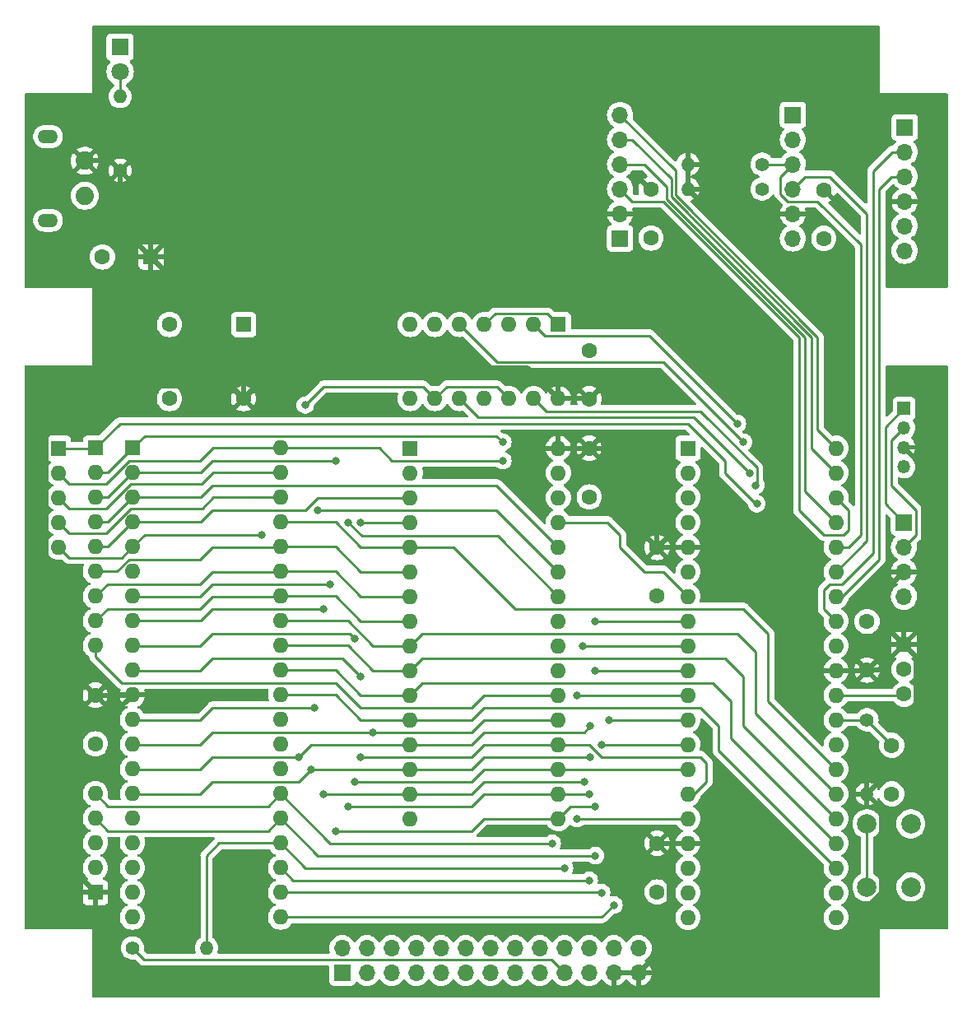
<source format=gtl>
%TF.GenerationSoftware,KiCad,Pcbnew,7.0.10-7.0.10~ubuntu22.04.1*%
%TF.CreationDate,2024-09-12T14:25:07+09:00*%
%TF.ProjectId,sbcz80cpm,7362637a-3830-4637-906d-2e6b69636164,rev?*%
%TF.SameCoordinates,Original*%
%TF.FileFunction,Copper,L1,Top*%
%TF.FilePolarity,Positive*%
%FSLAX46Y46*%
G04 Gerber Fmt 4.6, Leading zero omitted, Abs format (unit mm)*
G04 Created by KiCad (PCBNEW 7.0.10-7.0.10~ubuntu22.04.1) date 2024-09-12 14:25:07*
%MOMM*%
%LPD*%
G01*
G04 APERTURE LIST*
%TA.AperFunction,ComponentPad*%
%ADD10R,1.600000X1.600000*%
%TD*%
%TA.AperFunction,ComponentPad*%
%ADD11C,1.600000*%
%TD*%
%TA.AperFunction,ComponentPad*%
%ADD12C,1.400000*%
%TD*%
%TA.AperFunction,ComponentPad*%
%ADD13O,1.400000X1.400000*%
%TD*%
%TA.AperFunction,ComponentPad*%
%ADD14R,1.700000X1.700000*%
%TD*%
%TA.AperFunction,ComponentPad*%
%ADD15O,1.700000X1.700000*%
%TD*%
%TA.AperFunction,ComponentPad*%
%ADD16O,1.600000X1.600000*%
%TD*%
%TA.AperFunction,ComponentPad*%
%ADD17O,2.062000X1.362000*%
%TD*%
%TA.AperFunction,ComponentPad*%
%ADD18C,1.882000*%
%TD*%
%TA.AperFunction,ComponentPad*%
%ADD19R,1.800000X1.800000*%
%TD*%
%TA.AperFunction,ComponentPad*%
%ADD20C,1.800000*%
%TD*%
%TA.AperFunction,ComponentPad*%
%ADD21C,2.000000*%
%TD*%
%TA.AperFunction,ComponentPad*%
%ADD22R,1.350000X1.350000*%
%TD*%
%TA.AperFunction,ComponentPad*%
%ADD23O,1.350000X1.350000*%
%TD*%
%TA.AperFunction,ViaPad*%
%ADD24C,0.800000*%
%TD*%
%TA.AperFunction,Conductor*%
%ADD25C,0.250000*%
%TD*%
%TA.AperFunction,Conductor*%
%ADD26C,0.500000*%
%TD*%
G04 APERTURE END LIST*
D10*
%TO.P,J6,1,Pin_1*%
%TO.N,VCC*%
X150495000Y-123715000D03*
D11*
%TO.P,J6,2,Pin_2*%
%TO.N,GND*%
X150495000Y-126255000D03*
%TO.P,J6,3,Pin_3*%
%TO.N,/UPDI*%
X150495000Y-128795000D03*
%TD*%
D12*
%TO.P,R5,1*%
%TO.N,VCC*%
X69850000Y-74930000D03*
D13*
%TO.P,R5,2*%
%TO.N,Net-(D1-A)*%
X69850000Y-67310000D03*
%TD*%
D14*
%TO.P,J1,1,Pin_1*%
%TO.N,GND*%
X121285000Y-81915000D03*
D15*
%TO.P,J1,2,Pin_2*%
%TO.N,VCC*%
X121285000Y-79375000D03*
%TO.P,J1,3,Pin_3*%
%TO.N,/MISO*%
X121285000Y-76835000D03*
%TO.P,J1,4,Pin_4*%
%TO.N,/MOSI*%
X121285000Y-74295000D03*
%TO.P,J1,5,Pin_5*%
%TO.N,/SCK*%
X121285000Y-71755000D03*
%TO.P,J1,6,Pin_6*%
%TO.N,/SS*%
X121285000Y-69215000D03*
%TD*%
D11*
%TO.P,C4,1*%
%TO.N,VCC*%
X146685000Y-126325000D03*
%TO.P,C4,2*%
%TO.N,GND*%
X146685000Y-121325000D03*
%TD*%
%TO.P,C3,1*%
%TO.N,VCC*%
X118110000Y-103505000D03*
%TO.P,C3,2*%
%TO.N,GND*%
X118110000Y-108505000D03*
%TD*%
D14*
%TO.P,J8,1,Pin_1*%
%TO.N,/{slash}RD*%
X92710000Y-157480000D03*
D15*
%TO.P,J8,2,Pin_2*%
%TO.N,/{slash}WR*%
X92710000Y-154940000D03*
%TO.P,J8,3,Pin_3*%
%TO.N,D0*%
X95250000Y-157480000D03*
%TO.P,J8,4,Pin_4*%
%TO.N,D1*%
X95250000Y-154940000D03*
%TO.P,J8,5,Pin_5*%
%TO.N,D2*%
X97790000Y-157480000D03*
%TO.P,J8,6,Pin_6*%
%TO.N,D3*%
X97790000Y-154940000D03*
%TO.P,J8,7,Pin_7*%
%TO.N,D4*%
X100330000Y-157480000D03*
%TO.P,J8,8,Pin_8*%
%TO.N,D5*%
X100330000Y-154940000D03*
%TO.P,J8,9,Pin_9*%
%TO.N,D6*%
X102870000Y-157480000D03*
%TO.P,J8,10,Pin_10*%
%TO.N,D7*%
X102870000Y-154940000D03*
%TO.P,J8,11,Pin_11*%
%TO.N,A0*%
X105410000Y-157480000D03*
%TO.P,J8,12,Pin_12*%
%TO.N,A1*%
X105410000Y-154940000D03*
%TO.P,J8,13,Pin_13*%
%TO.N,A2*%
X107950000Y-157480000D03*
%TO.P,J8,14,Pin_14*%
%TO.N,A3*%
X107950000Y-154940000D03*
%TO.P,J8,15,Pin_15*%
%TO.N,A4*%
X110490000Y-157480000D03*
%TO.P,J8,16,Pin_16*%
%TO.N,A5*%
X110490000Y-154940000D03*
%TO.P,J8,17,Pin_17*%
%TO.N,A6*%
X113030000Y-157480000D03*
%TO.P,J8,18,Pin_18*%
%TO.N,A7*%
X113030000Y-154940000D03*
%TO.P,J8,19,Pin_19*%
%TO.N,/{slash}IORQ*%
X115570000Y-157480000D03*
%TO.P,J8,20,Pin_20*%
%TO.N,/{slash}WAIT*%
X115570000Y-154940000D03*
%TO.P,J8,21,Pin_21*%
%TO.N,/{slash}INT*%
X118110000Y-157480000D03*
%TO.P,J8,22,Pin_22*%
%TO.N,/{slash}RST*%
X118110000Y-154940000D03*
%TO.P,J8,23,Pin_23*%
%TO.N,VCC*%
X120650000Y-157480000D03*
%TO.P,J8,24,Pin_24*%
%TO.N,GND*%
X120650000Y-154940000D03*
%TO.P,J8,25,Pin_25*%
%TO.N,VCC*%
X123190000Y-157480000D03*
%TO.P,J8,26,Pin_26*%
%TO.N,GND*%
X123190000Y-154940000D03*
%TD*%
D12*
%TO.P,R1,1*%
%TO.N,/{slash}IORQ*%
X71120000Y-154905000D03*
D13*
%TO.P,R1,2*%
%TO.N,/{slash}WAIT*%
X78740000Y-154905000D03*
%TD*%
D11*
%TO.P,C1,1*%
%TO.N,Net-(U3-PF6{slash}RESET)*%
X149225000Y-134065000D03*
%TO.P,C1,2*%
%TO.N,GND*%
X149225000Y-139065000D03*
%TD*%
D10*
%TO.P,RN2,1,common*%
%TO.N,/{slash}BOOT*%
X63500000Y-103505000D03*
D16*
%TO.P,RN2,2,R1*%
%TO.N,A10*%
X63500000Y-106045000D03*
%TO.P,RN2,3,R2*%
%TO.N,A9*%
X63500000Y-108585000D03*
%TO.P,RN2,4,R3*%
%TO.N,A8*%
X63500000Y-111125000D03*
%TO.P,RN2,5,R4*%
%TO.N,A15*%
X63500000Y-113665000D03*
%TD*%
D14*
%TO.P,J2,1,Pin_1*%
%TO.N,unconnected-(J2-Pin_1-Pad1)*%
X139065000Y-69215000D03*
D15*
%TO.P,J2,2,Pin_2*%
%TO.N,unconnected-(J2-Pin_2-Pad2)*%
X139065000Y-71755000D03*
%TO.P,J2,3,Pin_3*%
%TO.N,/SCL*%
X139065000Y-74295000D03*
%TO.P,J2,4,Pin_4*%
%TO.N,/SDA*%
X139065000Y-76835000D03*
%TO.P,J2,5,Pin_5*%
%TO.N,VCC*%
X139065000Y-79375000D03*
%TO.P,J2,6,Pin_6*%
%TO.N,GND*%
X139065000Y-81915000D03*
%TD*%
D10*
%TO.P,U1,1,A11*%
%TO.N,A11*%
X71120000Y-103470000D03*
D16*
%TO.P,U1,2,A12*%
%TO.N,A12*%
X71120000Y-106010000D03*
%TO.P,U1,3,A13*%
%TO.N,A13*%
X71120000Y-108550000D03*
%TO.P,U1,4,A14*%
%TO.N,A14*%
X71120000Y-111090000D03*
%TO.P,U1,5,A15*%
%TO.N,A15*%
X71120000Y-113630000D03*
%TO.P,U1,6,~{CLK}*%
%TO.N,/CLK*%
X71120000Y-116170000D03*
%TO.P,U1,7,D4*%
%TO.N,D4*%
X71120000Y-118710000D03*
%TO.P,U1,8,D3*%
%TO.N,D3*%
X71120000Y-121250000D03*
%TO.P,U1,9,D5*%
%TO.N,D5*%
X71120000Y-123790000D03*
%TO.P,U1,10,D6*%
%TO.N,D6*%
X71120000Y-126330000D03*
%TO.P,U1,11,VCC*%
%TO.N,VCC*%
X71120000Y-128870000D03*
%TO.P,U1,12,D2*%
%TO.N,D2*%
X71120000Y-131410000D03*
%TO.P,U1,13,D7*%
%TO.N,D7*%
X71120000Y-133950000D03*
%TO.P,U1,14,D0*%
%TO.N,D0*%
X71120000Y-136490000D03*
%TO.P,U1,15,D1*%
%TO.N,D1*%
X71120000Y-139030000D03*
%TO.P,U1,16,~{INT}*%
%TO.N,/{slash}INT*%
X71120000Y-141570000D03*
%TO.P,U1,17,~{NMI}*%
%TO.N,/{slash}NMI*%
X71120000Y-144110000D03*
%TO.P,U1,18,~{HALT}*%
%TO.N,unconnected-(U1-~{HALT}-Pad18)*%
X71120000Y-146650000D03*
%TO.P,U1,19,~{MREQ}*%
%TO.N,/{slash}MREQ*%
X71120000Y-149190000D03*
%TO.P,U1,20,~{IORQ}*%
%TO.N,/{slash}IORQ*%
X71120000Y-151730000D03*
%TO.P,U1,21,~{RD}*%
%TO.N,/{slash}RD*%
X86360000Y-151730000D03*
%TO.P,U1,22,~{WR}*%
%TO.N,/{slash}WR*%
X86360000Y-149190000D03*
%TO.P,U1,23,~{BUSACK}*%
%TO.N,/{slash}BUSACK*%
X86360000Y-146650000D03*
%TO.P,U1,24,~{WAIT}*%
%TO.N,/{slash}WAIT*%
X86360000Y-144110000D03*
%TO.P,U1,25,~{BUSRQ}*%
%TO.N,/{slash}BUSRQ*%
X86360000Y-141570000D03*
%TO.P,U1,26,~{RESET}*%
%TO.N,/{slash}RST*%
X86360000Y-139030000D03*
%TO.P,U1,27,~{M1}*%
%TO.N,unconnected-(U1-~{M1}-Pad27)*%
X86360000Y-136490000D03*
%TO.P,U1,28,~{RFSH}*%
%TO.N,unconnected-(U1-~{RFSH}-Pad28)*%
X86360000Y-133950000D03*
%TO.P,U1,29,GND*%
%TO.N,GND*%
X86360000Y-131410000D03*
%TO.P,U1,30,A0*%
%TO.N,A0*%
X86360000Y-128870000D03*
%TO.P,U1,31,A1*%
%TO.N,A1*%
X86360000Y-126330000D03*
%TO.P,U1,32,A2*%
%TO.N,A2*%
X86360000Y-123790000D03*
%TO.P,U1,33,A3*%
%TO.N,A3*%
X86360000Y-121250000D03*
%TO.P,U1,34,A4*%
%TO.N,A4*%
X86360000Y-118710000D03*
%TO.P,U1,35,A5*%
%TO.N,A5*%
X86360000Y-116170000D03*
%TO.P,U1,36,A6*%
%TO.N,A6*%
X86360000Y-113630000D03*
%TO.P,U1,37,A7*%
%TO.N,A7*%
X86360000Y-111090000D03*
%TO.P,U1,38,A8*%
%TO.N,A8*%
X86360000Y-108550000D03*
%TO.P,U1,39,A9*%
%TO.N,A9*%
X86360000Y-106010000D03*
%TO.P,U1,40,A10*%
%TO.N,A10*%
X86360000Y-103470000D03*
%TD*%
D10*
%TO.P,C10,1*%
%TO.N,VCC*%
X73025000Y-83820000D03*
D11*
%TO.P,C10,2*%
%TO.N,GND*%
X68025000Y-83820000D03*
%TD*%
D14*
%TO.P,J7,1,Pin_1*%
%TO.N,unconnected-(J7-Pin_1-Pad1)*%
X150565000Y-70485000D03*
D15*
%TO.P,J7,2,Pin_2*%
%TO.N,/TXD*%
X150565000Y-73025000D03*
%TO.P,J7,3,Pin_3*%
%TO.N,/RXD*%
X150565000Y-75565000D03*
%TO.P,J7,4,Pin_4*%
%TO.N,VCC*%
X150565000Y-78105000D03*
%TO.P,J7,5,Pin_5*%
%TO.N,unconnected-(J7-Pin_5-Pad5)*%
X150565000Y-80645000D03*
%TO.P,J7,6,Pin_6*%
%TO.N,GND*%
X150565000Y-83185000D03*
%TD*%
D11*
%TO.P,C2,1*%
%TO.N,VCC*%
X118110000Y-98425000D03*
%TO.P,C2,2*%
%TO.N,GND*%
X118110000Y-93425000D03*
%TD*%
D14*
%TO.P,J3,1,Pin_1*%
%TO.N,/SCL*%
X150495000Y-111135000D03*
D15*
%TO.P,J3,2,Pin_2*%
%TO.N,/SDA*%
X150495000Y-113675000D03*
%TO.P,J3,3,Pin_3*%
%TO.N,VCC*%
X150495000Y-116215000D03*
%TO.P,J3,4,Pin_4*%
%TO.N,GND*%
X150495000Y-118755000D03*
%TD*%
D10*
%TO.P,U4,1,A18*%
%TO.N,/BANK2*%
X99690000Y-103505000D03*
D16*
%TO.P,U4,2,A16*%
%TO.N,/BANK1*%
X99690000Y-106045000D03*
%TO.P,U4,3,A14*%
%TO.N,A14*%
X99690000Y-108585000D03*
%TO.P,U4,4,A12*%
%TO.N,A12*%
X99690000Y-111125000D03*
%TO.P,U4,5,A7*%
%TO.N,A7*%
X99690000Y-113665000D03*
%TO.P,U4,6,A6*%
%TO.N,A6*%
X99690000Y-116205000D03*
%TO.P,U4,7,A5*%
%TO.N,A5*%
X99690000Y-118745000D03*
%TO.P,U4,8,A4*%
%TO.N,A4*%
X99690000Y-121285000D03*
%TO.P,U4,9,A3*%
%TO.N,A3*%
X99690000Y-123825000D03*
%TO.P,U4,10,A2*%
%TO.N,A2*%
X99690000Y-126365000D03*
%TO.P,U4,11,A1*%
%TO.N,A1*%
X99690000Y-128905000D03*
%TO.P,U4,12,A0*%
%TO.N,A0*%
X99690000Y-131445000D03*
%TO.P,U4,13,DQ0*%
%TO.N,D0*%
X99690000Y-133985000D03*
%TO.P,U4,14,DQ1*%
%TO.N,D1*%
X99690000Y-136525000D03*
%TO.P,U4,15,DQ2*%
%TO.N,D2*%
X99690000Y-139065000D03*
%TO.P,U4,16,VSS*%
%TO.N,GND*%
X99690000Y-141605000D03*
%TO.P,U4,17,DQ3*%
%TO.N,D3*%
X114930000Y-141605000D03*
%TO.P,U4,18,DQ4*%
%TO.N,D4*%
X114930000Y-139065000D03*
%TO.P,U4,19,DQ5*%
%TO.N,D5*%
X114930000Y-136525000D03*
%TO.P,U4,20,DQ6*%
%TO.N,D6*%
X114930000Y-133985000D03*
%TO.P,U4,21,DQ7*%
%TO.N,D7*%
X114930000Y-131445000D03*
%TO.P,U4,22,CE#*%
%TO.N,/{slash}MREQ*%
X114930000Y-128905000D03*
%TO.P,U4,23,A10*%
%TO.N,A10*%
X114930000Y-126365000D03*
%TO.P,U4,24,OE#*%
%TO.N,/{slash}RD*%
X114930000Y-123825000D03*
%TO.P,U4,25,A11*%
%TO.N,A11*%
X114930000Y-121285000D03*
%TO.P,U4,26,A9*%
%TO.N,A9*%
X114930000Y-118745000D03*
%TO.P,U4,27,A8*%
%TO.N,A8*%
X114930000Y-116205000D03*
%TO.P,U4,28,A13*%
%TO.N,A13*%
X114930000Y-113665000D03*
%TO.P,U4,29,WE#*%
%TO.N,/{slash}WR*%
X114930000Y-111125000D03*
%TO.P,U4,30,A17*%
%TO.N,/BANK3*%
X114930000Y-108585000D03*
%TO.P,U4,31,A15*%
%TO.N,/BANK0*%
X114930000Y-106045000D03*
%TO.P,U4,32,VCC*%
%TO.N,VCC*%
X114930000Y-103505000D03*
%TD*%
D17*
%TO.P,J5,*%
%TO.N,*%
X62430000Y-80055000D03*
X62430000Y-71425000D03*
D18*
%TO.P,J5,1,In*%
%TO.N,VCC*%
X66230000Y-73935000D03*
%TO.P,J5,2,Ext*%
%TO.N,GND*%
X66230000Y-77535000D03*
%TD*%
D10*
%TO.P,RN1,1,common*%
%TO.N,VCC*%
X67310000Y-149190000D03*
D16*
%TO.P,RN1,2,R1*%
%TO.N,/{slash}NMI*%
X67310000Y-146650000D03*
%TO.P,RN1,3,R2*%
%TO.N,/{slash}INT*%
X67310000Y-144110000D03*
%TO.P,RN1,4,R3*%
%TO.N,/{slash}BUSRQ*%
X67310000Y-141570000D03*
%TO.P,RN1,5,R4*%
%TO.N,/{slash}RST*%
X67310000Y-139030000D03*
%TD*%
D12*
%TO.P,R2,1*%
%TO.N,Net-(U3-PF6{slash}RESET)*%
X146685000Y-131445000D03*
D13*
%TO.P,R2,2*%
%TO.N,VCC*%
X146685000Y-139065000D03*
%TD*%
D11*
%TO.P,C6,1*%
%TO.N,VCC*%
X125095000Y-113705000D03*
%TO.P,C6,2*%
%TO.N,GND*%
X125095000Y-118705000D03*
%TD*%
D19*
%TO.P,D1,1,K*%
%TO.N,GND*%
X69850000Y-62230000D03*
D20*
%TO.P,D1,2,A*%
%TO.N,Net-(D1-A)*%
X69850000Y-64770000D03*
%TD*%
D21*
%TO.P,SW1,1,1*%
%TO.N,Net-(U3-PF6{slash}RESET)*%
X146685000Y-148630000D03*
X146685000Y-142130000D03*
%TO.P,SW1,2,2*%
%TO.N,GND*%
X151185000Y-148630000D03*
X151185000Y-142130000D03*
%TD*%
D11*
%TO.P,C9,1*%
%TO.N,VCC*%
X142240000Y-76915000D03*
%TO.P,C9,2*%
%TO.N,GND*%
X142240000Y-81915000D03*
%TD*%
D10*
%TO.P,U3,1,PC0*%
%TO.N,/{slash}RST*%
X128270000Y-103505000D03*
D16*
%TO.P,U3,2,PC1*%
%TO.N,/{slash}WAIT*%
X128270000Y-106045000D03*
%TO.P,U3,3,PC2*%
%TO.N,/{slash}BUSRQ*%
X128270000Y-108585000D03*
%TO.P,U3,4,PC3*%
%TO.N,/{slash}BUSACK*%
X128270000Y-111125000D03*
%TO.P,U3,5,VDD*%
%TO.N,VCC*%
X128270000Y-113665000D03*
%TO.P,U3,6,GND*%
%TO.N,GND*%
X128270000Y-116205000D03*
%TO.P,U3,7,PC4*%
%TO.N,/{slash}WR*%
X128270000Y-118745000D03*
%TO.P,U3,8,PC5*%
%TO.N,/{slash}RD*%
X128270000Y-121285000D03*
%TO.P,U3,9,PD0*%
%TO.N,D0*%
X128270000Y-123825000D03*
%TO.P,U3,10,PD1*%
%TO.N,D1*%
X128270000Y-126365000D03*
%TO.P,U3,11,PD2*%
%TO.N,D2*%
X128270000Y-128905000D03*
%TO.P,U3,12,PD3*%
%TO.N,D3*%
X128270000Y-131445000D03*
%TO.P,U3,13,PD4*%
%TO.N,D4*%
X128270000Y-133985000D03*
%TO.P,U3,14,PD5*%
%TO.N,D5*%
X128270000Y-136525000D03*
%TO.P,U3,15,PD6*%
%TO.N,D6*%
X128270000Y-139065000D03*
%TO.P,U3,16,PD7*%
%TO.N,D7*%
X128270000Y-141605000D03*
%TO.P,U3,17,AVDD*%
%TO.N,VCC*%
X128270000Y-144145000D03*
%TO.P,U3,18,GND*%
%TO.N,GND*%
X128270000Y-146685000D03*
%TO.P,U3,19,PE0*%
%TO.N,/BANKSEL0*%
X128270000Y-149225000D03*
%TO.P,U3,20,PE1*%
%TO.N,/BANKSEL1*%
X128270000Y-151765000D03*
%TO.P,U3,21,PE2*%
%TO.N,/BANKSEL2*%
X143510000Y-151765000D03*
%TO.P,U3,22,PE3*%
%TO.N,/BANKSEL3*%
X143510000Y-149225000D03*
%TO.P,U3,23,PF0*%
%TO.N,A0*%
X143510000Y-146685000D03*
%TO.P,U3,24,PF1*%
%TO.N,A1*%
X143510000Y-144145000D03*
%TO.P,U3,25,PF2*%
%TO.N,A2*%
X143510000Y-141605000D03*
%TO.P,U3,26,PF3*%
%TO.N,A3*%
X143510000Y-139065000D03*
%TO.P,U3,27,PF4*%
%TO.N,A7*%
X143510000Y-136525000D03*
%TO.P,U3,28,PF5*%
%TO.N,/{slash}BOOT*%
X143510000Y-133985000D03*
%TO.P,U3,29,PF6/RESET*%
%TO.N,Net-(U3-PF6{slash}RESET)*%
X143510000Y-131445000D03*
%TO.P,U3,30,UPDI*%
%TO.N,/UPDI*%
X143510000Y-128905000D03*
%TO.P,U3,31,VDD*%
%TO.N,VCC*%
X143510000Y-126365000D03*
%TO.P,U3,32,GND*%
%TO.N,GND*%
X143510000Y-123825000D03*
%TO.P,U3,33,PA0/TXD0*%
%TO.N,/TXD*%
X143510000Y-121285000D03*
%TO.P,U3,34,PA1/RXD0*%
%TO.N,/RXD*%
X143510000Y-118745000D03*
%TO.P,U3,35,PA2/SDA*%
%TO.N,/SDA*%
X143510000Y-116205000D03*
%TO.P,U3,36,PA3/SCL*%
%TO.N,/SCL*%
X143510000Y-113665000D03*
%TO.P,U3,37,PA4/MOSI*%
%TO.N,/MOSI*%
X143510000Y-111125000D03*
%TO.P,U3,38,PA5/MISO*%
%TO.N,/MISO*%
X143510000Y-108585000D03*
%TO.P,U3,39,PA6/SCK*%
%TO.N,/SCK*%
X143510000Y-106045000D03*
%TO.P,U3,40,PA7/SS*%
%TO.N,/SS*%
X143510000Y-103505000D03*
%TD*%
D12*
%TO.P,R4,1*%
%TO.N,/SDA*%
X135890000Y-76835000D03*
D13*
%TO.P,R4,2*%
%TO.N,VCC*%
X128270000Y-76835000D03*
%TD*%
D10*
%TO.P,X1,1,EN*%
%TO.N,unconnected-(X1-EN-Pad1)*%
X82550000Y-90770000D03*
D11*
%TO.P,X1,4,GND*%
%TO.N,GND*%
X74930000Y-90770000D03*
%TO.P,X1,5,OUT*%
%TO.N,/CLK*%
X74930000Y-98390000D03*
%TO.P,X1,8,Vcc*%
%TO.N,VCC*%
X82550000Y-98390000D03*
%TD*%
D22*
%TO.P,J4,1,Pin_1*%
%TO.N,/SCL*%
X150495000Y-99410000D03*
D23*
%TO.P,J4,2,Pin_2*%
%TO.N,/SDA*%
X150495000Y-101410000D03*
%TO.P,J4,3,Pin_3*%
%TO.N,VCC*%
X150495000Y-103410000D03*
%TO.P,J4,4,Pin_4*%
%TO.N,GND*%
X150495000Y-105410000D03*
%TD*%
D12*
%TO.P,R3,1*%
%TO.N,/SCL*%
X135890000Y-74295000D03*
D13*
%TO.P,R3,2*%
%TO.N,VCC*%
X128270000Y-74295000D03*
%TD*%
D11*
%TO.P,C7,1*%
%TO.N,VCC*%
X67310000Y-128905000D03*
%TO.P,C7,2*%
%TO.N,GND*%
X67310000Y-133905000D03*
%TD*%
%TO.P,C8,1*%
%TO.N,VCC*%
X124460000Y-76875000D03*
%TO.P,C8,2*%
%TO.N,GND*%
X124460000Y-81875000D03*
%TD*%
D10*
%TO.P,RN3,1,common*%
%TO.N,/{slash}BOOT*%
X67310000Y-103470000D03*
D16*
%TO.P,RN3,2,R1*%
%TO.N,A11*%
X67310000Y-106010000D03*
%TO.P,RN3,3,R2*%
%TO.N,A12*%
X67310000Y-108550000D03*
%TO.P,RN3,4,R3*%
%TO.N,A13*%
X67310000Y-111090000D03*
%TO.P,RN3,5,R4*%
%TO.N,A14*%
X67310000Y-113630000D03*
%TO.P,RN3,6,R5*%
%TO.N,A6*%
X67310000Y-116170000D03*
%TO.P,RN3,7,R6*%
%TO.N,A5*%
X67310000Y-118710000D03*
%TO.P,RN3,8,R7*%
%TO.N,A4*%
X67310000Y-121250000D03*
%TO.P,RN3,9,R8*%
%TO.N,/{slash}MREQ*%
X67310000Y-123790000D03*
%TD*%
D11*
%TO.P,C5,1*%
%TO.N,VCC*%
X125095000Y-144145000D03*
%TO.P,C5,2*%
%TO.N,GND*%
X125095000Y-149145000D03*
%TD*%
D10*
%TO.P,U2,1*%
%TO.N,A15*%
X114935000Y-90770000D03*
D16*
%TO.P,U2,2*%
%TO.N,/BANKSEL0*%
X112395000Y-90770000D03*
%TO.P,U2,3*%
%TO.N,/BANK0*%
X109855000Y-90770000D03*
%TO.P,U2,4*%
%TO.N,A15*%
X107315000Y-90770000D03*
%TO.P,U2,5*%
%TO.N,/BANKSEL1*%
X104775000Y-90770000D03*
%TO.P,U2,6*%
%TO.N,/BANK1*%
X102235000Y-90770000D03*
%TO.P,U2,7,GND*%
%TO.N,GND*%
X99695000Y-90770000D03*
%TO.P,U2,8*%
%TO.N,/BS2*%
X99695000Y-98390000D03*
%TO.P,U2,9*%
%TO.N,A15*%
X102235000Y-98390000D03*
%TO.P,U2,10*%
%TO.N,/BANKSEL2*%
X104775000Y-98390000D03*
%TO.P,U2,11*%
%TO.N,/BS3*%
X107315000Y-98390000D03*
%TO.P,U2,12*%
%TO.N,A15*%
X109855000Y-98390000D03*
%TO.P,U2,13*%
%TO.N,/BANKSEL3*%
X112395000Y-98390000D03*
%TO.P,U2,14,VCC*%
%TO.N,VCC*%
X114935000Y-98390000D03*
%TD*%
D24*
%TO.N,/{slash}RD*%
X120650000Y-150495000D03*
X118745000Y-121285000D03*
%TO.N,/{slash}WR*%
X119380000Y-149225000D03*
%TO.N,D0*%
X118200000Y-132080000D03*
X88265000Y-135255000D03*
X117475000Y-123825000D03*
%TO.N,D1*%
X118200000Y-135255000D03*
X89535000Y-136525000D03*
X118745000Y-126365000D03*
%TO.N,D2*%
X89852500Y-130175000D03*
X117565000Y-137795000D03*
X90805000Y-139065000D03*
X116840000Y-128905000D03*
%TO.N,D3*%
X118745000Y-140335000D03*
X90805000Y-120015000D03*
X120105000Y-131445000D03*
X92075000Y-142875000D03*
%TO.N,D4*%
X91440000Y-117475000D03*
X118110000Y-139065000D03*
X93345000Y-140335000D03*
X119380000Y-133985000D03*
%TO.N,D5*%
X93980000Y-137795000D03*
X93980000Y-123100000D03*
%TO.N,D6*%
X94615000Y-135255000D03*
X94615000Y-127000000D03*
%TO.N,D7*%
X116840000Y-141605000D03*
X95885000Y-132715000D03*
%TO.N,/{slash}WAIT*%
X115570000Y-146685000D03*
%TO.N,/{slash}RST*%
X114300000Y-144145000D03*
%TO.N,/{slash}BUSRQ*%
X118745000Y-145415000D03*
%TO.N,/{slash}BOOT*%
X135345000Y-109220000D03*
%TO.N,A8*%
X90170000Y-109855000D03*
%TO.N,A9*%
X93345000Y-111125000D03*
%TO.N,A10*%
X109220000Y-104775000D03*
%TO.N,A11*%
X109220000Y-102870000D03*
%TO.N,A12*%
X92075000Y-104775000D03*
X94615000Y-111125000D03*
%TO.N,A15*%
X88900000Y-99060000D03*
X84455000Y-112395000D03*
%TO.N,/{slash}BUSACK*%
X118110000Y-147955000D03*
%TO.N,/BANKSEL0*%
X133350000Y-100965000D03*
%TO.N,/BANKSEL1*%
X133985000Y-102870000D03*
%TO.N,/BANKSEL2*%
X134620000Y-106045000D03*
%TO.N,/BANKSEL3*%
X135255000Y-107315000D03*
%TD*%
D25*
%TO.N,Net-(U3-PF6{slash}RESET)*%
X146685000Y-148630000D02*
X146685000Y-142130000D01*
X146685000Y-131445000D02*
X149225000Y-133985000D01*
X149225000Y-133985000D02*
X149225000Y-134065000D01*
X143510000Y-131445000D02*
X146685000Y-131445000D01*
D26*
%TO.N,VCC*%
X146685000Y-126325000D02*
X147885000Y-126325000D01*
X67310000Y-149190000D02*
X64770000Y-146650000D01*
X71085000Y-128905000D02*
X71120000Y-128870000D01*
X121285000Y-79375000D02*
X121960000Y-79375000D01*
X148135000Y-140515000D02*
X146685000Y-139065000D01*
X81300000Y-97140000D02*
X82550000Y-98390000D01*
X128230000Y-76875000D02*
X128270000Y-76835000D01*
X68855000Y-73935000D02*
X69850000Y-74930000D01*
X67310000Y-128905000D02*
X71085000Y-128905000D01*
X121285000Y-79375000D02*
X77470000Y-79375000D01*
X67365000Y-97140000D02*
X81300000Y-97140000D01*
X64770000Y-146650000D02*
X64770000Y-132080000D01*
X130810000Y-79375000D02*
X139065000Y-79375000D01*
X69850000Y-80645000D02*
X73025000Y-83820000D01*
X125095000Y-113705000D02*
X128230000Y-113705000D01*
X146645000Y-126365000D02*
X146685000Y-126325000D01*
X82550000Y-98390000D02*
X85690000Y-95250000D01*
X150495000Y-103410000D02*
X152495000Y-105410000D01*
X82550000Y-93345000D02*
X82550000Y-98390000D01*
X71120000Y-128870000D02*
X71120000Y-128905000D01*
X114930000Y-103505000D02*
X118110000Y-103505000D01*
X150495000Y-136525000D02*
X149225000Y-136525000D01*
X114935000Y-103500000D02*
X114930000Y-103505000D01*
X148590000Y-121810000D02*
X150495000Y-123715000D01*
X151745000Y-124965000D02*
X151745000Y-135275000D01*
X62250000Y-102255000D02*
X67365000Y-97140000D01*
X73025000Y-83820000D02*
X82550000Y-93345000D01*
X152495000Y-121715000D02*
X150495000Y-123715000D01*
X148135000Y-149230610D02*
X148135000Y-140515000D01*
X143510000Y-126365000D02*
X146645000Y-126365000D01*
X149225000Y-136525000D02*
X146685000Y-139065000D01*
X85690000Y-95250000D02*
X111795000Y-95250000D01*
X128270000Y-76835000D02*
X130810000Y-79375000D01*
X123190000Y-157480000D02*
X139885610Y-157480000D01*
X62250000Y-123845000D02*
X62250000Y-102255000D01*
X148590000Y-118120000D02*
X148590000Y-121810000D01*
X150495000Y-123715000D02*
X151745000Y-124965000D01*
X125095000Y-144145000D02*
X128270000Y-144145000D01*
X126345000Y-154325000D02*
X123190000Y-157480000D01*
X147885000Y-126325000D02*
X150495000Y-123715000D01*
X126345000Y-145395000D02*
X126345000Y-154325000D01*
X69850000Y-74930000D02*
X69850000Y-80645000D01*
X125095000Y-106045000D02*
X125095000Y-113705000D01*
X125095000Y-144145000D02*
X126345000Y-145395000D01*
X114935000Y-98390000D02*
X118075000Y-98390000D01*
X128270000Y-74295000D02*
X128270000Y-76835000D01*
X118075000Y-98390000D02*
X118110000Y-98425000D01*
X150495000Y-116215000D02*
X148590000Y-118120000D01*
X128230000Y-113705000D02*
X128270000Y-113665000D01*
X120650000Y-157480000D02*
X123190000Y-157480000D01*
X118110000Y-103505000D02*
X122555000Y-103505000D01*
X67310000Y-128905000D02*
X62250000Y-123845000D01*
X67945000Y-132080000D02*
X64770000Y-132080000D01*
X139885610Y-157480000D02*
X148135000Y-149230610D01*
X122555000Y-103505000D02*
X125095000Y-106045000D01*
X71120000Y-128905000D02*
X67945000Y-132080000D01*
X66230000Y-73935000D02*
X68855000Y-73935000D01*
X77470000Y-79375000D02*
X73025000Y-83820000D01*
X111795000Y-95250000D02*
X114935000Y-98390000D01*
X151745000Y-135275000D02*
X150495000Y-136525000D01*
X152495000Y-105410000D02*
X152495000Y-121715000D01*
D25*
%TO.N,Net-(D1-A)*%
X69850000Y-64770000D02*
X69850000Y-67310000D01*
%TO.N,/MISO*%
X125725812Y-78105000D02*
X139700000Y-92079188D01*
X144780000Y-111920496D02*
X144780000Y-109855000D01*
X139700000Y-92079188D02*
X139700000Y-109855000D01*
X122555000Y-78105000D02*
X125725812Y-78105000D01*
X139700000Y-109855000D02*
X142240000Y-112395000D01*
X144305496Y-112395000D02*
X144780000Y-111920496D01*
X121285000Y-76835000D02*
X122555000Y-78105000D01*
X144780000Y-109855000D02*
X143510000Y-108585000D01*
X142240000Y-112395000D02*
X144305496Y-112395000D01*
%TO.N,/MOSI*%
X140335000Y-107950000D02*
X143510000Y-111125000D01*
X123825000Y-74295000D02*
X126100000Y-76570000D01*
X126100000Y-77842792D02*
X140335000Y-92077792D01*
X121285000Y-74295000D02*
X123825000Y-74295000D01*
X126100000Y-76570000D02*
X126100000Y-77842792D01*
X140335000Y-92077792D02*
X140335000Y-107950000D01*
%TO.N,/SCK*%
X140970000Y-92076396D02*
X140970000Y-103505000D01*
X121285000Y-71755000D02*
X122555000Y-71755000D01*
X140970000Y-103505000D02*
X143510000Y-106045000D01*
X126550000Y-77656396D02*
X140970000Y-92076396D01*
X126550000Y-75750000D02*
X126550000Y-77656396D01*
X122555000Y-71755000D02*
X126550000Y-75750000D01*
%TO.N,/SS*%
X141605000Y-92075000D02*
X141605000Y-101600000D01*
X121285000Y-69215000D02*
X127000000Y-74930000D01*
X127000000Y-74930000D02*
X127000000Y-77470000D01*
X141605000Y-101600000D02*
X143510000Y-103505000D01*
X127000000Y-77470000D02*
X141605000Y-92075000D01*
%TO.N,/SCL*%
X135890000Y-74295000D02*
X139065000Y-74295000D01*
X138551650Y-78105000D02*
X137795000Y-77348350D01*
X146050000Y-112395000D02*
X146050000Y-82550000D01*
X150495000Y-111135000D02*
X148590000Y-109230000D01*
X143510000Y-113665000D02*
X144780000Y-113665000D01*
X146050000Y-82550000D02*
X141605000Y-78105000D01*
X148590000Y-101315000D02*
X150495000Y-99410000D01*
X148590000Y-109230000D02*
X148590000Y-101315000D01*
X144780000Y-113665000D02*
X146050000Y-112395000D01*
X137795000Y-77348350D02*
X137795000Y-75565000D01*
X137795000Y-75565000D02*
X139065000Y-74295000D01*
X141605000Y-78105000D02*
X138551650Y-78105000D01*
%TO.N,/SDA*%
X151765000Y-109855000D02*
X149225000Y-107315000D01*
X151765000Y-112405000D02*
X151765000Y-109855000D01*
X149225000Y-102680000D02*
X150495000Y-101410000D01*
X146685000Y-113030000D02*
X146685000Y-79375000D01*
X142875000Y-75565000D02*
X140335000Y-75565000D01*
X140335000Y-75565000D02*
X139065000Y-76835000D01*
X143510000Y-116205000D02*
X146685000Y-113030000D01*
X150495000Y-113675000D02*
X151765000Y-112405000D01*
X149225000Y-107315000D02*
X149225000Y-102680000D01*
X146685000Y-79375000D02*
X142875000Y-75565000D01*
%TO.N,/UPDI*%
X143510000Y-128905000D02*
X150385000Y-128905000D01*
X150385000Y-128905000D02*
X150495000Y-128795000D01*
%TO.N,/TXD*%
X147320000Y-74998960D02*
X149293960Y-73025000D01*
X147320000Y-114300000D02*
X147320000Y-74998960D01*
X142240000Y-118110000D02*
X142875000Y-117475000D01*
X143510000Y-121285000D02*
X142240000Y-120015000D01*
X142875000Y-117475000D02*
X144145000Y-117475000D01*
X144145000Y-117475000D02*
X147320000Y-114300000D01*
X149293960Y-73025000D02*
X150565000Y-73025000D01*
X142240000Y-120015000D02*
X142240000Y-118110000D01*
%TO.N,/RXD*%
X147955000Y-114935000D02*
X147955000Y-76835000D01*
X143510000Y-118745000D02*
X144145000Y-118745000D01*
X147955000Y-76835000D02*
X149225000Y-75565000D01*
X149225000Y-75565000D02*
X150565000Y-75565000D01*
X144145000Y-118745000D02*
X147955000Y-114935000D01*
%TO.N,/{slash}RD*%
X128270000Y-121285000D02*
X118745000Y-121285000D01*
X119415000Y-151730000D02*
X86360000Y-151730000D01*
X120650000Y-150495000D02*
X119415000Y-151730000D01*
%TO.N,/{slash}WR*%
X120015000Y-111125000D02*
X114930000Y-111125000D01*
X128270000Y-118745000D02*
X125730000Y-116205000D01*
X121285000Y-113665000D02*
X121285000Y-112395000D01*
X121285000Y-112395000D02*
X120015000Y-111125000D01*
X119380000Y-149225000D02*
X119345000Y-149190000D01*
X123825000Y-116205000D02*
X121285000Y-113665000D01*
X125730000Y-116205000D02*
X123825000Y-116205000D01*
X119345000Y-149190000D02*
X86360000Y-149190000D01*
%TO.N,D0*%
X71155000Y-136525000D02*
X71120000Y-136490000D01*
X88265000Y-135255000D02*
X89535000Y-133985000D01*
X79375000Y-135255000D02*
X78105000Y-136525000D01*
X107315000Y-132715000D02*
X106045000Y-133985000D01*
X106045000Y-133985000D02*
X99690000Y-133985000D01*
X89535000Y-133985000D02*
X99690000Y-133985000D01*
X118200000Y-132080000D02*
X117565000Y-132715000D01*
X88265000Y-135255000D02*
X79375000Y-135255000D01*
X117565000Y-132715000D02*
X107315000Y-132715000D01*
X78105000Y-136525000D02*
X71155000Y-136525000D01*
X117475000Y-123825000D02*
X128270000Y-123825000D01*
%TO.N,D1*%
X71120000Y-139030000D02*
X71155000Y-139065000D01*
X89535000Y-136525000D02*
X88265000Y-137795000D01*
X99690000Y-136525000D02*
X89535000Y-136525000D01*
X78105000Y-139065000D02*
X79375000Y-137795000D01*
X106045000Y-136525000D02*
X99690000Y-136525000D01*
X79375000Y-137795000D02*
X88265000Y-137795000D01*
X118200000Y-135255000D02*
X107315000Y-135255000D01*
X107315000Y-135255000D02*
X106045000Y-136525000D01*
X71155000Y-139065000D02*
X78105000Y-139065000D01*
X118745000Y-126365000D02*
X128270000Y-126365000D01*
%TO.N,D2*%
X71155000Y-131445000D02*
X71120000Y-131410000D01*
X116840000Y-128905000D02*
X128270000Y-128905000D01*
X90805000Y-139065000D02*
X99690000Y-139065000D01*
X78105000Y-131445000D02*
X71155000Y-131445000D01*
X107315000Y-137795000D02*
X106045000Y-139065000D01*
X117565000Y-137795000D02*
X107315000Y-137795000D01*
X79375000Y-130175000D02*
X78105000Y-131445000D01*
X89852500Y-130175000D02*
X79375000Y-130175000D01*
X106045000Y-139065000D02*
X99690000Y-139065000D01*
%TO.N,D3*%
X120105000Y-131445000D02*
X128270000Y-131445000D01*
X79375000Y-120015000D02*
X78140000Y-121250000D01*
X107315000Y-141605000D02*
X114930000Y-141605000D01*
X90805000Y-120015000D02*
X79375000Y-120015000D01*
X116200000Y-140335000D02*
X114930000Y-141605000D01*
X92075000Y-142875000D02*
X106045000Y-142875000D01*
X106045000Y-142875000D02*
X107315000Y-141605000D01*
X118745000Y-140335000D02*
X116200000Y-140335000D01*
X78140000Y-121250000D02*
X71120000Y-121250000D01*
%TO.N,D4*%
X78105698Y-118745000D02*
X71155000Y-118745000D01*
X93345000Y-140335000D02*
X106045000Y-140335000D01*
X71155000Y-118745000D02*
X71120000Y-118710000D01*
X118110000Y-139065000D02*
X114930000Y-139065000D01*
X106045000Y-140335000D02*
X107315000Y-139065000D01*
X79375698Y-117475000D02*
X78105698Y-118745000D01*
X119380000Y-133985000D02*
X128270000Y-133985000D01*
X91440000Y-117475000D02*
X79375698Y-117475000D01*
X107315000Y-139065000D02*
X114930000Y-139065000D01*
%TO.N,D5*%
X106045000Y-137795000D02*
X107315000Y-136525000D01*
X93980000Y-123100000D02*
X93435000Y-122555000D01*
X114930000Y-136525000D02*
X128270000Y-136525000D01*
X93980000Y-137795000D02*
X106045000Y-137795000D01*
X78105000Y-123825000D02*
X71155000Y-123825000D01*
X93435000Y-122555000D02*
X79375000Y-122555000D01*
X107315000Y-136525000D02*
X114930000Y-136525000D01*
X71155000Y-123825000D02*
X71120000Y-123790000D01*
X79375000Y-122555000D02*
X78105000Y-123825000D01*
%TO.N,D6*%
X128905000Y-139065000D02*
X128270000Y-139065000D01*
X78105000Y-126365000D02*
X71155000Y-126365000D01*
X94615000Y-135255000D02*
X106045000Y-135255000D01*
X130175000Y-137795000D02*
X128905000Y-139065000D01*
X71155000Y-126365000D02*
X71120000Y-126330000D01*
X92710000Y-125095000D02*
X79375000Y-125095000D01*
X94615000Y-127000000D02*
X92710000Y-125095000D01*
X107315000Y-133985000D02*
X114930000Y-133985000D01*
X129540000Y-135255000D02*
X130175000Y-135890000D01*
X79375000Y-125095000D02*
X78105000Y-126365000D01*
X106045000Y-135255000D02*
X107315000Y-133985000D01*
X130175000Y-135890000D02*
X130175000Y-137795000D01*
X118110000Y-133985000D02*
X119380000Y-135255000D01*
X119380000Y-135255000D02*
X129540000Y-135255000D01*
X114930000Y-133985000D02*
X118110000Y-133985000D01*
%TO.N,D7*%
X71155000Y-133985000D02*
X71120000Y-133950000D01*
X107315000Y-131445000D02*
X114930000Y-131445000D01*
X95885000Y-132715000D02*
X106045000Y-132715000D01*
X78105000Y-133985000D02*
X71155000Y-133985000D01*
X106045000Y-132715000D02*
X107315000Y-131445000D01*
X95885000Y-132715000D02*
X79375000Y-132715000D01*
X79375000Y-132715000D02*
X78105000Y-133985000D01*
X116840000Y-141605000D02*
X128270000Y-141605000D01*
%TO.N,A0*%
X86360000Y-128870000D02*
X92040000Y-128870000D01*
X92040000Y-128870000D02*
X94615000Y-131445000D01*
X94615000Y-131445000D02*
X99690000Y-131445000D01*
X107315000Y-130175000D02*
X106045000Y-131445000D01*
X131445000Y-132080000D02*
X129540000Y-130175000D01*
X129540000Y-130175000D02*
X107315000Y-130175000D01*
X143510000Y-146685000D02*
X131445000Y-134620000D01*
X106045000Y-131445000D02*
X99690000Y-131445000D01*
X131445000Y-134620000D02*
X131445000Y-132080000D01*
%TO.N,A1*%
X143510000Y-144145000D02*
X132715000Y-133350000D01*
X130810000Y-127635000D02*
X100960000Y-127635000D01*
X92040000Y-126330000D02*
X94615000Y-128905000D01*
X132715000Y-129540000D02*
X130810000Y-127635000D01*
X100960000Y-127635000D02*
X99690000Y-128905000D01*
X86360000Y-126330000D02*
X92040000Y-126330000D01*
X94615000Y-128905000D02*
X99690000Y-128905000D01*
X132715000Y-133350000D02*
X132715000Y-129540000D01*
%TO.N,A2*%
X86360000Y-123790000D02*
X93310000Y-123790000D01*
X99690000Y-126365000D02*
X100960000Y-125095000D01*
X93310000Y-123790000D02*
X95885000Y-126365000D01*
X133985000Y-127000000D02*
X133985000Y-132080000D01*
X100960000Y-125095000D02*
X132080000Y-125095000D01*
X132080000Y-125095000D02*
X133985000Y-127000000D01*
X95885000Y-126365000D02*
X99690000Y-126365000D01*
X133985000Y-132080000D02*
X143510000Y-141605000D01*
%TO.N,A3*%
X143510000Y-139065000D02*
X135255000Y-130810000D01*
X86360000Y-121250000D02*
X93310000Y-121250000D01*
X100960000Y-122555000D02*
X99690000Y-123825000D01*
X93310000Y-121250000D02*
X95885000Y-123825000D01*
X95885000Y-123825000D02*
X99690000Y-123825000D01*
X135255000Y-124460000D02*
X133350000Y-122555000D01*
X135255000Y-130810000D02*
X135255000Y-124460000D01*
X133350000Y-122555000D02*
X100960000Y-122555000D01*
%TO.N,A4*%
X68545000Y-120015000D02*
X78105000Y-120015000D01*
X86325000Y-118745000D02*
X86360000Y-118710000D01*
X86360000Y-118710000D02*
X92040000Y-118710000D01*
X67310000Y-121250000D02*
X68545000Y-120015000D01*
X94615000Y-121285000D02*
X99690000Y-121285000D01*
X92040000Y-118710000D02*
X94615000Y-121285000D01*
X78105000Y-120015000D02*
X79375000Y-118745000D01*
X79375000Y-118745000D02*
X86325000Y-118745000D01*
%TO.N,A5*%
X86360000Y-116170000D02*
X92040000Y-116170000D01*
X86325000Y-116205000D02*
X86360000Y-116170000D01*
X67310000Y-118710000D02*
X68545000Y-117475000D01*
X68545000Y-117475000D02*
X78105000Y-117475000D01*
X78105000Y-117475000D02*
X79375000Y-116205000D01*
X94615000Y-118745000D02*
X99690000Y-118745000D01*
X79375000Y-116205000D02*
X86325000Y-116205000D01*
X92040000Y-116170000D02*
X94615000Y-118745000D01*
%TO.N,A6*%
X78105000Y-114935000D02*
X79375000Y-113665000D01*
X86325000Y-113665000D02*
X86360000Y-113630000D01*
X92040000Y-113630000D02*
X94615000Y-116205000D01*
X94615000Y-116205000D02*
X99690000Y-116205000D01*
X69529009Y-116170000D02*
X70764009Y-114935000D01*
X70764009Y-114935000D02*
X78105000Y-114935000D01*
X86360000Y-113630000D02*
X92040000Y-113630000D01*
X79375000Y-113665000D02*
X86325000Y-113665000D01*
X67310000Y-116170000D02*
X69529009Y-116170000D01*
%TO.N,A7*%
X143510000Y-136525000D02*
X136525000Y-129540000D01*
X86360000Y-111090000D02*
X92040000Y-111090000D01*
X110490000Y-120015000D02*
X104140000Y-113665000D01*
X133985000Y-120015000D02*
X110490000Y-120015000D01*
X92040000Y-111090000D02*
X94615000Y-113665000D01*
X104140000Y-113665000D02*
X99690000Y-113665000D01*
X136525000Y-122555000D02*
X133985000Y-120015000D01*
X94615000Y-113665000D02*
X99690000Y-113665000D01*
X136525000Y-129540000D02*
X136525000Y-122555000D01*
%TO.N,/{slash}IORQ*%
X115570000Y-157480000D02*
X114205000Y-156115000D01*
X114205000Y-156115000D02*
X72330000Y-156115000D01*
X72330000Y-156115000D02*
X71120000Y-154905000D01*
%TO.N,/{slash}WAIT*%
X78740000Y-154905000D02*
X78740000Y-145415000D01*
X115570000Y-146685000D02*
X88935000Y-146685000D01*
X80045000Y-144110000D02*
X86360000Y-144110000D01*
X78740000Y-145415000D02*
X80045000Y-144110000D01*
X88935000Y-146685000D02*
X86360000Y-144110000D01*
%TO.N,/{slash}RST*%
X67310000Y-139030000D02*
X68615000Y-140335000D01*
X85055000Y-140335000D02*
X86360000Y-139030000D01*
X91475000Y-144145000D02*
X86360000Y-139030000D01*
X68615000Y-140335000D02*
X85055000Y-140335000D01*
X114300000Y-144145000D02*
X91475000Y-144145000D01*
%TO.N,/{slash}BUSRQ*%
X67310000Y-141570000D02*
X68615000Y-142875000D01*
X118745000Y-145415000D02*
X90205000Y-145415000D01*
X90205000Y-145415000D02*
X86360000Y-141570000D01*
X68615000Y-142875000D02*
X85055000Y-142875000D01*
X85055000Y-142875000D02*
X86360000Y-141570000D01*
%TO.N,/{slash}BOOT*%
X135255000Y-109220000D02*
X132080000Y-106045000D01*
X67275000Y-103505000D02*
X67310000Y-103470000D01*
X132080000Y-104775000D02*
X128270000Y-100965000D01*
X128270000Y-100965000D02*
X69815000Y-100965000D01*
X69815000Y-100965000D02*
X67310000Y-103470000D01*
X132080000Y-106045000D02*
X132080000Y-104775000D01*
X135345000Y-109220000D02*
X135255000Y-109220000D01*
X63500000Y-103505000D02*
X67275000Y-103505000D01*
%TO.N,/{slash}MREQ*%
X94614302Y-130175000D02*
X106043604Y-130175000D01*
X92074302Y-127635000D02*
X94614302Y-130175000D01*
X107313604Y-128905000D02*
X114930000Y-128905000D01*
X70023630Y-127635000D02*
X92074302Y-127635000D01*
X67310000Y-124921370D02*
X70023630Y-127635000D01*
X67310000Y-123790000D02*
X67310000Y-124921370D01*
X106043604Y-130175000D02*
X107313604Y-128905000D01*
%TO.N,A8*%
X79410000Y-108550000D02*
X86360000Y-108550000D01*
X63500000Y-111125000D02*
X64590000Y-112215000D01*
X108580000Y-109855000D02*
X114930000Y-116205000D01*
X70944009Y-109675000D02*
X78285000Y-109675000D01*
X78285000Y-109675000D02*
X79410000Y-108550000D01*
X64590000Y-112215000D02*
X68404009Y-112215000D01*
X90170000Y-109855000D02*
X108580000Y-109855000D01*
X68404009Y-112215000D02*
X70944009Y-109675000D01*
%TO.N,A9*%
X70944009Y-107135000D02*
X78267500Y-107135000D01*
X64590000Y-109675000D02*
X68404009Y-109675000D01*
X94760000Y-112540000D02*
X108725000Y-112540000D01*
X68404009Y-109675000D02*
X70944009Y-107135000D01*
X79392500Y-106010000D02*
X86360000Y-106010000D01*
X108725000Y-112540000D02*
X114930000Y-118745000D01*
X63500000Y-108585000D02*
X64590000Y-109675000D01*
X78267500Y-107135000D02*
X79392500Y-106010000D01*
X93345000Y-111125000D02*
X94760000Y-112540000D01*
%TO.N,A10*%
X78105000Y-104775000D02*
X79410000Y-103470000D01*
X64590000Y-107135000D02*
X68404009Y-107135000D01*
X63500000Y-106045000D02*
X64590000Y-107135000D01*
X68404009Y-107135000D02*
X70764009Y-104775000D01*
X97790000Y-104775000D02*
X96485000Y-103470000D01*
X109220000Y-104775000D02*
X97790000Y-104775000D01*
X96485000Y-103470000D02*
X86360000Y-103470000D01*
X79410000Y-103470000D02*
X86360000Y-103470000D01*
X70764009Y-104775000D02*
X78105000Y-104775000D01*
%TO.N,A11*%
X109220000Y-102870000D02*
X108585000Y-102235000D01*
X72355000Y-102235000D02*
X71120000Y-103470000D01*
X68580000Y-106010000D02*
X71120000Y-103470000D01*
X67310000Y-106010000D02*
X68580000Y-106010000D01*
X108585000Y-102235000D02*
X72355000Y-102235000D01*
%TO.N,A12*%
X78140000Y-106010000D02*
X71120000Y-106010000D01*
X68580000Y-108550000D02*
X71120000Y-106010000D01*
X92075000Y-104775000D02*
X79375000Y-104775000D01*
X79375000Y-104775000D02*
X78140000Y-106010000D01*
X99690000Y-111125000D02*
X94615000Y-111125000D01*
X67310000Y-108550000D02*
X68580000Y-108550000D01*
%TO.N,A13*%
X79375000Y-107315000D02*
X78140000Y-108550000D01*
X67310000Y-111090000D02*
X68580000Y-111090000D01*
X108585000Y-107315000D02*
X79375000Y-107315000D01*
X114930000Y-113665000D02*
X114930000Y-113660000D01*
X78140000Y-108550000D02*
X71120000Y-108550000D01*
X68580000Y-111090000D02*
X71120000Y-108550000D01*
X114930000Y-113660000D02*
X108585000Y-107315000D01*
%TO.N,A14*%
X78140000Y-111090000D02*
X79375000Y-109855000D01*
X88900000Y-109855000D02*
X90170000Y-108585000D01*
X90170000Y-108585000D02*
X99690000Y-108585000D01*
X71120000Y-111090000D02*
X78140000Y-111090000D01*
X68580000Y-113630000D02*
X71120000Y-111090000D01*
X67310000Y-113630000D02*
X68580000Y-113630000D01*
X79375000Y-109855000D02*
X88900000Y-109855000D01*
%TO.N,A15*%
X64590000Y-114755000D02*
X69995000Y-114755000D01*
X101000000Y-97155000D02*
X102235000Y-98390000D01*
X107315000Y-90770000D02*
X108440000Y-89645000D01*
X69995000Y-114755000D02*
X71120000Y-113630000D01*
X113810000Y-89645000D02*
X114935000Y-90770000D01*
X103470000Y-97155000D02*
X108620000Y-97155000D01*
X102235000Y-98390000D02*
X103470000Y-97155000D01*
X72355000Y-112395000D02*
X84455000Y-112395000D01*
X108440000Y-89645000D02*
X113810000Y-89645000D01*
X108620000Y-97155000D02*
X109855000Y-98390000D01*
X88900000Y-99060000D02*
X90805000Y-97155000D01*
X90805000Y-97155000D02*
X101000000Y-97155000D01*
X71120000Y-113630000D02*
X72355000Y-112395000D01*
X63500000Y-113665000D02*
X64590000Y-114755000D01*
%TO.N,/{slash}BUSACK*%
X118110000Y-147955000D02*
X87665000Y-147955000D01*
X87665000Y-147955000D02*
X86360000Y-146650000D01*
%TO.N,/BANKSEL0*%
X124280000Y-91895000D02*
X113520000Y-91895000D01*
X113520000Y-91895000D02*
X112395000Y-90770000D01*
X133350000Y-100965000D02*
X124280000Y-91895000D01*
%TO.N,/BANKSEL1*%
X133985000Y-102870000D02*
X133983604Y-102870000D01*
X125728604Y-94615000D02*
X108620000Y-94615000D01*
X108620000Y-94615000D02*
X104775000Y-90770000D01*
X133983604Y-102870000D02*
X125728604Y-94615000D01*
%TO.N,/BANKSEL2*%
X128905000Y-100330000D02*
X106715000Y-100330000D01*
X106715000Y-100330000D02*
X104775000Y-98390000D01*
X134620000Y-106045000D02*
X128905000Y-100330000D01*
%TO.N,/BANKSEL3*%
X135345000Y-105501396D02*
X129538604Y-99695000D01*
X135255000Y-107315000D02*
X135345000Y-107225000D01*
X135345000Y-107225000D02*
X135345000Y-105501396D01*
X129538604Y-99695000D02*
X113700000Y-99695000D01*
X113700000Y-99695000D02*
X112395000Y-98390000D01*
%TD*%
%TA.AperFunction,Conductor*%
%TO.N,VCC*%
G36*
X147943039Y-60020185D02*
G01*
X147988794Y-60072989D01*
X148000000Y-60124500D01*
X148000000Y-67000000D01*
X154875500Y-67000000D01*
X154942539Y-67019685D01*
X154988294Y-67072489D01*
X154999500Y-67124000D01*
X154999500Y-86876000D01*
X154979815Y-86943039D01*
X154927011Y-86988794D01*
X154875500Y-87000000D01*
X148704500Y-87000000D01*
X148637461Y-86980315D01*
X148591706Y-86927511D01*
X148580500Y-86876000D01*
X148580500Y-77145452D01*
X148600185Y-77078413D01*
X148616819Y-77057771D01*
X148940860Y-76733730D01*
X149303273Y-76371316D01*
X149364594Y-76337833D01*
X149434285Y-76342817D01*
X149490219Y-76384688D01*
X149492527Y-76387876D01*
X149516098Y-76421539D01*
X149522005Y-76429975D01*
X149526501Y-76436395D01*
X149526506Y-76436402D01*
X149693597Y-76603493D01*
X149693603Y-76603498D01*
X149879594Y-76733730D01*
X149923219Y-76788307D01*
X149930413Y-76857805D01*
X149898890Y-76920160D01*
X149879595Y-76936880D01*
X149693922Y-77066890D01*
X149693920Y-77066891D01*
X149526891Y-77233920D01*
X149526886Y-77233926D01*
X149391400Y-77427420D01*
X149391399Y-77427422D01*
X149291570Y-77641507D01*
X149291567Y-77641513D01*
X149234364Y-77854999D01*
X149234364Y-77855000D01*
X150131314Y-77855000D01*
X150105507Y-77895156D01*
X150065000Y-78033111D01*
X150065000Y-78176889D01*
X150105507Y-78314844D01*
X150131314Y-78355000D01*
X149234364Y-78355000D01*
X149291567Y-78568486D01*
X149291570Y-78568492D01*
X149391399Y-78782578D01*
X149526894Y-78976082D01*
X149693917Y-79143105D01*
X149879595Y-79273119D01*
X149923219Y-79327696D01*
X149930412Y-79397195D01*
X149898890Y-79459549D01*
X149879595Y-79476269D01*
X149693594Y-79606508D01*
X149526505Y-79773597D01*
X149390965Y-79967169D01*
X149390964Y-79967171D01*
X149291098Y-80181335D01*
X149291094Y-80181344D01*
X149229938Y-80409586D01*
X149229936Y-80409596D01*
X149209341Y-80644999D01*
X149209341Y-80645000D01*
X149229936Y-80880403D01*
X149229938Y-80880413D01*
X149291094Y-81108655D01*
X149291096Y-81108659D01*
X149291097Y-81108663D01*
X149362724Y-81262267D01*
X149390965Y-81322830D01*
X149390967Y-81322834D01*
X149526501Y-81516395D01*
X149526506Y-81516402D01*
X149693597Y-81683493D01*
X149693603Y-81683498D01*
X149879158Y-81813425D01*
X149922783Y-81868002D01*
X149929977Y-81937500D01*
X149898454Y-81999855D01*
X149879158Y-82016575D01*
X149693597Y-82146505D01*
X149526505Y-82313597D01*
X149390965Y-82507169D01*
X149390964Y-82507171D01*
X149291098Y-82721335D01*
X149291094Y-82721344D01*
X149229938Y-82949586D01*
X149229936Y-82949596D01*
X149209341Y-83184999D01*
X149209341Y-83185000D01*
X149229936Y-83420403D01*
X149229938Y-83420413D01*
X149291094Y-83648655D01*
X149291096Y-83648659D01*
X149291097Y-83648663D01*
X149390965Y-83862830D01*
X149390967Y-83862834D01*
X149499281Y-84017521D01*
X149526505Y-84056401D01*
X149693599Y-84223495D01*
X149755011Y-84266496D01*
X149887165Y-84359032D01*
X149887167Y-84359033D01*
X149887170Y-84359035D01*
X150101337Y-84458903D01*
X150329592Y-84520063D01*
X150517918Y-84536539D01*
X150564999Y-84540659D01*
X150565000Y-84540659D01*
X150565001Y-84540659D01*
X150604234Y-84537226D01*
X150800408Y-84520063D01*
X151028663Y-84458903D01*
X151242830Y-84359035D01*
X151436401Y-84223495D01*
X151603495Y-84056401D01*
X151739035Y-83862830D01*
X151838903Y-83648663D01*
X151900063Y-83420408D01*
X151920659Y-83185000D01*
X151920262Y-83180468D01*
X151905115Y-83007335D01*
X151900063Y-82949592D01*
X151838903Y-82721337D01*
X151739035Y-82507171D01*
X151649054Y-82378663D01*
X151603494Y-82313597D01*
X151436402Y-82146506D01*
X151436396Y-82146501D01*
X151250842Y-82016575D01*
X151207217Y-81961998D01*
X151200023Y-81892500D01*
X151231546Y-81830145D01*
X151250842Y-81813425D01*
X151429527Y-81688308D01*
X151436401Y-81683495D01*
X151603495Y-81516401D01*
X151739035Y-81322830D01*
X151838903Y-81108663D01*
X151900063Y-80880408D01*
X151920659Y-80645000D01*
X151900063Y-80409592D01*
X151838903Y-80181337D01*
X151739035Y-79967171D01*
X151723874Y-79945518D01*
X151603494Y-79773597D01*
X151436402Y-79606506D01*
X151436401Y-79606505D01*
X151250405Y-79476269D01*
X151206781Y-79421692D01*
X151199588Y-79352193D01*
X151231110Y-79289839D01*
X151250405Y-79273119D01*
X151436082Y-79143105D01*
X151603105Y-78976082D01*
X151738600Y-78782578D01*
X151838429Y-78568492D01*
X151838432Y-78568486D01*
X151895636Y-78355000D01*
X150998686Y-78355000D01*
X151024493Y-78314844D01*
X151065000Y-78176889D01*
X151065000Y-78033111D01*
X151024493Y-77895156D01*
X150998686Y-77855000D01*
X151895636Y-77855000D01*
X151895635Y-77854999D01*
X151838432Y-77641513D01*
X151838429Y-77641507D01*
X151738600Y-77427422D01*
X151738599Y-77427420D01*
X151603113Y-77233926D01*
X151603108Y-77233920D01*
X151436078Y-77066890D01*
X151250405Y-76936879D01*
X151206780Y-76882302D01*
X151199588Y-76812804D01*
X151231110Y-76750449D01*
X151250406Y-76733730D01*
X151315144Y-76688400D01*
X151436401Y-76603495D01*
X151603495Y-76436401D01*
X151739035Y-76242830D01*
X151838903Y-76028663D01*
X151900063Y-75800408D01*
X151920659Y-75565000D01*
X151920608Y-75564422D01*
X151914578Y-75495500D01*
X151900063Y-75329592D01*
X151842771Y-75115773D01*
X151838905Y-75101344D01*
X151838904Y-75101343D01*
X151838903Y-75101337D01*
X151739035Y-74887171D01*
X151734628Y-74880876D01*
X151603494Y-74693597D01*
X151436402Y-74526506D01*
X151436396Y-74526501D01*
X151250842Y-74396575D01*
X151207217Y-74341998D01*
X151200023Y-74272500D01*
X151231546Y-74210145D01*
X151250842Y-74193425D01*
X151382951Y-74100921D01*
X151436401Y-74063495D01*
X151603495Y-73896401D01*
X151739035Y-73702830D01*
X151838903Y-73488663D01*
X151900063Y-73260408D01*
X151920659Y-73025000D01*
X151918690Y-73002500D01*
X151911772Y-72923425D01*
X151900063Y-72789592D01*
X151838903Y-72561337D01*
X151739035Y-72347171D01*
X151738481Y-72346380D01*
X151603496Y-72153600D01*
X151589954Y-72140058D01*
X151481567Y-72031671D01*
X151448084Y-71970351D01*
X151453068Y-71900659D01*
X151494939Y-71844725D01*
X151525915Y-71827810D01*
X151657331Y-71778796D01*
X151772546Y-71692546D01*
X151858796Y-71577331D01*
X151909091Y-71442483D01*
X151915500Y-71382873D01*
X151915499Y-69587128D01*
X151909091Y-69527517D01*
X151880331Y-69450408D01*
X151858797Y-69392671D01*
X151858793Y-69392664D01*
X151772547Y-69277455D01*
X151772544Y-69277452D01*
X151657335Y-69191206D01*
X151657328Y-69191202D01*
X151522482Y-69140908D01*
X151522483Y-69140908D01*
X151462883Y-69134501D01*
X151462881Y-69134500D01*
X151462873Y-69134500D01*
X151462864Y-69134500D01*
X149667129Y-69134500D01*
X149667123Y-69134501D01*
X149607516Y-69140908D01*
X149472671Y-69191202D01*
X149472664Y-69191206D01*
X149357455Y-69277452D01*
X149357452Y-69277455D01*
X149271206Y-69392664D01*
X149271202Y-69392671D01*
X149220908Y-69527517D01*
X149214501Y-69587116D01*
X149214501Y-69587123D01*
X149214500Y-69587135D01*
X149214500Y-71382870D01*
X149214501Y-71382876D01*
X149220908Y-71442483D01*
X149271202Y-71577328D01*
X149271206Y-71577335D01*
X149357452Y-71692544D01*
X149357455Y-71692547D01*
X149472664Y-71778793D01*
X149472671Y-71778797D01*
X149604081Y-71827810D01*
X149660015Y-71869681D01*
X149684432Y-71935145D01*
X149669580Y-72003418D01*
X149648430Y-72031673D01*
X149526505Y-72153598D01*
X149391518Y-72346380D01*
X149336941Y-72390004D01*
X149293845Y-72399195D01*
X149290120Y-72399312D01*
X149286080Y-72399439D01*
X149282192Y-72399500D01*
X149254607Y-72399500D01*
X149250621Y-72400003D01*
X149238993Y-72400918D01*
X149195333Y-72402290D01*
X149176089Y-72407881D01*
X149157039Y-72411825D01*
X149137171Y-72414334D01*
X149137170Y-72414334D01*
X149096559Y-72430413D01*
X149085514Y-72434194D01*
X149043574Y-72446379D01*
X149043570Y-72446381D01*
X149026326Y-72456579D01*
X149008865Y-72465133D01*
X148990234Y-72472510D01*
X148990222Y-72472517D01*
X148954893Y-72498185D01*
X148945133Y-72504596D01*
X148907540Y-72526829D01*
X148893374Y-72540995D01*
X148878584Y-72553627D01*
X148862374Y-72565404D01*
X148862371Y-72565407D01*
X148834533Y-72599058D01*
X148826671Y-72607697D01*
X146936208Y-74498159D01*
X146923951Y-74507980D01*
X146924134Y-74508201D01*
X146918122Y-74513174D01*
X146872098Y-74562183D01*
X146869391Y-74564976D01*
X146849889Y-74584477D01*
X146849875Y-74584494D01*
X146847407Y-74587675D01*
X146839843Y-74596530D01*
X146809937Y-74628378D01*
X146809936Y-74628380D01*
X146800284Y-74645936D01*
X146789610Y-74662186D01*
X146777329Y-74678021D01*
X146777324Y-74678028D01*
X146759975Y-74718118D01*
X146754838Y-74728604D01*
X146733803Y-74766866D01*
X146728822Y-74786267D01*
X146722521Y-74804670D01*
X146714562Y-74823062D01*
X146714561Y-74823065D01*
X146707728Y-74866203D01*
X146705360Y-74877634D01*
X146694501Y-74919931D01*
X146694500Y-74919942D01*
X146694500Y-74939976D01*
X146692973Y-74959375D01*
X146689840Y-74979154D01*
X146689840Y-74979155D01*
X146693950Y-75022634D01*
X146694500Y-75034303D01*
X146694500Y-78200547D01*
X146674815Y-78267586D01*
X146622011Y-78313341D01*
X146552853Y-78323285D01*
X146489297Y-78294260D01*
X146482819Y-78288228D01*
X143375803Y-75181212D01*
X143365980Y-75168950D01*
X143365759Y-75169134D01*
X143360786Y-75163122D01*
X143311776Y-75117099D01*
X143308977Y-75114386D01*
X143289477Y-75094885D01*
X143289471Y-75094880D01*
X143286286Y-75092409D01*
X143277434Y-75084848D01*
X143245582Y-75054938D01*
X143245580Y-75054936D01*
X143245577Y-75054935D01*
X143228029Y-75045288D01*
X143211763Y-75034604D01*
X143195932Y-75022324D01*
X143155849Y-75004978D01*
X143145363Y-74999841D01*
X143107094Y-74978803D01*
X143107092Y-74978802D01*
X143087693Y-74973822D01*
X143069281Y-74967518D01*
X143050898Y-74959562D01*
X143050892Y-74959560D01*
X143007760Y-74952729D01*
X142996322Y-74950361D01*
X142954020Y-74939500D01*
X142954019Y-74939500D01*
X142933984Y-74939500D01*
X142914586Y-74937973D01*
X142907162Y-74936797D01*
X142894805Y-74934840D01*
X142894804Y-74934840D01*
X142851325Y-74938950D01*
X142839656Y-74939500D01*
X140449218Y-74939500D01*
X140382179Y-74919815D01*
X140336424Y-74867011D01*
X140326480Y-74797853D01*
X140336837Y-74763094D01*
X140338900Y-74758669D01*
X140338903Y-74758663D01*
X140400063Y-74530408D01*
X140420659Y-74295000D01*
X140418690Y-74272500D01*
X140403679Y-74100921D01*
X140400063Y-74059592D01*
X140344226Y-73851202D01*
X140338905Y-73831344D01*
X140338904Y-73831343D01*
X140338903Y-73831337D01*
X140239035Y-73617171D01*
X140238652Y-73616623D01*
X140103494Y-73423597D01*
X139936402Y-73256506D01*
X139936396Y-73256501D01*
X139750842Y-73126575D01*
X139707217Y-73071998D01*
X139700023Y-73002500D01*
X139731546Y-72940145D01*
X139750842Y-72923425D01*
X139773026Y-72907891D01*
X139936401Y-72793495D01*
X140103495Y-72626401D01*
X140239035Y-72432830D01*
X140338903Y-72218663D01*
X140400063Y-71990408D01*
X140420659Y-71755000D01*
X140400063Y-71519592D01*
X140338903Y-71291337D01*
X140239035Y-71077171D01*
X140112252Y-70896106D01*
X140103496Y-70883600D01*
X140103493Y-70883597D01*
X139981567Y-70761671D01*
X139948084Y-70700351D01*
X139953068Y-70630659D01*
X139994939Y-70574725D01*
X140025915Y-70557810D01*
X140157331Y-70508796D01*
X140272546Y-70422546D01*
X140358796Y-70307331D01*
X140409091Y-70172483D01*
X140415500Y-70112873D01*
X140415499Y-68317128D01*
X140409091Y-68257517D01*
X140358796Y-68122669D01*
X140358795Y-68122668D01*
X140358793Y-68122664D01*
X140272547Y-68007455D01*
X140272544Y-68007452D01*
X140157335Y-67921206D01*
X140157328Y-67921202D01*
X140022482Y-67870908D01*
X140022483Y-67870908D01*
X139962883Y-67864501D01*
X139962881Y-67864500D01*
X139962873Y-67864500D01*
X139962864Y-67864500D01*
X138167129Y-67864500D01*
X138167123Y-67864501D01*
X138107516Y-67870908D01*
X137972671Y-67921202D01*
X137972664Y-67921206D01*
X137857455Y-68007452D01*
X137857452Y-68007455D01*
X137771206Y-68122664D01*
X137771202Y-68122671D01*
X137720908Y-68257517D01*
X137719338Y-68272125D01*
X137714501Y-68317123D01*
X137714500Y-68317135D01*
X137714500Y-70112870D01*
X137714501Y-70112876D01*
X137720908Y-70172483D01*
X137771202Y-70307328D01*
X137771206Y-70307335D01*
X137857452Y-70422544D01*
X137857455Y-70422547D01*
X137972664Y-70508793D01*
X137972671Y-70508797D01*
X138104081Y-70557810D01*
X138160015Y-70599681D01*
X138184432Y-70665145D01*
X138169580Y-70733418D01*
X138148430Y-70761673D01*
X138026503Y-70883600D01*
X137890965Y-71077169D01*
X137890964Y-71077171D01*
X137791098Y-71291335D01*
X137791094Y-71291344D01*
X137729938Y-71519586D01*
X137729936Y-71519596D01*
X137709341Y-71754999D01*
X137709341Y-71755000D01*
X137729936Y-71990403D01*
X137729938Y-71990413D01*
X137791094Y-72218655D01*
X137791096Y-72218659D01*
X137791097Y-72218663D01*
X137875999Y-72400735D01*
X137890965Y-72432830D01*
X137890967Y-72432834D01*
X138026501Y-72626395D01*
X138026506Y-72626402D01*
X138193597Y-72793493D01*
X138193603Y-72793498D01*
X138379158Y-72923425D01*
X138422783Y-72978002D01*
X138429977Y-73047500D01*
X138398454Y-73109855D01*
X138379158Y-73126575D01*
X138193597Y-73256505D01*
X138026505Y-73423597D01*
X137891348Y-73616623D01*
X137836771Y-73660248D01*
X137789773Y-73669500D01*
X136983742Y-73669500D01*
X136916703Y-73649815D01*
X136884788Y-73620227D01*
X136780979Y-73482761D01*
X136616562Y-73332876D01*
X136616560Y-73332874D01*
X136427404Y-73215754D01*
X136427398Y-73215752D01*
X136219940Y-73135382D01*
X136001243Y-73094500D01*
X135778757Y-73094500D01*
X135560060Y-73135382D01*
X135428864Y-73186207D01*
X135352601Y-73215752D01*
X135352595Y-73215754D01*
X135163439Y-73332874D01*
X135163437Y-73332876D01*
X134999020Y-73482761D01*
X134864943Y-73660308D01*
X134864938Y-73660316D01*
X134765775Y-73859461D01*
X134765769Y-73859476D01*
X134704885Y-74073462D01*
X134704884Y-74073464D01*
X134684357Y-74294999D01*
X134684357Y-74295000D01*
X134704884Y-74516535D01*
X134704885Y-74516537D01*
X134765769Y-74730523D01*
X134765775Y-74730538D01*
X134864938Y-74929683D01*
X134864943Y-74929691D01*
X134999020Y-75107238D01*
X135163437Y-75257123D01*
X135163439Y-75257125D01*
X135352595Y-75374245D01*
X135352596Y-75374245D01*
X135352599Y-75374247D01*
X135546524Y-75449374D01*
X135601924Y-75491946D01*
X135625515Y-75557713D01*
X135609804Y-75625793D01*
X135559780Y-75674572D01*
X135546533Y-75680622D01*
X135406538Y-75734857D01*
X135352601Y-75755752D01*
X135352595Y-75755754D01*
X135163439Y-75872874D01*
X135163437Y-75872876D01*
X134999020Y-76022761D01*
X134864943Y-76200308D01*
X134864938Y-76200316D01*
X134765775Y-76399461D01*
X134765769Y-76399476D01*
X134704885Y-76613462D01*
X134704884Y-76613464D01*
X134684357Y-76834999D01*
X134684357Y-76835000D01*
X134704884Y-77056535D01*
X134704885Y-77056537D01*
X134765769Y-77270523D01*
X134765775Y-77270538D01*
X134864938Y-77469683D01*
X134864943Y-77469691D01*
X134999020Y-77647238D01*
X135163437Y-77797123D01*
X135163439Y-77797125D01*
X135352595Y-77914245D01*
X135352596Y-77914245D01*
X135352599Y-77914247D01*
X135560060Y-77994618D01*
X135778757Y-78035500D01*
X135778759Y-78035500D01*
X136001241Y-78035500D01*
X136001243Y-78035500D01*
X136219940Y-77994618D01*
X136427401Y-77914247D01*
X136616562Y-77797124D01*
X136780981Y-77647236D01*
X136915058Y-77469689D01*
X136924305Y-77451119D01*
X136940169Y-77419261D01*
X136987672Y-77368023D01*
X137055334Y-77350602D01*
X137121675Y-77372527D01*
X137165630Y-77426839D01*
X137170245Y-77439934D01*
X137172290Y-77446975D01*
X137172291Y-77446977D01*
X137177880Y-77466217D01*
X137181824Y-77485261D01*
X137183631Y-77499562D01*
X137184336Y-77505142D01*
X137200414Y-77545753D01*
X137204197Y-77556802D01*
X137216381Y-77598738D01*
X137226580Y-77615984D01*
X137235138Y-77633453D01*
X137242514Y-77652082D01*
X137268181Y-77687410D01*
X137274593Y-77697171D01*
X137296828Y-77734767D01*
X137296833Y-77734774D01*
X137310990Y-77748930D01*
X137323628Y-77763726D01*
X137335405Y-77779936D01*
X137335406Y-77779937D01*
X137369057Y-77807775D01*
X137377698Y-77815638D01*
X137969416Y-78407356D01*
X138002901Y-78468679D01*
X137997917Y-78538371D01*
X137983310Y-78566160D01*
X137891400Y-78697420D01*
X137891399Y-78697422D01*
X137791570Y-78911507D01*
X137791567Y-78911513D01*
X137734364Y-79124999D01*
X137734364Y-79125000D01*
X138631314Y-79125000D01*
X138605507Y-79165156D01*
X138565000Y-79303111D01*
X138565000Y-79446889D01*
X138605507Y-79584844D01*
X138631314Y-79625000D01*
X137734364Y-79625000D01*
X137791567Y-79838486D01*
X137791570Y-79838492D01*
X137891399Y-80052578D01*
X138026894Y-80246082D01*
X138193917Y-80413105D01*
X138379595Y-80543119D01*
X138423219Y-80597696D01*
X138430412Y-80667195D01*
X138398890Y-80729549D01*
X138379595Y-80746269D01*
X138193594Y-80876508D01*
X138026505Y-81043597D01*
X137890965Y-81237169D01*
X137890964Y-81237171D01*
X137791098Y-81451335D01*
X137791094Y-81451344D01*
X137729938Y-81679586D01*
X137729936Y-81679596D01*
X137709341Y-81914999D01*
X137709341Y-81915000D01*
X137729936Y-82150403D01*
X137729938Y-82150413D01*
X137791094Y-82378655D01*
X137791096Y-82378659D01*
X137791097Y-82378663D01*
X137860609Y-82527732D01*
X137890965Y-82592830D01*
X137890967Y-82592834D01*
X137999281Y-82747521D01*
X138026505Y-82786401D01*
X138193599Y-82953495D01*
X138290384Y-83021265D01*
X138387165Y-83089032D01*
X138387167Y-83089033D01*
X138387170Y-83089035D01*
X138601337Y-83188903D01*
X138829592Y-83250063D01*
X139006034Y-83265500D01*
X139064999Y-83270659D01*
X139065000Y-83270659D01*
X139065001Y-83270659D01*
X139123966Y-83265500D01*
X139300408Y-83250063D01*
X139528663Y-83188903D01*
X139742830Y-83089035D01*
X139936401Y-82953495D01*
X140103495Y-82786401D01*
X140239035Y-82592830D01*
X140338903Y-82378663D01*
X140400063Y-82150408D01*
X140420659Y-81915001D01*
X140934532Y-81915001D01*
X140954364Y-82141686D01*
X140954366Y-82141697D01*
X141013258Y-82361488D01*
X141013261Y-82361497D01*
X141109431Y-82567732D01*
X141109432Y-82567734D01*
X141239954Y-82754141D01*
X141400858Y-82915045D01*
X141400861Y-82915047D01*
X141587266Y-83045568D01*
X141793504Y-83141739D01*
X142013308Y-83200635D01*
X142175230Y-83214801D01*
X142239998Y-83220468D01*
X142240000Y-83220468D01*
X142240002Y-83220468D01*
X142296673Y-83215509D01*
X142466692Y-83200635D01*
X142686496Y-83141739D01*
X142892734Y-83045568D01*
X143079139Y-82915047D01*
X143240047Y-82754139D01*
X143370568Y-82567734D01*
X143466739Y-82361496D01*
X143525635Y-82141692D01*
X143545468Y-81915000D01*
X143541968Y-81875000D01*
X143525635Y-81688313D01*
X143525635Y-81688308D01*
X143466739Y-81468504D01*
X143370568Y-81262266D01*
X143240047Y-81075861D01*
X143240045Y-81075858D01*
X143079141Y-80914954D01*
X142892734Y-80784432D01*
X142892732Y-80784431D01*
X142686497Y-80688261D01*
X142686488Y-80688258D01*
X142466697Y-80629366D01*
X142466693Y-80629365D01*
X142466692Y-80629365D01*
X142466691Y-80629364D01*
X142466686Y-80629364D01*
X142240002Y-80609532D01*
X142239998Y-80609532D01*
X142013313Y-80629364D01*
X142013302Y-80629366D01*
X141793511Y-80688258D01*
X141793502Y-80688261D01*
X141587267Y-80784431D01*
X141587265Y-80784432D01*
X141400858Y-80914954D01*
X141239954Y-81075858D01*
X141109432Y-81262265D01*
X141109431Y-81262267D01*
X141013261Y-81468502D01*
X141013258Y-81468511D01*
X140954366Y-81688302D01*
X140954364Y-81688313D01*
X140934532Y-81914998D01*
X140934532Y-81915001D01*
X140420659Y-81915001D01*
X140420659Y-81915000D01*
X140418690Y-81892500D01*
X140400826Y-81688313D01*
X140400063Y-81679592D01*
X140338903Y-81451337D01*
X140239035Y-81237171D01*
X140238566Y-81236500D01*
X140103494Y-81043597D01*
X139936402Y-80876506D01*
X139936401Y-80876505D01*
X139750405Y-80746269D01*
X139706781Y-80691692D01*
X139699588Y-80622193D01*
X139731110Y-80559839D01*
X139750405Y-80543119D01*
X139936082Y-80413105D01*
X140103105Y-80246082D01*
X140238600Y-80052578D01*
X140338429Y-79838492D01*
X140338432Y-79838486D01*
X140395636Y-79625000D01*
X139498686Y-79625000D01*
X139524493Y-79584844D01*
X139565000Y-79446889D01*
X139565000Y-79303111D01*
X139524493Y-79165156D01*
X139498686Y-79125000D01*
X140395636Y-79125000D01*
X140395635Y-79124999D01*
X140338432Y-78911513D01*
X140338428Y-78911502D01*
X140336284Y-78906904D01*
X140325792Y-78837827D01*
X140354312Y-78774043D01*
X140412789Y-78735804D01*
X140448666Y-78730500D01*
X141294548Y-78730500D01*
X141361587Y-78750185D01*
X141382229Y-78766819D01*
X145388181Y-82772771D01*
X145421666Y-82834094D01*
X145424500Y-82860452D01*
X145424500Y-109312867D01*
X145404815Y-109379906D01*
X145352011Y-109425661D01*
X145282853Y-109435605D01*
X145221460Y-109408411D01*
X145205945Y-109395576D01*
X145197304Y-109387713D01*
X144809413Y-108999822D01*
X144775928Y-108938499D01*
X144777319Y-108880048D01*
X144784909Y-108851722D01*
X144795635Y-108811692D01*
X144815468Y-108585000D01*
X144795635Y-108358308D01*
X144743452Y-108163557D01*
X144736741Y-108138511D01*
X144736738Y-108138502D01*
X144726667Y-108116905D01*
X144640568Y-107932266D01*
X144510047Y-107745861D01*
X144510045Y-107745858D01*
X144349141Y-107584954D01*
X144162734Y-107454432D01*
X144162728Y-107454429D01*
X144104725Y-107427382D01*
X144052285Y-107381210D01*
X144033133Y-107314017D01*
X144053348Y-107247135D01*
X144104725Y-107202618D01*
X144111343Y-107199532D01*
X144162734Y-107175568D01*
X144349139Y-107045047D01*
X144510047Y-106884139D01*
X144640568Y-106697734D01*
X144736739Y-106491496D01*
X144795635Y-106271692D01*
X144815468Y-106045000D01*
X144814284Y-106031472D01*
X144795635Y-105818313D01*
X144795635Y-105818308D01*
X144744354Y-105626923D01*
X144736741Y-105598511D01*
X144736738Y-105598502D01*
X144720417Y-105563502D01*
X144640568Y-105392266D01*
X144537536Y-105245120D01*
X144510045Y-105205858D01*
X144349141Y-105044954D01*
X144162734Y-104914432D01*
X144162728Y-104914429D01*
X144104725Y-104887382D01*
X144052285Y-104841210D01*
X144033133Y-104774017D01*
X144053348Y-104707135D01*
X144104725Y-104662618D01*
X144162734Y-104635568D01*
X144349139Y-104505047D01*
X144510047Y-104344139D01*
X144640568Y-104157734D01*
X144736739Y-103951496D01*
X144795635Y-103731692D01*
X144815468Y-103505000D01*
X144795635Y-103278308D01*
X144736739Y-103058504D01*
X144640568Y-102852266D01*
X144521168Y-102681744D01*
X144510045Y-102665858D01*
X144349141Y-102504954D01*
X144162734Y-102374432D01*
X144162732Y-102374431D01*
X143956497Y-102278261D01*
X143956488Y-102278258D01*
X143736697Y-102219366D01*
X143736693Y-102219365D01*
X143736692Y-102219365D01*
X143736691Y-102219364D01*
X143736686Y-102219364D01*
X143510002Y-102199532D01*
X143509999Y-102199532D01*
X143283313Y-102219364D01*
X143283296Y-102219367D01*
X143214949Y-102237680D01*
X143145099Y-102236016D01*
X143095177Y-102205586D01*
X142266819Y-101377228D01*
X142233334Y-101315905D01*
X142230500Y-101289547D01*
X142230500Y-92157738D01*
X142232224Y-92142124D01*
X142231938Y-92142097D01*
X142232672Y-92134334D01*
X142230561Y-92067144D01*
X142230500Y-92063250D01*
X142230500Y-92035651D01*
X142230500Y-92035650D01*
X142229997Y-92031670D01*
X142229080Y-92020021D01*
X142227709Y-91976373D01*
X142222122Y-91957144D01*
X142218174Y-91938084D01*
X142215663Y-91918204D01*
X142199588Y-91877604D01*
X142195804Y-91866552D01*
X142183618Y-91824609D01*
X142183616Y-91824606D01*
X142173423Y-91807371D01*
X142164861Y-91789894D01*
X142157487Y-91771269D01*
X142131816Y-91735937D01*
X142125405Y-91726177D01*
X142103170Y-91688580D01*
X142103168Y-91688578D01*
X142103165Y-91688574D01*
X142089006Y-91674415D01*
X142076368Y-91659619D01*
X142064594Y-91643413D01*
X142033733Y-91617883D01*
X142030940Y-91615572D01*
X142022299Y-91607709D01*
X128596643Y-78182052D01*
X128563158Y-78120729D01*
X128568142Y-78051037D01*
X128610014Y-77995104D01*
X128639531Y-77978744D01*
X128807174Y-77913799D01*
X128807179Y-77913797D01*
X128996261Y-77796721D01*
X129160608Y-77646900D01*
X129294631Y-77469425D01*
X129393760Y-77270349D01*
X129446495Y-77085000D01*
X128515581Y-77085000D01*
X128567060Y-77029079D01*
X128613982Y-76922108D01*
X128623628Y-76805698D01*
X128594953Y-76692462D01*
X128531064Y-76594673D01*
X128518636Y-76585000D01*
X129446495Y-76585000D01*
X129393760Y-76399650D01*
X129294631Y-76200574D01*
X129160608Y-76023099D01*
X128996261Y-75873278D01*
X128807179Y-75756202D01*
X128807177Y-75756201D01*
X128612096Y-75680627D01*
X128556695Y-75638054D01*
X128533104Y-75572287D01*
X128548815Y-75504207D01*
X128598839Y-75455428D01*
X128612096Y-75449373D01*
X128807177Y-75373798D01*
X128807179Y-75373797D01*
X128996261Y-75256721D01*
X129160608Y-75106900D01*
X129294631Y-74929425D01*
X129393760Y-74730349D01*
X129446495Y-74545000D01*
X128515581Y-74545000D01*
X128567060Y-74489079D01*
X128613982Y-74382108D01*
X128623628Y-74265698D01*
X128594953Y-74152462D01*
X128531064Y-74054673D01*
X128438885Y-73982928D01*
X128328405Y-73945000D01*
X128240995Y-73945000D01*
X128154784Y-73959386D01*
X128052053Y-74014981D01*
X128020000Y-74049799D01*
X128020000Y-73120946D01*
X128520000Y-73120946D01*
X128520000Y-74045000D01*
X129446495Y-74045000D01*
X129393760Y-73859650D01*
X129294631Y-73660574D01*
X129160608Y-73483099D01*
X128996261Y-73333278D01*
X128807179Y-73216202D01*
X128807177Y-73216201D01*
X128599799Y-73135864D01*
X128520000Y-73120946D01*
X128020000Y-73120946D01*
X127940200Y-73135864D01*
X127732822Y-73216201D01*
X127732820Y-73216202D01*
X127543738Y-73333278D01*
X127379391Y-73483099D01*
X127245368Y-73660574D01*
X127146239Y-73859651D01*
X127146236Y-73859657D01*
X127130445Y-73915160D01*
X127093166Y-73974254D01*
X127029856Y-74003811D01*
X126960617Y-73994449D01*
X126923498Y-73968907D01*
X122625237Y-69670646D01*
X122591752Y-69609323D01*
X122593142Y-69550876D01*
X122620063Y-69450408D01*
X122640659Y-69215000D01*
X122620063Y-68979592D01*
X122558903Y-68751337D01*
X122459035Y-68537171D01*
X122411734Y-68469617D01*
X122323494Y-68343597D01*
X122156402Y-68176506D01*
X122156395Y-68176501D01*
X121962834Y-68040967D01*
X121962830Y-68040965D01*
X121962828Y-68040964D01*
X121748663Y-67941097D01*
X121748659Y-67941096D01*
X121748655Y-67941094D01*
X121520413Y-67879938D01*
X121520403Y-67879936D01*
X121285001Y-67859341D01*
X121284999Y-67859341D01*
X121049596Y-67879936D01*
X121049586Y-67879938D01*
X120821344Y-67941094D01*
X120821335Y-67941098D01*
X120607171Y-68040964D01*
X120607169Y-68040965D01*
X120413597Y-68176505D01*
X120246505Y-68343597D01*
X120110965Y-68537169D01*
X120110964Y-68537171D01*
X120011098Y-68751335D01*
X120011094Y-68751344D01*
X119949938Y-68979586D01*
X119949936Y-68979596D01*
X119929341Y-69214999D01*
X119929341Y-69215000D01*
X119949936Y-69450403D01*
X119949938Y-69450413D01*
X120011094Y-69678655D01*
X120011096Y-69678659D01*
X120011097Y-69678663D01*
X120110965Y-69892830D01*
X120110967Y-69892834D01*
X120246501Y-70086395D01*
X120246506Y-70086402D01*
X120413597Y-70253493D01*
X120413603Y-70253498D01*
X120599158Y-70383425D01*
X120642783Y-70438002D01*
X120649977Y-70507500D01*
X120618454Y-70569855D01*
X120599158Y-70586575D01*
X120413597Y-70716505D01*
X120246505Y-70883597D01*
X120110965Y-71077169D01*
X120110964Y-71077171D01*
X120011098Y-71291335D01*
X120011094Y-71291344D01*
X119949938Y-71519586D01*
X119949936Y-71519596D01*
X119929341Y-71754999D01*
X119929341Y-71755000D01*
X119949936Y-71990403D01*
X119949938Y-71990413D01*
X120011094Y-72218655D01*
X120011096Y-72218659D01*
X120011097Y-72218663D01*
X120095999Y-72400735D01*
X120110965Y-72432830D01*
X120110967Y-72432834D01*
X120246501Y-72626395D01*
X120246506Y-72626402D01*
X120413597Y-72793493D01*
X120413603Y-72793498D01*
X120599158Y-72923425D01*
X120642783Y-72978002D01*
X120649977Y-73047500D01*
X120618454Y-73109855D01*
X120599158Y-73126575D01*
X120413597Y-73256505D01*
X120246505Y-73423597D01*
X120110965Y-73617169D01*
X120110964Y-73617171D01*
X120011098Y-73831335D01*
X120011094Y-73831344D01*
X119949938Y-74059586D01*
X119949936Y-74059596D01*
X119929341Y-74294999D01*
X119929341Y-74295000D01*
X119949936Y-74530403D01*
X119949938Y-74530413D01*
X120011094Y-74758655D01*
X120011096Y-74758659D01*
X120011097Y-74758663D01*
X120109838Y-74970413D01*
X120110965Y-74972830D01*
X120110967Y-74972834D01*
X120211612Y-75116569D01*
X120246501Y-75166396D01*
X120246506Y-75166402D01*
X120413597Y-75333493D01*
X120413603Y-75333498D01*
X120599158Y-75463425D01*
X120642783Y-75518002D01*
X120649977Y-75587500D01*
X120618454Y-75649855D01*
X120599158Y-75666575D01*
X120413597Y-75796505D01*
X120246505Y-75963597D01*
X120110965Y-76157169D01*
X120110964Y-76157171D01*
X120011098Y-76371335D01*
X120011094Y-76371344D01*
X119949938Y-76599586D01*
X119949936Y-76599596D01*
X119929341Y-76834999D01*
X119929341Y-76835000D01*
X119949936Y-77070403D01*
X119949938Y-77070413D01*
X120011094Y-77298655D01*
X120011096Y-77298659D01*
X120011097Y-77298663D01*
X120076973Y-77439934D01*
X120110965Y-77512830D01*
X120110967Y-77512834D01*
X120208470Y-77652082D01*
X120246505Y-77706401D01*
X120413599Y-77873495D01*
X120587274Y-77995104D01*
X120599594Y-78003730D01*
X120643219Y-78058307D01*
X120650413Y-78127805D01*
X120618890Y-78190160D01*
X120599595Y-78206880D01*
X120413922Y-78336890D01*
X120413920Y-78336891D01*
X120246891Y-78503920D01*
X120246886Y-78503926D01*
X120111400Y-78697420D01*
X120111399Y-78697422D01*
X120011570Y-78911507D01*
X120011567Y-78911513D01*
X119954364Y-79124999D01*
X119954364Y-79125000D01*
X120851314Y-79125000D01*
X120825507Y-79165156D01*
X120785000Y-79303111D01*
X120785000Y-79446889D01*
X120825507Y-79584844D01*
X120851314Y-79625000D01*
X119954364Y-79625000D01*
X120011567Y-79838486D01*
X120011570Y-79838492D01*
X120111399Y-80052578D01*
X120246894Y-80246082D01*
X120368946Y-80368134D01*
X120402431Y-80429457D01*
X120397447Y-80499149D01*
X120355575Y-80555082D01*
X120324598Y-80571997D01*
X120192671Y-80621202D01*
X120192664Y-80621206D01*
X120077455Y-80707452D01*
X120077452Y-80707455D01*
X119991206Y-80822664D01*
X119991202Y-80822671D01*
X119940908Y-80957517D01*
X119934501Y-81017116D01*
X119934501Y-81017123D01*
X119934500Y-81017135D01*
X119934500Y-82812870D01*
X119934501Y-82812876D01*
X119940908Y-82872483D01*
X119991202Y-83007328D01*
X119991206Y-83007335D01*
X120077452Y-83122544D01*
X120077455Y-83122547D01*
X120192664Y-83208793D01*
X120192671Y-83208797D01*
X120327517Y-83259091D01*
X120327516Y-83259091D01*
X120334444Y-83259835D01*
X120387127Y-83265500D01*
X122182872Y-83265499D01*
X122242483Y-83259091D01*
X122377331Y-83208796D01*
X122492546Y-83122546D01*
X122578796Y-83007331D01*
X122629091Y-82872483D01*
X122635500Y-82812873D01*
X122635499Y-81875001D01*
X123154532Y-81875001D01*
X123174364Y-82101686D01*
X123174366Y-82101697D01*
X123233258Y-82321488D01*
X123233261Y-82321497D01*
X123329431Y-82527732D01*
X123329432Y-82527734D01*
X123459954Y-82714141D01*
X123620858Y-82875045D01*
X123620861Y-82875047D01*
X123807266Y-83005568D01*
X124013504Y-83101739D01*
X124233308Y-83160635D01*
X124395230Y-83174801D01*
X124459998Y-83180468D01*
X124460000Y-83180468D01*
X124460002Y-83180468D01*
X124516673Y-83175509D01*
X124686692Y-83160635D01*
X124906496Y-83101739D01*
X125112734Y-83005568D01*
X125299139Y-82875047D01*
X125460047Y-82714139D01*
X125590568Y-82527734D01*
X125686739Y-82321496D01*
X125745635Y-82101692D01*
X125765468Y-81875000D01*
X125745635Y-81648308D01*
X125700916Y-81481415D01*
X125686741Y-81428511D01*
X125686738Y-81428502D01*
X125590568Y-81222266D01*
X125460047Y-81035861D01*
X125460045Y-81035858D01*
X125299141Y-80874954D01*
X125112734Y-80744432D01*
X125112732Y-80744431D01*
X124906497Y-80648261D01*
X124906488Y-80648258D01*
X124686697Y-80589366D01*
X124686693Y-80589365D01*
X124686692Y-80589365D01*
X124686691Y-80589364D01*
X124686686Y-80589364D01*
X124460002Y-80569532D01*
X124459998Y-80569532D01*
X124233313Y-80589364D01*
X124233302Y-80589366D01*
X124013511Y-80648258D01*
X124013502Y-80648261D01*
X123807267Y-80744431D01*
X123807265Y-80744432D01*
X123620858Y-80874954D01*
X123459954Y-81035858D01*
X123329432Y-81222265D01*
X123329431Y-81222267D01*
X123233261Y-81428502D01*
X123233258Y-81428511D01*
X123174366Y-81648302D01*
X123174364Y-81648313D01*
X123154532Y-81874998D01*
X123154532Y-81875001D01*
X122635499Y-81875001D01*
X122635499Y-81017128D01*
X122629091Y-80957517D01*
X122619528Y-80931878D01*
X122578797Y-80822671D01*
X122578793Y-80822664D01*
X122492547Y-80707455D01*
X122492544Y-80707452D01*
X122377335Y-80621206D01*
X122377328Y-80621202D01*
X122245401Y-80571997D01*
X122189467Y-80530126D01*
X122165050Y-80464662D01*
X122179902Y-80396389D01*
X122201053Y-80368133D01*
X122323108Y-80246078D01*
X122458600Y-80052578D01*
X122558429Y-79838492D01*
X122558432Y-79838486D01*
X122615636Y-79625000D01*
X121718686Y-79625000D01*
X121744493Y-79584844D01*
X121785000Y-79446889D01*
X121785000Y-79303111D01*
X121744493Y-79165156D01*
X121718686Y-79125000D01*
X122615636Y-79125000D01*
X122615635Y-79124999D01*
X122558432Y-78911513D01*
X122558428Y-78911502D01*
X122556284Y-78906904D01*
X122545792Y-78837827D01*
X122574312Y-78774043D01*
X122632789Y-78735804D01*
X122668666Y-78730500D01*
X125415360Y-78730500D01*
X125482399Y-78750185D01*
X125503041Y-78766819D01*
X139038181Y-92301959D01*
X139071666Y-92363282D01*
X139074500Y-92389640D01*
X139074500Y-109772255D01*
X139072775Y-109787872D01*
X139073061Y-109787899D01*
X139072326Y-109795665D01*
X139074439Y-109862872D01*
X139074500Y-109866767D01*
X139074500Y-109894357D01*
X139075003Y-109898335D01*
X139075918Y-109909967D01*
X139077290Y-109953624D01*
X139077291Y-109953627D01*
X139082880Y-109972867D01*
X139086824Y-109991911D01*
X139088371Y-110004151D01*
X139089336Y-110011792D01*
X139105414Y-110052403D01*
X139109197Y-110063452D01*
X139121381Y-110105388D01*
X139131580Y-110122634D01*
X139140138Y-110140103D01*
X139147514Y-110158732D01*
X139173181Y-110194060D01*
X139179593Y-110203821D01*
X139201828Y-110241417D01*
X139201833Y-110241424D01*
X139215990Y-110255580D01*
X139228628Y-110270376D01*
X139239878Y-110285861D01*
X139240406Y-110286587D01*
X139254435Y-110298193D01*
X139274057Y-110314425D01*
X139282698Y-110322288D01*
X141739197Y-112778788D01*
X141749022Y-112791051D01*
X141749243Y-112790869D01*
X141754211Y-112796874D01*
X141754213Y-112796876D01*
X141754214Y-112796877D01*
X141800667Y-112840500D01*
X141803222Y-112842899D01*
X141806021Y-112845612D01*
X141825522Y-112865114D01*
X141825526Y-112865117D01*
X141825529Y-112865120D01*
X141828702Y-112867581D01*
X141837574Y-112875159D01*
X141869418Y-112905062D01*
X141886976Y-112914714D01*
X141903235Y-112925395D01*
X141919064Y-112937673D01*
X141959155Y-112955021D01*
X141969626Y-112960151D01*
X141992180Y-112972550D01*
X142007902Y-112981194D01*
X142007904Y-112981195D01*
X142007908Y-112981197D01*
X142027316Y-112986180D01*
X142045719Y-112992481D01*
X142064101Y-113000436D01*
X142064102Y-113000436D01*
X142064104Y-113000437D01*
X142107250Y-113007270D01*
X142118672Y-113009636D01*
X142160981Y-113020500D01*
X142180951Y-113020500D01*
X142247990Y-113040185D01*
X142293745Y-113092989D01*
X142303689Y-113162147D01*
X142293333Y-113196903D01*
X142283262Y-113218502D01*
X142283258Y-113218511D01*
X142224366Y-113438302D01*
X142224364Y-113438313D01*
X142204532Y-113664998D01*
X142204532Y-113665001D01*
X142224364Y-113891686D01*
X142224366Y-113891697D01*
X142283258Y-114111488D01*
X142283261Y-114111497D01*
X142379431Y-114317732D01*
X142379432Y-114317734D01*
X142509954Y-114504141D01*
X142670858Y-114665045D01*
X142670861Y-114665047D01*
X142857266Y-114795568D01*
X142914681Y-114822341D01*
X142915275Y-114822618D01*
X142967714Y-114868791D01*
X142986866Y-114935984D01*
X142966650Y-115002865D01*
X142915275Y-115047382D01*
X142857267Y-115074431D01*
X142857265Y-115074432D01*
X142670858Y-115204954D01*
X142509954Y-115365858D01*
X142379432Y-115552265D01*
X142379431Y-115552267D01*
X142283261Y-115758502D01*
X142283258Y-115758511D01*
X142224366Y-115978302D01*
X142224364Y-115978313D01*
X142204532Y-116204998D01*
X142204532Y-116205001D01*
X142224364Y-116431686D01*
X142224366Y-116431697D01*
X142283258Y-116651488D01*
X142283261Y-116651497D01*
X142379431Y-116857732D01*
X142379432Y-116857734D01*
X142413751Y-116906747D01*
X142436079Y-116972954D01*
X142419067Y-117040721D01*
X142399857Y-117065551D01*
X141856208Y-117609199D01*
X141843951Y-117619020D01*
X141844134Y-117619241D01*
X141838122Y-117624214D01*
X141792098Y-117673223D01*
X141789391Y-117676016D01*
X141769889Y-117695517D01*
X141769875Y-117695534D01*
X141767407Y-117698715D01*
X141759843Y-117707570D01*
X141729937Y-117739418D01*
X141729936Y-117739420D01*
X141720284Y-117756976D01*
X141709610Y-117773226D01*
X141697329Y-117789061D01*
X141697324Y-117789068D01*
X141679975Y-117829158D01*
X141674838Y-117839644D01*
X141653803Y-117877906D01*
X141648822Y-117897307D01*
X141642521Y-117915710D01*
X141634562Y-117934102D01*
X141634561Y-117934105D01*
X141627728Y-117977243D01*
X141625360Y-117988674D01*
X141614501Y-118030971D01*
X141614500Y-118030982D01*
X141614500Y-118051016D01*
X141612973Y-118070415D01*
X141609840Y-118090194D01*
X141609840Y-118090195D01*
X141613950Y-118133674D01*
X141614500Y-118145343D01*
X141614500Y-119932255D01*
X141612775Y-119947872D01*
X141613061Y-119947899D01*
X141612326Y-119955665D01*
X141614439Y-120022872D01*
X141614500Y-120026767D01*
X141614500Y-120054357D01*
X141615003Y-120058335D01*
X141615918Y-120069967D01*
X141617290Y-120113624D01*
X141617291Y-120113627D01*
X141622880Y-120132867D01*
X141626824Y-120151911D01*
X141629336Y-120171792D01*
X141645414Y-120212403D01*
X141649197Y-120223452D01*
X141661381Y-120265388D01*
X141671580Y-120282634D01*
X141680138Y-120300103D01*
X141687514Y-120318732D01*
X141713181Y-120354060D01*
X141719593Y-120363821D01*
X141741828Y-120401417D01*
X141741833Y-120401424D01*
X141755990Y-120415580D01*
X141768628Y-120430376D01*
X141780405Y-120446586D01*
X141780406Y-120446587D01*
X141814057Y-120474425D01*
X141822698Y-120482288D01*
X142210586Y-120870177D01*
X142244071Y-120931500D01*
X142242680Y-120989949D01*
X142224367Y-121058296D01*
X142224364Y-121058313D01*
X142204532Y-121284999D01*
X142204532Y-121285001D01*
X142224364Y-121511686D01*
X142224366Y-121511697D01*
X142283258Y-121731488D01*
X142283261Y-121731497D01*
X142379431Y-121937732D01*
X142379432Y-121937734D01*
X142509954Y-122124141D01*
X142670858Y-122285045D01*
X142670861Y-122285047D01*
X142857266Y-122415568D01*
X142903540Y-122437146D01*
X142915275Y-122442618D01*
X142967714Y-122488791D01*
X142986866Y-122555984D01*
X142966650Y-122622865D01*
X142915275Y-122667382D01*
X142857267Y-122694431D01*
X142857265Y-122694432D01*
X142670858Y-122824954D01*
X142509954Y-122985858D01*
X142379432Y-123172265D01*
X142379431Y-123172267D01*
X142283261Y-123378502D01*
X142283258Y-123378511D01*
X142224366Y-123598302D01*
X142224364Y-123598313D01*
X142204532Y-123824998D01*
X142204532Y-123825001D01*
X142224364Y-124051686D01*
X142224366Y-124051697D01*
X142283258Y-124271488D01*
X142283261Y-124271497D01*
X142379431Y-124477732D01*
X142379432Y-124477734D01*
X142509954Y-124664141D01*
X142670858Y-124825045D01*
X142670861Y-124825047D01*
X142857266Y-124955568D01*
X142915865Y-124982893D01*
X142968305Y-125029065D01*
X142987457Y-125096258D01*
X142967242Y-125163139D01*
X142915867Y-125207657D01*
X142857515Y-125234867D01*
X142671179Y-125365342D01*
X142510342Y-125526179D01*
X142379865Y-125712517D01*
X142283734Y-125918673D01*
X142283730Y-125918682D01*
X142231127Y-126114999D01*
X142231128Y-126115000D01*
X143194314Y-126115000D01*
X143182359Y-126126955D01*
X143124835Y-126239852D01*
X143105014Y-126365000D01*
X143124835Y-126490148D01*
X143182359Y-126603045D01*
X143194314Y-126615000D01*
X142231128Y-126615000D01*
X142283730Y-126811317D01*
X142283734Y-126811326D01*
X142379865Y-127017482D01*
X142510342Y-127203820D01*
X142671179Y-127364657D01*
X142857518Y-127495134D01*
X142857520Y-127495135D01*
X142915865Y-127522342D01*
X142968305Y-127568514D01*
X142987457Y-127635707D01*
X142967242Y-127702589D01*
X142915867Y-127747105D01*
X142915275Y-127747382D01*
X142857264Y-127774433D01*
X142670858Y-127904954D01*
X142509954Y-128065858D01*
X142379432Y-128252265D01*
X142379431Y-128252267D01*
X142283261Y-128458502D01*
X142283258Y-128458511D01*
X142224366Y-128678302D01*
X142224364Y-128678313D01*
X142204532Y-128904998D01*
X142204532Y-128905001D01*
X142224364Y-129131686D01*
X142224366Y-129131697D01*
X142283258Y-129351488D01*
X142283261Y-129351497D01*
X142379431Y-129557732D01*
X142379432Y-129557734D01*
X142509954Y-129744141D01*
X142670858Y-129905045D01*
X142670861Y-129905047D01*
X142857266Y-130035568D01*
X142915275Y-130062618D01*
X142967714Y-130108791D01*
X142986866Y-130175984D01*
X142966650Y-130242865D01*
X142915275Y-130287382D01*
X142857267Y-130314431D01*
X142857265Y-130314432D01*
X142670858Y-130444954D01*
X142509954Y-130605858D01*
X142379432Y-130792265D01*
X142379431Y-130792267D01*
X142283261Y-130998502D01*
X142283258Y-130998511D01*
X142224366Y-131218302D01*
X142224364Y-131218313D01*
X142204532Y-131444998D01*
X142204532Y-131445001D01*
X142224364Y-131671686D01*
X142224366Y-131671697D01*
X142283258Y-131891488D01*
X142283261Y-131891497D01*
X142379431Y-132097732D01*
X142379432Y-132097734D01*
X142509954Y-132284141D01*
X142670858Y-132445045D01*
X142670861Y-132445047D01*
X142857266Y-132575568D01*
X142908657Y-132599532D01*
X142915275Y-132602618D01*
X142967714Y-132648791D01*
X142986866Y-132715984D01*
X142966650Y-132782865D01*
X142915275Y-132827382D01*
X142857267Y-132854431D01*
X142857265Y-132854432D01*
X142670858Y-132984954D01*
X142509954Y-133145858D01*
X142379432Y-133332265D01*
X142379431Y-133332267D01*
X142283261Y-133538502D01*
X142283258Y-133538511D01*
X142224366Y-133758302D01*
X142224364Y-133758313D01*
X142204532Y-133984998D01*
X142204532Y-133985003D01*
X142208390Y-134029104D01*
X142194623Y-134097603D01*
X142146007Y-134147786D01*
X142077979Y-134163719D01*
X142012135Y-134140343D01*
X141997181Y-134127591D01*
X139710641Y-131841051D01*
X137186819Y-129317228D01*
X137153334Y-129255905D01*
X137150500Y-129229547D01*
X137150500Y-122637737D01*
X137152224Y-122622123D01*
X137151938Y-122622096D01*
X137152672Y-122614333D01*
X137150561Y-122547143D01*
X137150500Y-122543249D01*
X137150500Y-122515651D01*
X137150500Y-122515650D01*
X137149997Y-122511670D01*
X137149080Y-122500021D01*
X137148727Y-122488791D01*
X137147709Y-122456372D01*
X137142120Y-122437137D01*
X137138174Y-122418084D01*
X137135664Y-122398208D01*
X137119578Y-122357581D01*
X137115803Y-122346554D01*
X137103617Y-122304610D01*
X137093421Y-122287369D01*
X137084860Y-122269893D01*
X137077486Y-122251269D01*
X137077485Y-122251267D01*
X137076597Y-122250045D01*
X137051809Y-122215926D01*
X137045412Y-122206190D01*
X137023170Y-122168579D01*
X137023167Y-122168576D01*
X137023165Y-122168573D01*
X137009005Y-122154413D01*
X136996370Y-122139620D01*
X136984593Y-122123412D01*
X136950945Y-122095576D01*
X136942304Y-122087713D01*
X134485803Y-119631212D01*
X134475980Y-119618950D01*
X134475759Y-119619134D01*
X134470786Y-119613122D01*
X134421776Y-119567099D01*
X134418977Y-119564386D01*
X134399477Y-119544885D01*
X134399471Y-119544880D01*
X134396286Y-119542409D01*
X134387434Y-119534848D01*
X134355582Y-119504938D01*
X134355580Y-119504936D01*
X134355577Y-119504935D01*
X134338029Y-119495288D01*
X134321763Y-119484604D01*
X134305932Y-119472324D01*
X134265849Y-119454978D01*
X134255363Y-119449841D01*
X134217094Y-119428803D01*
X134217092Y-119428802D01*
X134197693Y-119423822D01*
X134179281Y-119417518D01*
X134160898Y-119409562D01*
X134160892Y-119409560D01*
X134117760Y-119402729D01*
X134106322Y-119400361D01*
X134064020Y-119389500D01*
X134064019Y-119389500D01*
X134043984Y-119389500D01*
X134024586Y-119387973D01*
X134009767Y-119385626D01*
X134004805Y-119384840D01*
X134004804Y-119384840D01*
X133961325Y-119388950D01*
X133949656Y-119389500D01*
X129599049Y-119389500D01*
X129532010Y-119369815D01*
X129486255Y-119317011D01*
X129476311Y-119247853D01*
X129486667Y-119213095D01*
X129487108Y-119212149D01*
X129496739Y-119191496D01*
X129555635Y-118971692D01*
X129575468Y-118745000D01*
X129571968Y-118705000D01*
X129569801Y-118680230D01*
X129555635Y-118518308D01*
X129496739Y-118298504D01*
X129400568Y-118092266D01*
X129298170Y-117946025D01*
X129270045Y-117905858D01*
X129109141Y-117744954D01*
X128922734Y-117614432D01*
X128922728Y-117614429D01*
X128864725Y-117587382D01*
X128812285Y-117541210D01*
X128793133Y-117474017D01*
X128813348Y-117407135D01*
X128864725Y-117362618D01*
X128922734Y-117335568D01*
X129109139Y-117205047D01*
X129270047Y-117044139D01*
X129400568Y-116857734D01*
X129496739Y-116651496D01*
X129555635Y-116431692D01*
X129575468Y-116205000D01*
X129555635Y-115978308D01*
X129496739Y-115758504D01*
X129400568Y-115552266D01*
X129283560Y-115385160D01*
X129270045Y-115365858D01*
X129109141Y-115204954D01*
X128922734Y-115074432D01*
X128922732Y-115074431D01*
X128864725Y-115047382D01*
X128864132Y-115047105D01*
X128811694Y-115000934D01*
X128792542Y-114933740D01*
X128812758Y-114866859D01*
X128864134Y-114822341D01*
X128922484Y-114795132D01*
X129108820Y-114664657D01*
X129269657Y-114503820D01*
X129400134Y-114317482D01*
X129496265Y-114111326D01*
X129496269Y-114111317D01*
X129548872Y-113915000D01*
X128585686Y-113915000D01*
X128597641Y-113903045D01*
X128655165Y-113790148D01*
X128674986Y-113665000D01*
X128655165Y-113539852D01*
X128597641Y-113426955D01*
X128585686Y-113415000D01*
X129548872Y-113415000D01*
X129548872Y-113414999D01*
X129496269Y-113218682D01*
X129496265Y-113218673D01*
X129400134Y-113012517D01*
X129269657Y-112826179D01*
X129108820Y-112665342D01*
X128922482Y-112534865D01*
X128864133Y-112507657D01*
X128811694Y-112461484D01*
X128792542Y-112394291D01*
X128812758Y-112327410D01*
X128864129Y-112282895D01*
X128922734Y-112255568D01*
X129109139Y-112125047D01*
X129270047Y-111964139D01*
X129400568Y-111777734D01*
X129496739Y-111571496D01*
X129555635Y-111351692D01*
X129575468Y-111125000D01*
X129555635Y-110898308D01*
X129496739Y-110678504D01*
X129400568Y-110472266D01*
X129270047Y-110285861D01*
X129270045Y-110285858D01*
X129109141Y-110124954D01*
X128922734Y-109994432D01*
X128922728Y-109994429D01*
X128895038Y-109981517D01*
X128864724Y-109967381D01*
X128812285Y-109921210D01*
X128793133Y-109854017D01*
X128813348Y-109787135D01*
X128864725Y-109742618D01*
X128922734Y-109715568D01*
X129109139Y-109585047D01*
X129270047Y-109424139D01*
X129400568Y-109237734D01*
X129496739Y-109031496D01*
X129555635Y-108811692D01*
X129575468Y-108585000D01*
X129555635Y-108358308D01*
X129503452Y-108163557D01*
X129496741Y-108138511D01*
X129496738Y-108138502D01*
X129486667Y-108116905D01*
X129400568Y-107932266D01*
X129270047Y-107745861D01*
X129270045Y-107745858D01*
X129109141Y-107584954D01*
X128922734Y-107454432D01*
X128922728Y-107454429D01*
X128864725Y-107427382D01*
X128812285Y-107381210D01*
X128793133Y-107314017D01*
X128813348Y-107247135D01*
X128864725Y-107202618D01*
X128871343Y-107199532D01*
X128922734Y-107175568D01*
X129109139Y-107045047D01*
X129270047Y-106884139D01*
X129400568Y-106697734D01*
X129496739Y-106491496D01*
X129555635Y-106271692D01*
X129575468Y-106045000D01*
X129574284Y-106031472D01*
X129555635Y-105818313D01*
X129555635Y-105818308D01*
X129504354Y-105626923D01*
X129496741Y-105598511D01*
X129496738Y-105598502D01*
X129480417Y-105563502D01*
X129400568Y-105392266D01*
X129297536Y-105245120D01*
X129270045Y-105205858D01*
X129109143Y-105044956D01*
X129084536Y-105027726D01*
X129040912Y-104973149D01*
X129033719Y-104903650D01*
X129065241Y-104841296D01*
X129125471Y-104805882D01*
X129142404Y-104802861D01*
X129177483Y-104799091D01*
X129312331Y-104748796D01*
X129427546Y-104662546D01*
X129513796Y-104547331D01*
X129564091Y-104412483D01*
X129570500Y-104352873D01*
X129570499Y-103449450D01*
X129590183Y-103382412D01*
X129642987Y-103336657D01*
X129712146Y-103326713D01*
X129775702Y-103355738D01*
X129782180Y-103361770D01*
X131418181Y-104997771D01*
X131451666Y-105059094D01*
X131454500Y-105085452D01*
X131454500Y-105962255D01*
X131452775Y-105977872D01*
X131453061Y-105977899D01*
X131452326Y-105985665D01*
X131454439Y-106052872D01*
X131454500Y-106056767D01*
X131454500Y-106084357D01*
X131455003Y-106088335D01*
X131455918Y-106099967D01*
X131457290Y-106143624D01*
X131457291Y-106143627D01*
X131462880Y-106162867D01*
X131466824Y-106181911D01*
X131469336Y-106201792D01*
X131485414Y-106242403D01*
X131489197Y-106253452D01*
X131501381Y-106295388D01*
X131511580Y-106312634D01*
X131520138Y-106330103D01*
X131527514Y-106348732D01*
X131553181Y-106384060D01*
X131559593Y-106393821D01*
X131581828Y-106431417D01*
X131581833Y-106431424D01*
X131595990Y-106445580D01*
X131608627Y-106460375D01*
X131620406Y-106476587D01*
X131638418Y-106491488D01*
X131654057Y-106504425D01*
X131662698Y-106512288D01*
X134416609Y-109266199D01*
X134450094Y-109327522D01*
X134452248Y-109340912D01*
X134459326Y-109408256D01*
X134459327Y-109408259D01*
X134517818Y-109588277D01*
X134517821Y-109588284D01*
X134612467Y-109752216D01*
X134724111Y-109876209D01*
X134739129Y-109892888D01*
X134892265Y-110004148D01*
X134892270Y-110004151D01*
X135065192Y-110081142D01*
X135065197Y-110081144D01*
X135250354Y-110120500D01*
X135250355Y-110120500D01*
X135439644Y-110120500D01*
X135439646Y-110120500D01*
X135624803Y-110081144D01*
X135797730Y-110004151D01*
X135950871Y-109892888D01*
X136077533Y-109752216D01*
X136172179Y-109588284D01*
X136230674Y-109408256D01*
X136250460Y-109220000D01*
X136230674Y-109031744D01*
X136172179Y-108851716D01*
X136077533Y-108687784D01*
X135950871Y-108547112D01*
X135950870Y-108547111D01*
X135797734Y-108435851D01*
X135797729Y-108435848D01*
X135629043Y-108360743D01*
X135575806Y-108315493D01*
X135555485Y-108248643D01*
X135574531Y-108181420D01*
X135626897Y-108135165D01*
X135629043Y-108134185D01*
X135707730Y-108099151D01*
X135860871Y-107987888D01*
X135987533Y-107847216D01*
X136082179Y-107683284D01*
X136140674Y-107503256D01*
X136160460Y-107315000D01*
X136140674Y-107126744D01*
X136082179Y-106946716D01*
X136023384Y-106844880D01*
X135987113Y-106782056D01*
X135970500Y-106720056D01*
X135970500Y-105584138D01*
X135972224Y-105568518D01*
X135971939Y-105568492D01*
X135972671Y-105560736D01*
X135972673Y-105560729D01*
X135970561Y-105493522D01*
X135970500Y-105489627D01*
X135970500Y-105462050D01*
X135970500Y-105462046D01*
X135969996Y-105458061D01*
X135969080Y-105446417D01*
X135967709Y-105402769D01*
X135962122Y-105383540D01*
X135958174Y-105364480D01*
X135955664Y-105344604D01*
X135955663Y-105344602D01*
X135955663Y-105344600D01*
X135939588Y-105304000D01*
X135935804Y-105292948D01*
X135923618Y-105251005D01*
X135923616Y-105251002D01*
X135913423Y-105233767D01*
X135904861Y-105216290D01*
X135897487Y-105197665D01*
X135871816Y-105162333D01*
X135865405Y-105152573D01*
X135843170Y-105114976D01*
X135843168Y-105114974D01*
X135843165Y-105114970D01*
X135829006Y-105100811D01*
X135816368Y-105086015D01*
X135815959Y-105085452D01*
X135804594Y-105069809D01*
X135774549Y-105044954D01*
X135770940Y-105041968D01*
X135762299Y-105034105D01*
X134508312Y-103780118D01*
X134474827Y-103718795D01*
X134479811Y-103649103D01*
X134521683Y-103593170D01*
X134522950Y-103592235D01*
X134590871Y-103542888D01*
X134717533Y-103402216D01*
X134812179Y-103238284D01*
X134870674Y-103058256D01*
X134890460Y-102870000D01*
X134870674Y-102681744D01*
X134813231Y-102504953D01*
X134812181Y-102501722D01*
X134812180Y-102501721D01*
X134812179Y-102501716D01*
X134717533Y-102337784D01*
X134590871Y-102197112D01*
X134566998Y-102179767D01*
X134437734Y-102085851D01*
X134437729Y-102085848D01*
X134264807Y-102008857D01*
X134264802Y-102008855D01*
X134119001Y-101977865D01*
X134079646Y-101969500D01*
X134079645Y-101969500D01*
X134019056Y-101969500D01*
X133952017Y-101949815D01*
X133931375Y-101933181D01*
X133873312Y-101875118D01*
X133839827Y-101813795D01*
X133844811Y-101744103D01*
X133886683Y-101688170D01*
X133887950Y-101687235D01*
X133955871Y-101637888D01*
X134082533Y-101497216D01*
X134177179Y-101333284D01*
X134235674Y-101153256D01*
X134255460Y-100965000D01*
X134235674Y-100776744D01*
X134177179Y-100596716D01*
X134082533Y-100432784D01*
X133955871Y-100292112D01*
X133910068Y-100258834D01*
X133802734Y-100180851D01*
X133802729Y-100180848D01*
X133629807Y-100103857D01*
X133629802Y-100103855D01*
X133484001Y-100072865D01*
X133444646Y-100064500D01*
X133444645Y-100064500D01*
X133385452Y-100064500D01*
X133318413Y-100044815D01*
X133297771Y-100028181D01*
X124780803Y-91511212D01*
X124770980Y-91498950D01*
X124770759Y-91499134D01*
X124765786Y-91493122D01*
X124716776Y-91447099D01*
X124713977Y-91444386D01*
X124694477Y-91424885D01*
X124694471Y-91424880D01*
X124691286Y-91422409D01*
X124682434Y-91414848D01*
X124650582Y-91384938D01*
X124650580Y-91384936D01*
X124650577Y-91384935D01*
X124633029Y-91375288D01*
X124616763Y-91364604D01*
X124600932Y-91352324D01*
X124560849Y-91334978D01*
X124550363Y-91329841D01*
X124512094Y-91308803D01*
X124512092Y-91308802D01*
X124492693Y-91303822D01*
X124474281Y-91297518D01*
X124455898Y-91289562D01*
X124455892Y-91289560D01*
X124412760Y-91282729D01*
X124401322Y-91280361D01*
X124359020Y-91269500D01*
X124359019Y-91269500D01*
X124338984Y-91269500D01*
X124319586Y-91267973D01*
X124312162Y-91266797D01*
X124299805Y-91264840D01*
X124299804Y-91264840D01*
X124256325Y-91268950D01*
X124244656Y-91269500D01*
X116359500Y-91269500D01*
X116292461Y-91249815D01*
X116246706Y-91197011D01*
X116235500Y-91145500D01*
X116235499Y-89922129D01*
X116235498Y-89922123D01*
X116235497Y-89922116D01*
X116229091Y-89862517D01*
X116194567Y-89769954D01*
X116178797Y-89727671D01*
X116178793Y-89727664D01*
X116092547Y-89612455D01*
X116092544Y-89612452D01*
X115977335Y-89526206D01*
X115977328Y-89526202D01*
X115842482Y-89475908D01*
X115842483Y-89475908D01*
X115782883Y-89469501D01*
X115782881Y-89469500D01*
X115782873Y-89469500D01*
X115782865Y-89469500D01*
X114570453Y-89469500D01*
X114503414Y-89449815D01*
X114482772Y-89433181D01*
X114310803Y-89261212D01*
X114300980Y-89248950D01*
X114300759Y-89249134D01*
X114295786Y-89243122D01*
X114246776Y-89197099D01*
X114243977Y-89194386D01*
X114224477Y-89174885D01*
X114224471Y-89174880D01*
X114221286Y-89172409D01*
X114212434Y-89164848D01*
X114180582Y-89134938D01*
X114180580Y-89134936D01*
X114180577Y-89134935D01*
X114163029Y-89125288D01*
X114146763Y-89114604D01*
X114130932Y-89102324D01*
X114090849Y-89084978D01*
X114080363Y-89079841D01*
X114042094Y-89058803D01*
X114042092Y-89058802D01*
X114022693Y-89053822D01*
X114004281Y-89047518D01*
X113985898Y-89039562D01*
X113985892Y-89039560D01*
X113942760Y-89032729D01*
X113931322Y-89030361D01*
X113889020Y-89019500D01*
X113889019Y-89019500D01*
X113868984Y-89019500D01*
X113849586Y-89017973D01*
X113842162Y-89016797D01*
X113829805Y-89014840D01*
X113829804Y-89014840D01*
X113786325Y-89018950D01*
X113774656Y-89019500D01*
X108522737Y-89019500D01*
X108507120Y-89017776D01*
X108507093Y-89018062D01*
X108499331Y-89017327D01*
X108432144Y-89019439D01*
X108428250Y-89019500D01*
X108400650Y-89019500D01*
X108396962Y-89019965D01*
X108396649Y-89020005D01*
X108385031Y-89020918D01*
X108341373Y-89022290D01*
X108341372Y-89022290D01*
X108322129Y-89027881D01*
X108303079Y-89031825D01*
X108283211Y-89034334D01*
X108283210Y-89034335D01*
X108242600Y-89050413D01*
X108231553Y-89054195D01*
X108189610Y-89066381D01*
X108189609Y-89066382D01*
X108172367Y-89076579D01*
X108154899Y-89085137D01*
X108136269Y-89092513D01*
X108136266Y-89092515D01*
X108100939Y-89118181D01*
X108091180Y-89124592D01*
X108053579Y-89146830D01*
X108039408Y-89161000D01*
X108024623Y-89173628D01*
X108008412Y-89185407D01*
X107980571Y-89219059D01*
X107972711Y-89227696D01*
X107729821Y-89470586D01*
X107668498Y-89504071D01*
X107610048Y-89502680D01*
X107541697Y-89484366D01*
X107541693Y-89484365D01*
X107541692Y-89484365D01*
X107428346Y-89474448D01*
X107315001Y-89464532D01*
X107314998Y-89464532D01*
X107088313Y-89484364D01*
X107088302Y-89484366D01*
X106868511Y-89543258D01*
X106868502Y-89543261D01*
X106662267Y-89639431D01*
X106662265Y-89639432D01*
X106475858Y-89769954D01*
X106314954Y-89930858D01*
X106184432Y-90117265D01*
X106184431Y-90117267D01*
X106157382Y-90175275D01*
X106111209Y-90227714D01*
X106044016Y-90246866D01*
X105977135Y-90226650D01*
X105932618Y-90175275D01*
X105905568Y-90117267D01*
X105905567Y-90117265D01*
X105775045Y-89930858D01*
X105614141Y-89769954D01*
X105427734Y-89639432D01*
X105427732Y-89639431D01*
X105221497Y-89543261D01*
X105221488Y-89543258D01*
X105001697Y-89484366D01*
X105001693Y-89484365D01*
X105001692Y-89484365D01*
X105001691Y-89484364D01*
X105001686Y-89484364D01*
X104775002Y-89464532D01*
X104774998Y-89464532D01*
X104548313Y-89484364D01*
X104548302Y-89484366D01*
X104328511Y-89543258D01*
X104328502Y-89543261D01*
X104122267Y-89639431D01*
X104122265Y-89639432D01*
X103935858Y-89769954D01*
X103774954Y-89930858D01*
X103644432Y-90117265D01*
X103644431Y-90117267D01*
X103617382Y-90175275D01*
X103571209Y-90227714D01*
X103504016Y-90246866D01*
X103437135Y-90226650D01*
X103392618Y-90175275D01*
X103365568Y-90117267D01*
X103365567Y-90117265D01*
X103235045Y-89930858D01*
X103074141Y-89769954D01*
X102887734Y-89639432D01*
X102887732Y-89639431D01*
X102681497Y-89543261D01*
X102681488Y-89543258D01*
X102461697Y-89484366D01*
X102461693Y-89484365D01*
X102461692Y-89484365D01*
X102461691Y-89484364D01*
X102461686Y-89484364D01*
X102235002Y-89464532D01*
X102234998Y-89464532D01*
X102008313Y-89484364D01*
X102008302Y-89484366D01*
X101788511Y-89543258D01*
X101788502Y-89543261D01*
X101582267Y-89639431D01*
X101582265Y-89639432D01*
X101395858Y-89769954D01*
X101234954Y-89930858D01*
X101104432Y-90117265D01*
X101104431Y-90117267D01*
X101077382Y-90175275D01*
X101031209Y-90227714D01*
X100964016Y-90246866D01*
X100897135Y-90226650D01*
X100852618Y-90175275D01*
X100825568Y-90117267D01*
X100825567Y-90117265D01*
X100695045Y-89930858D01*
X100534141Y-89769954D01*
X100347734Y-89639432D01*
X100347732Y-89639431D01*
X100141497Y-89543261D01*
X100141488Y-89543258D01*
X99921697Y-89484366D01*
X99921693Y-89484365D01*
X99921692Y-89484365D01*
X99921691Y-89484364D01*
X99921686Y-89484364D01*
X99695002Y-89464532D01*
X99694998Y-89464532D01*
X99468313Y-89484364D01*
X99468302Y-89484366D01*
X99248511Y-89543258D01*
X99248502Y-89543261D01*
X99042267Y-89639431D01*
X99042265Y-89639432D01*
X98855858Y-89769954D01*
X98694954Y-89930858D01*
X98564432Y-90117265D01*
X98564431Y-90117267D01*
X98468261Y-90323502D01*
X98468258Y-90323511D01*
X98409366Y-90543302D01*
X98409364Y-90543313D01*
X98389532Y-90769998D01*
X98389532Y-90770001D01*
X98409364Y-90996686D01*
X98409366Y-90996697D01*
X98468258Y-91216488D01*
X98468261Y-91216497D01*
X98564431Y-91422732D01*
X98564432Y-91422734D01*
X98694954Y-91609141D01*
X98855858Y-91770045D01*
X98855861Y-91770047D01*
X99042266Y-91900568D01*
X99248504Y-91996739D01*
X99468308Y-92055635D01*
X99625791Y-92069413D01*
X99694998Y-92075468D01*
X99695000Y-92075468D01*
X99695002Y-92075468D01*
X99751807Y-92070498D01*
X99921692Y-92055635D01*
X100141496Y-91996739D01*
X100347734Y-91900568D01*
X100534139Y-91770047D01*
X100695047Y-91609139D01*
X100825568Y-91422734D01*
X100852618Y-91364724D01*
X100898790Y-91312285D01*
X100965983Y-91293133D01*
X101032865Y-91313348D01*
X101077381Y-91364724D01*
X101086806Y-91384935D01*
X101104429Y-91422728D01*
X101104432Y-91422734D01*
X101234954Y-91609141D01*
X101395858Y-91770045D01*
X101395861Y-91770047D01*
X101582266Y-91900568D01*
X101788504Y-91996739D01*
X102008308Y-92055635D01*
X102165791Y-92069413D01*
X102234998Y-92075468D01*
X102235000Y-92075468D01*
X102235002Y-92075468D01*
X102291807Y-92070498D01*
X102461692Y-92055635D01*
X102681496Y-91996739D01*
X102887734Y-91900568D01*
X103074139Y-91770047D01*
X103235047Y-91609139D01*
X103365568Y-91422734D01*
X103392618Y-91364724D01*
X103438790Y-91312285D01*
X103505983Y-91293133D01*
X103572865Y-91313348D01*
X103617381Y-91364724D01*
X103626806Y-91384935D01*
X103644429Y-91422728D01*
X103644432Y-91422734D01*
X103774954Y-91609141D01*
X103935858Y-91770045D01*
X103935861Y-91770047D01*
X104122266Y-91900568D01*
X104328504Y-91996739D01*
X104548308Y-92055635D01*
X104705791Y-92069413D01*
X104774998Y-92075468D01*
X104775000Y-92075468D01*
X104775002Y-92075468D01*
X104831807Y-92070498D01*
X105001692Y-92055635D01*
X105070048Y-92037319D01*
X105139897Y-92038982D01*
X105189822Y-92069413D01*
X108119197Y-94998788D01*
X108129022Y-95011051D01*
X108129243Y-95010869D01*
X108134211Y-95016874D01*
X108183222Y-95062899D01*
X108186021Y-95065612D01*
X108205522Y-95085114D01*
X108205526Y-95085117D01*
X108205529Y-95085120D01*
X108208702Y-95087581D01*
X108217574Y-95095159D01*
X108249418Y-95125062D01*
X108266976Y-95134714D01*
X108283235Y-95145395D01*
X108299064Y-95157673D01*
X108339155Y-95175021D01*
X108349626Y-95180151D01*
X108372180Y-95192550D01*
X108387902Y-95201194D01*
X108387904Y-95201195D01*
X108387908Y-95201197D01*
X108407316Y-95206180D01*
X108425719Y-95212481D01*
X108444101Y-95220436D01*
X108444102Y-95220436D01*
X108444104Y-95220437D01*
X108487250Y-95227270D01*
X108498672Y-95229636D01*
X108540981Y-95240500D01*
X108561016Y-95240500D01*
X108580414Y-95242026D01*
X108600194Y-95245159D01*
X108600195Y-95245160D01*
X108600195Y-95245159D01*
X108600196Y-95245160D01*
X108643675Y-95241050D01*
X108655344Y-95240500D01*
X125418152Y-95240500D01*
X125485191Y-95260185D01*
X125505833Y-95276819D01*
X129086833Y-98857819D01*
X129120318Y-98919142D01*
X129115334Y-98988834D01*
X129073462Y-99044767D01*
X129007998Y-99069184D01*
X128999152Y-99069500D01*
X119438497Y-99069500D01*
X119371458Y-99049815D01*
X119325703Y-98997011D01*
X119315759Y-98927853D01*
X119326115Y-98893094D01*
X119336267Y-98871321D01*
X119336269Y-98871317D01*
X119395139Y-98651610D01*
X119395141Y-98651599D01*
X119414966Y-98425002D01*
X119414966Y-98424997D01*
X119395141Y-98198400D01*
X119395139Y-98198389D01*
X119336269Y-97978682D01*
X119336264Y-97978668D01*
X119240136Y-97772521D01*
X119240132Y-97772513D01*
X119189025Y-97699526D01*
X118507953Y-98380597D01*
X118495165Y-98299852D01*
X118437641Y-98186955D01*
X118348045Y-98097359D01*
X118235148Y-98039835D01*
X118154401Y-98027046D01*
X118835472Y-97345974D01*
X118762478Y-97294863D01*
X118556331Y-97198735D01*
X118556317Y-97198730D01*
X118336610Y-97139860D01*
X118336599Y-97139858D01*
X118110002Y-97120034D01*
X118109998Y-97120034D01*
X117883400Y-97139858D01*
X117883389Y-97139860D01*
X117663682Y-97198730D01*
X117663673Y-97198734D01*
X117457516Y-97294866D01*
X117457512Y-97294868D01*
X117384526Y-97345973D01*
X117384526Y-97345974D01*
X118065599Y-98027046D01*
X117984852Y-98039835D01*
X117871955Y-98097359D01*
X117782359Y-98186955D01*
X117724835Y-98299852D01*
X117712046Y-98380598D01*
X117030974Y-97699526D01*
X117030973Y-97699526D01*
X116979868Y-97772512D01*
X116979866Y-97772516D01*
X116883734Y-97978673D01*
X116883730Y-97978682D01*
X116824860Y-98198389D01*
X116824858Y-98198400D01*
X116805034Y-98424997D01*
X116805034Y-98425002D01*
X116824858Y-98651599D01*
X116824860Y-98651610D01*
X116883730Y-98871317D01*
X116883732Y-98871321D01*
X116893885Y-98893094D01*
X116904377Y-98962172D01*
X116875858Y-99025956D01*
X116817382Y-99064196D01*
X116781503Y-99069500D01*
X116247177Y-99069500D01*
X116180138Y-99049815D01*
X116134383Y-98997011D01*
X116124439Y-98927853D01*
X116134795Y-98893096D01*
X116161264Y-98836331D01*
X116161269Y-98836317D01*
X116213872Y-98640000D01*
X115250686Y-98640000D01*
X115262641Y-98628045D01*
X115320165Y-98515148D01*
X115339986Y-98390000D01*
X115320165Y-98264852D01*
X115262641Y-98151955D01*
X115250686Y-98140000D01*
X116213872Y-98140000D01*
X116213872Y-98139999D01*
X116161269Y-97943682D01*
X116161265Y-97943673D01*
X116065134Y-97737517D01*
X115934657Y-97551179D01*
X115773820Y-97390342D01*
X115587482Y-97259865D01*
X115381328Y-97163734D01*
X115185000Y-97111127D01*
X115185000Y-98074314D01*
X115173045Y-98062359D01*
X115060148Y-98004835D01*
X114966481Y-97990000D01*
X114903519Y-97990000D01*
X114809852Y-98004835D01*
X114696955Y-98062359D01*
X114685000Y-98074314D01*
X114685000Y-97111127D01*
X114488671Y-97163734D01*
X114282517Y-97259865D01*
X114096179Y-97390342D01*
X113935342Y-97551179D01*
X113804867Y-97737515D01*
X113777657Y-97795867D01*
X113731484Y-97848306D01*
X113664290Y-97867457D01*
X113597409Y-97847241D01*
X113552893Y-97795865D01*
X113542007Y-97772521D01*
X113525568Y-97737266D01*
X113395047Y-97550861D01*
X113395045Y-97550858D01*
X113234141Y-97389954D01*
X113047734Y-97259432D01*
X113047732Y-97259431D01*
X112841497Y-97163261D01*
X112841488Y-97163258D01*
X112621697Y-97104366D01*
X112621693Y-97104365D01*
X112621692Y-97104365D01*
X112621691Y-97104364D01*
X112621686Y-97104364D01*
X112395002Y-97084532D01*
X112394998Y-97084532D01*
X112168313Y-97104364D01*
X112168302Y-97104366D01*
X111948511Y-97163258D01*
X111948502Y-97163261D01*
X111742267Y-97259431D01*
X111742265Y-97259432D01*
X111555858Y-97389954D01*
X111394954Y-97550858D01*
X111264432Y-97737265D01*
X111264431Y-97737267D01*
X111237382Y-97795275D01*
X111191209Y-97847714D01*
X111124016Y-97866866D01*
X111057135Y-97846650D01*
X111012618Y-97795275D01*
X111005728Y-97780500D01*
X110985568Y-97737266D01*
X110855047Y-97550861D01*
X110855045Y-97550858D01*
X110694141Y-97389954D01*
X110507734Y-97259432D01*
X110507732Y-97259431D01*
X110301497Y-97163261D01*
X110301488Y-97163258D01*
X110081697Y-97104366D01*
X110081693Y-97104365D01*
X110081692Y-97104365D01*
X110081691Y-97104364D01*
X110081686Y-97104364D01*
X109855002Y-97084532D01*
X109854999Y-97084532D01*
X109628313Y-97104364D01*
X109628296Y-97104367D01*
X109559949Y-97122680D01*
X109490099Y-97121016D01*
X109440177Y-97090586D01*
X109120803Y-96771212D01*
X109110980Y-96758950D01*
X109110759Y-96759134D01*
X109105786Y-96753122D01*
X109056776Y-96707099D01*
X109053977Y-96704386D01*
X109034477Y-96684885D01*
X109034471Y-96684880D01*
X109031286Y-96682409D01*
X109022434Y-96674848D01*
X108990582Y-96644938D01*
X108990580Y-96644936D01*
X108990577Y-96644935D01*
X108973029Y-96635288D01*
X108956763Y-96624604D01*
X108940932Y-96612324D01*
X108900849Y-96594978D01*
X108890363Y-96589841D01*
X108852094Y-96568803D01*
X108852092Y-96568802D01*
X108832693Y-96563822D01*
X108814281Y-96557518D01*
X108795898Y-96549562D01*
X108795892Y-96549560D01*
X108752760Y-96542729D01*
X108741322Y-96540361D01*
X108699020Y-96529500D01*
X108699019Y-96529500D01*
X108678984Y-96529500D01*
X108659586Y-96527973D01*
X108652162Y-96526797D01*
X108639805Y-96524840D01*
X108639804Y-96524840D01*
X108596325Y-96528950D01*
X108584656Y-96529500D01*
X103552743Y-96529500D01*
X103537122Y-96527775D01*
X103537095Y-96528061D01*
X103529333Y-96527326D01*
X103462113Y-96529439D01*
X103458219Y-96529500D01*
X103430650Y-96529500D01*
X103426673Y-96530002D01*
X103415042Y-96530917D01*
X103371374Y-96532289D01*
X103371368Y-96532290D01*
X103352126Y-96537880D01*
X103333087Y-96541823D01*
X103313217Y-96544334D01*
X103313203Y-96544337D01*
X103272598Y-96560413D01*
X103261554Y-96564194D01*
X103219614Y-96576379D01*
X103219610Y-96576381D01*
X103202366Y-96586579D01*
X103184905Y-96595133D01*
X103166274Y-96602510D01*
X103166262Y-96602517D01*
X103130933Y-96628185D01*
X103121173Y-96634596D01*
X103083580Y-96656829D01*
X103069414Y-96670995D01*
X103054624Y-96683627D01*
X103038414Y-96695404D01*
X103038411Y-96695407D01*
X103010573Y-96729058D01*
X103002711Y-96737697D01*
X102649821Y-97090586D01*
X102588498Y-97124071D01*
X102530048Y-97122680D01*
X102461697Y-97104366D01*
X102461693Y-97104365D01*
X102461692Y-97104365D01*
X102348346Y-97094448D01*
X102235001Y-97084532D01*
X102234999Y-97084532D01*
X102008313Y-97104364D01*
X102008296Y-97104367D01*
X101939949Y-97122680D01*
X101870099Y-97121016D01*
X101820177Y-97090586D01*
X101500803Y-96771212D01*
X101490980Y-96758950D01*
X101490759Y-96759134D01*
X101485786Y-96753122D01*
X101436776Y-96707099D01*
X101433977Y-96704386D01*
X101414477Y-96684885D01*
X101414471Y-96684880D01*
X101411286Y-96682409D01*
X101402434Y-96674848D01*
X101370582Y-96644938D01*
X101370580Y-96644936D01*
X101370577Y-96644935D01*
X101353029Y-96635288D01*
X101336763Y-96624604D01*
X101320932Y-96612324D01*
X101280849Y-96594978D01*
X101270363Y-96589841D01*
X101232094Y-96568803D01*
X101232092Y-96568802D01*
X101212693Y-96563822D01*
X101194281Y-96557518D01*
X101175898Y-96549562D01*
X101175892Y-96549560D01*
X101132760Y-96542729D01*
X101121322Y-96540361D01*
X101079020Y-96529500D01*
X101079019Y-96529500D01*
X101058984Y-96529500D01*
X101039586Y-96527973D01*
X101032162Y-96526797D01*
X101019805Y-96524840D01*
X101019804Y-96524840D01*
X100976325Y-96528950D01*
X100964656Y-96529500D01*
X90887743Y-96529500D01*
X90872122Y-96527775D01*
X90872096Y-96528061D01*
X90864334Y-96527327D01*
X90864333Y-96527327D01*
X90812688Y-96528950D01*
X90797127Y-96529439D01*
X90793232Y-96529500D01*
X90765647Y-96529500D01*
X90761661Y-96530003D01*
X90750033Y-96530918D01*
X90706373Y-96532290D01*
X90687129Y-96537881D01*
X90668079Y-96541825D01*
X90648211Y-96544334D01*
X90648210Y-96544334D01*
X90607599Y-96560413D01*
X90596554Y-96564194D01*
X90554614Y-96576379D01*
X90554610Y-96576381D01*
X90537366Y-96586579D01*
X90519905Y-96595133D01*
X90501274Y-96602510D01*
X90501262Y-96602517D01*
X90465933Y-96628185D01*
X90456173Y-96634596D01*
X90418580Y-96656829D01*
X90404414Y-96670995D01*
X90389624Y-96683627D01*
X90373414Y-96695404D01*
X90373411Y-96695407D01*
X90345573Y-96729058D01*
X90337711Y-96737697D01*
X88952228Y-98123181D01*
X88890905Y-98156666D01*
X88864547Y-98159500D01*
X88805354Y-98159500D01*
X88787058Y-98163389D01*
X88620197Y-98198855D01*
X88620192Y-98198857D01*
X88447270Y-98275848D01*
X88447265Y-98275851D01*
X88294129Y-98387111D01*
X88167466Y-98527785D01*
X88072821Y-98691715D01*
X88072818Y-98691722D01*
X88014463Y-98871321D01*
X88014326Y-98871744D01*
X87994540Y-99060000D01*
X88014326Y-99248256D01*
X88014327Y-99248259D01*
X88072818Y-99428277D01*
X88072821Y-99428284D01*
X88167467Y-99592216D01*
X88242578Y-99675635D01*
X88294129Y-99732888D01*
X88447265Y-99844148D01*
X88447270Y-99844151D01*
X88620192Y-99921142D01*
X88620197Y-99921144D01*
X88805354Y-99960500D01*
X88805355Y-99960500D01*
X88994644Y-99960500D01*
X88994646Y-99960500D01*
X89179803Y-99921144D01*
X89352730Y-99844151D01*
X89505871Y-99732888D01*
X89632533Y-99592216D01*
X89727179Y-99428284D01*
X89785674Y-99248256D01*
X89803321Y-99080344D01*
X89829904Y-99015734D01*
X89838951Y-99005638D01*
X91027772Y-97816819D01*
X91089095Y-97783334D01*
X91115453Y-97780500D01*
X98350499Y-97780500D01*
X98417538Y-97800185D01*
X98463293Y-97852989D01*
X98473237Y-97922147D01*
X98469217Y-97938154D01*
X98469662Y-97938274D01*
X98409366Y-98163302D01*
X98409364Y-98163313D01*
X98389532Y-98389998D01*
X98389532Y-98390001D01*
X98409364Y-98616686D01*
X98409366Y-98616697D01*
X98468258Y-98836488D01*
X98468261Y-98836497D01*
X98564431Y-99042732D01*
X98564432Y-99042734D01*
X98694954Y-99229141D01*
X98855858Y-99390045D01*
X98855861Y-99390047D01*
X99042266Y-99520568D01*
X99248504Y-99616739D01*
X99468308Y-99675635D01*
X99625791Y-99689413D01*
X99694998Y-99695468D01*
X99695000Y-99695468D01*
X99695002Y-99695468D01*
X99751673Y-99690509D01*
X99921692Y-99675635D01*
X100141496Y-99616739D01*
X100347734Y-99520568D01*
X100534139Y-99390047D01*
X100695047Y-99229139D01*
X100825568Y-99042734D01*
X100852618Y-98984724D01*
X100898790Y-98932285D01*
X100965983Y-98913133D01*
X101032865Y-98933348D01*
X101077382Y-98984725D01*
X101104429Y-99042728D01*
X101104432Y-99042734D01*
X101234954Y-99229141D01*
X101395858Y-99390045D01*
X101395861Y-99390047D01*
X101582266Y-99520568D01*
X101788504Y-99616739D01*
X102008308Y-99675635D01*
X102165791Y-99689413D01*
X102234998Y-99695468D01*
X102235000Y-99695468D01*
X102235002Y-99695468D01*
X102291673Y-99690509D01*
X102461692Y-99675635D01*
X102681496Y-99616739D01*
X102887734Y-99520568D01*
X103074139Y-99390047D01*
X103235047Y-99229139D01*
X103365568Y-99042734D01*
X103392618Y-98984724D01*
X103438790Y-98932285D01*
X103505983Y-98913133D01*
X103572865Y-98933348D01*
X103617382Y-98984725D01*
X103644429Y-99042728D01*
X103644432Y-99042734D01*
X103774954Y-99229141D01*
X103935858Y-99390045D01*
X103935861Y-99390047D01*
X104122266Y-99520568D01*
X104328504Y-99616739D01*
X104548308Y-99675635D01*
X104705791Y-99689413D01*
X104774998Y-99695468D01*
X104775000Y-99695468D01*
X104775002Y-99695468D01*
X104831673Y-99690509D01*
X105001692Y-99675635D01*
X105070048Y-99657319D01*
X105139897Y-99658982D01*
X105189822Y-99689413D01*
X105628228Y-100127819D01*
X105661713Y-100189142D01*
X105656729Y-100258834D01*
X105614857Y-100314767D01*
X105549393Y-100339184D01*
X105540547Y-100339500D01*
X69897743Y-100339500D01*
X69882122Y-100337775D01*
X69882096Y-100338061D01*
X69874334Y-100337327D01*
X69874333Y-100337327D01*
X69815241Y-100339184D01*
X69807127Y-100339439D01*
X69803232Y-100339500D01*
X69775647Y-100339500D01*
X69771661Y-100340003D01*
X69760033Y-100340918D01*
X69716373Y-100342290D01*
X69697129Y-100347881D01*
X69678079Y-100351825D01*
X69658211Y-100354334D01*
X69658210Y-100354334D01*
X69617599Y-100370413D01*
X69606554Y-100374194D01*
X69564614Y-100386379D01*
X69564610Y-100386381D01*
X69547366Y-100396579D01*
X69529905Y-100405133D01*
X69511274Y-100412510D01*
X69511262Y-100412517D01*
X69475933Y-100438185D01*
X69466173Y-100444596D01*
X69428580Y-100466829D01*
X69414414Y-100480995D01*
X69399624Y-100493627D01*
X69383414Y-100505404D01*
X69383411Y-100505407D01*
X69355573Y-100539058D01*
X69347711Y-100547697D01*
X67762227Y-102133181D01*
X67700904Y-102166666D01*
X67674546Y-102169500D01*
X66462129Y-102169500D01*
X66462123Y-102169501D01*
X66402516Y-102175908D01*
X66267671Y-102226202D01*
X66267664Y-102226206D01*
X66152455Y-102312452D01*
X66152452Y-102312455D01*
X66066206Y-102427664D01*
X66066202Y-102427671D01*
X66015908Y-102562517D01*
X66009501Y-102622116D01*
X66009500Y-102622135D01*
X66009500Y-102755500D01*
X65989815Y-102822539D01*
X65937011Y-102868294D01*
X65885500Y-102879500D01*
X64924499Y-102879500D01*
X64857460Y-102859815D01*
X64811705Y-102807011D01*
X64800499Y-102755500D01*
X64800499Y-102657129D01*
X64800498Y-102657123D01*
X64800497Y-102657116D01*
X64794091Y-102597517D01*
X64759567Y-102504954D01*
X64743797Y-102462671D01*
X64743793Y-102462664D01*
X64657547Y-102347455D01*
X64657544Y-102347452D01*
X64542335Y-102261206D01*
X64542328Y-102261202D01*
X64407482Y-102210908D01*
X64407483Y-102210908D01*
X64347883Y-102204501D01*
X64347881Y-102204500D01*
X64347873Y-102204500D01*
X64347864Y-102204500D01*
X62652129Y-102204500D01*
X62652123Y-102204501D01*
X62592516Y-102210908D01*
X62457671Y-102261202D01*
X62457664Y-102261206D01*
X62342455Y-102347452D01*
X62342452Y-102347455D01*
X62256206Y-102462664D01*
X62256202Y-102462671D01*
X62205908Y-102597517D01*
X62203262Y-102622135D01*
X62199501Y-102657123D01*
X62199500Y-102657135D01*
X62199500Y-104352870D01*
X62199501Y-104352876D01*
X62205908Y-104412483D01*
X62256202Y-104547328D01*
X62256206Y-104547335D01*
X62342452Y-104662544D01*
X62342455Y-104662547D01*
X62457664Y-104748793D01*
X62457671Y-104748797D01*
X62486006Y-104759365D01*
X62592517Y-104799091D01*
X62627596Y-104802862D01*
X62692144Y-104829599D01*
X62731993Y-104886991D01*
X62734488Y-104956816D01*
X62698836Y-105016905D01*
X62685464Y-105027725D01*
X62660858Y-105044954D01*
X62499954Y-105205858D01*
X62369432Y-105392265D01*
X62369431Y-105392267D01*
X62273261Y-105598502D01*
X62273258Y-105598511D01*
X62214366Y-105818302D01*
X62214364Y-105818313D01*
X62194532Y-106044998D01*
X62194532Y-106045001D01*
X62214364Y-106271686D01*
X62214366Y-106271697D01*
X62273258Y-106491488D01*
X62273261Y-106491497D01*
X62369431Y-106697732D01*
X62369432Y-106697734D01*
X62499954Y-106884141D01*
X62660858Y-107045045D01*
X62660861Y-107045047D01*
X62847266Y-107175568D01*
X62898657Y-107199532D01*
X62905275Y-107202618D01*
X62957714Y-107248791D01*
X62976866Y-107315984D01*
X62956650Y-107382865D01*
X62905275Y-107427382D01*
X62847267Y-107454431D01*
X62847265Y-107454432D01*
X62660858Y-107584954D01*
X62499954Y-107745858D01*
X62369432Y-107932265D01*
X62369431Y-107932267D01*
X62273261Y-108138502D01*
X62273258Y-108138511D01*
X62214366Y-108358302D01*
X62214364Y-108358313D01*
X62194532Y-108584998D01*
X62194532Y-108585001D01*
X62214364Y-108811686D01*
X62214366Y-108811697D01*
X62273258Y-109031488D01*
X62273261Y-109031497D01*
X62369431Y-109237732D01*
X62369432Y-109237734D01*
X62499954Y-109424141D01*
X62660858Y-109585045D01*
X62660861Y-109585047D01*
X62847266Y-109715568D01*
X62893540Y-109737146D01*
X62905275Y-109742618D01*
X62957714Y-109788791D01*
X62976866Y-109855984D01*
X62956650Y-109922865D01*
X62905275Y-109967382D01*
X62847267Y-109994431D01*
X62847265Y-109994432D01*
X62660858Y-110124954D01*
X62499954Y-110285858D01*
X62369432Y-110472265D01*
X62369431Y-110472267D01*
X62273261Y-110678502D01*
X62273258Y-110678511D01*
X62214366Y-110898302D01*
X62214364Y-110898313D01*
X62194532Y-111124998D01*
X62194532Y-111125001D01*
X62214364Y-111351686D01*
X62214366Y-111351697D01*
X62273258Y-111571488D01*
X62273261Y-111571497D01*
X62369431Y-111777732D01*
X62369432Y-111777734D01*
X62499954Y-111964141D01*
X62660858Y-112125045D01*
X62688120Y-112144134D01*
X62847266Y-112255568D01*
X62852662Y-112258084D01*
X62905275Y-112282618D01*
X62957714Y-112328791D01*
X62976866Y-112395984D01*
X62956650Y-112462865D01*
X62905275Y-112507382D01*
X62847267Y-112534431D01*
X62847265Y-112534432D01*
X62660858Y-112664954D01*
X62499954Y-112825858D01*
X62369432Y-113012265D01*
X62369431Y-113012267D01*
X62273261Y-113218502D01*
X62273258Y-113218511D01*
X62214366Y-113438302D01*
X62214364Y-113438313D01*
X62194532Y-113664998D01*
X62194532Y-113665001D01*
X62214364Y-113891686D01*
X62214366Y-113891697D01*
X62273258Y-114111488D01*
X62273261Y-114111497D01*
X62369431Y-114317732D01*
X62369432Y-114317734D01*
X62499954Y-114504141D01*
X62660858Y-114665045D01*
X62660861Y-114665047D01*
X62847266Y-114795568D01*
X63053504Y-114891739D01*
X63053509Y-114891740D01*
X63053511Y-114891741D01*
X63088007Y-114900984D01*
X63273308Y-114950635D01*
X63430780Y-114964412D01*
X63499998Y-114970468D01*
X63500000Y-114970468D01*
X63500002Y-114970468D01*
X63569220Y-114964412D01*
X63726692Y-114950635D01*
X63795048Y-114932319D01*
X63864896Y-114933980D01*
X63914822Y-114964412D01*
X64089194Y-115138784D01*
X64099019Y-115151048D01*
X64099240Y-115150866D01*
X64104210Y-115156874D01*
X64153239Y-115202915D01*
X64156036Y-115205626D01*
X64175529Y-115225119D01*
X64178696Y-115227576D01*
X64187575Y-115235160D01*
X64219415Y-115265060D01*
X64219417Y-115265061D01*
X64219418Y-115265062D01*
X64236976Y-115274714D01*
X64253235Y-115285395D01*
X64269064Y-115297673D01*
X64309147Y-115315018D01*
X64319634Y-115320156D01*
X64351032Y-115337417D01*
X64357908Y-115341197D01*
X64357912Y-115341198D01*
X64377311Y-115346179D01*
X64395722Y-115352483D01*
X64414097Y-115360435D01*
X64414100Y-115360435D01*
X64414105Y-115360438D01*
X64457254Y-115367271D01*
X64468680Y-115369638D01*
X64510981Y-115380500D01*
X64531016Y-115380500D01*
X64550413Y-115382026D01*
X64570196Y-115385160D01*
X64613675Y-115381050D01*
X64625344Y-115380500D01*
X66048566Y-115380500D01*
X66115605Y-115400185D01*
X66161360Y-115452989D01*
X66171304Y-115522147D01*
X66160948Y-115556904D01*
X66084429Y-115721000D01*
X66083262Y-115723502D01*
X66083258Y-115723511D01*
X66024366Y-115943302D01*
X66024364Y-115943313D01*
X66004532Y-116169998D01*
X66004532Y-116170001D01*
X66024364Y-116396686D01*
X66024366Y-116396697D01*
X66083258Y-116616488D01*
X66083261Y-116616497D01*
X66179431Y-116822732D01*
X66179432Y-116822734D01*
X66309954Y-117009141D01*
X66470858Y-117170045D01*
X66470861Y-117170047D01*
X66657266Y-117300568D01*
X66715275Y-117327618D01*
X66767714Y-117373791D01*
X66786866Y-117440984D01*
X66766650Y-117507865D01*
X66715275Y-117552382D01*
X66657267Y-117579431D01*
X66657265Y-117579432D01*
X66470858Y-117709954D01*
X66309954Y-117870858D01*
X66179432Y-118057265D01*
X66179431Y-118057267D01*
X66083261Y-118263502D01*
X66083258Y-118263511D01*
X66024366Y-118483302D01*
X66024364Y-118483313D01*
X66004532Y-118709998D01*
X66004532Y-118710001D01*
X66024364Y-118936686D01*
X66024366Y-118936697D01*
X66083258Y-119156488D01*
X66083261Y-119156497D01*
X66179431Y-119362732D01*
X66179432Y-119362734D01*
X66309954Y-119549141D01*
X66470858Y-119710045D01*
X66470861Y-119710047D01*
X66657266Y-119840568D01*
X66715275Y-119867618D01*
X66767714Y-119913791D01*
X66786866Y-119980984D01*
X66766650Y-120047865D01*
X66715275Y-120092381D01*
X66702667Y-120098261D01*
X66657267Y-120119431D01*
X66657265Y-120119432D01*
X66470858Y-120249954D01*
X66309954Y-120410858D01*
X66179432Y-120597265D01*
X66179431Y-120597267D01*
X66083261Y-120803502D01*
X66083258Y-120803511D01*
X66024366Y-121023302D01*
X66024364Y-121023313D01*
X66004532Y-121249998D01*
X66004532Y-121250001D01*
X66024364Y-121476686D01*
X66024366Y-121476697D01*
X66083258Y-121696488D01*
X66083261Y-121696497D01*
X66179431Y-121902732D01*
X66179432Y-121902734D01*
X66309954Y-122089141D01*
X66470858Y-122250045D01*
X66470861Y-122250047D01*
X66657266Y-122380568D01*
X66715275Y-122407618D01*
X66767714Y-122453791D01*
X66786866Y-122520984D01*
X66766650Y-122587865D01*
X66715275Y-122632382D01*
X66657267Y-122659431D01*
X66657265Y-122659432D01*
X66470858Y-122789954D01*
X66309954Y-122950858D01*
X66179432Y-123137265D01*
X66179431Y-123137267D01*
X66083261Y-123343502D01*
X66083258Y-123343511D01*
X66024366Y-123563302D01*
X66024364Y-123563313D01*
X66004532Y-123789998D01*
X66004532Y-123790001D01*
X66024364Y-124016686D01*
X66024366Y-124016697D01*
X66083258Y-124236488D01*
X66083261Y-124236497D01*
X66179431Y-124442732D01*
X66179432Y-124442734D01*
X66309954Y-124629141D01*
X66470858Y-124790045D01*
X66633905Y-124904211D01*
X66677530Y-124958788D01*
X66686721Y-125001887D01*
X66687290Y-125019994D01*
X66687291Y-125019997D01*
X66692880Y-125039237D01*
X66696824Y-125058281D01*
X66696918Y-125059017D01*
X66699336Y-125078162D01*
X66715414Y-125118773D01*
X66719197Y-125129822D01*
X66731381Y-125171758D01*
X66741580Y-125189004D01*
X66750138Y-125206473D01*
X66757514Y-125225102D01*
X66783181Y-125260430D01*
X66789593Y-125270191D01*
X66811828Y-125307787D01*
X66811833Y-125307794D01*
X66825990Y-125321950D01*
X66838628Y-125336746D01*
X66850405Y-125352956D01*
X66850406Y-125352957D01*
X66884057Y-125380795D01*
X66892698Y-125388658D01*
X69522827Y-128018788D01*
X69532652Y-128031051D01*
X69532873Y-128030869D01*
X69537841Y-128036874D01*
X69537843Y-128036876D01*
X69537844Y-128036877D01*
X69586852Y-128082899D01*
X69589651Y-128085612D01*
X69609152Y-128105114D01*
X69609156Y-128105117D01*
X69609159Y-128105120D01*
X69612332Y-128107581D01*
X69621204Y-128115159D01*
X69653048Y-128145062D01*
X69670606Y-128154714D01*
X69686865Y-128165395D01*
X69702694Y-128177673D01*
X69742785Y-128195021D01*
X69753256Y-128200151D01*
X69775810Y-128212550D01*
X69791532Y-128221194D01*
X69791534Y-128221195D01*
X69791538Y-128221197D01*
X69810946Y-128226180D01*
X69829340Y-128232477D01*
X69840083Y-128237126D01*
X69893790Y-128281815D01*
X69914811Y-128348448D01*
X69903220Y-128403327D01*
X69893736Y-128423667D01*
X69893730Y-128423682D01*
X69841127Y-128619999D01*
X69841128Y-128620000D01*
X70804314Y-128620000D01*
X70792359Y-128631955D01*
X70734835Y-128744852D01*
X70715014Y-128870000D01*
X70734835Y-128995148D01*
X70792359Y-129108045D01*
X70804314Y-129120000D01*
X69841128Y-129120000D01*
X69893730Y-129316317D01*
X69893734Y-129316326D01*
X69989865Y-129522482D01*
X70120342Y-129708820D01*
X70281179Y-129869657D01*
X70467518Y-130000134D01*
X70467520Y-130000135D01*
X70525865Y-130027342D01*
X70578305Y-130073514D01*
X70597457Y-130140707D01*
X70577242Y-130207589D01*
X70525867Y-130252105D01*
X70467268Y-130279431D01*
X70467264Y-130279433D01*
X70280858Y-130409954D01*
X70119954Y-130570858D01*
X69989432Y-130757265D01*
X69989431Y-130757267D01*
X69893261Y-130963502D01*
X69893258Y-130963511D01*
X69834366Y-131183302D01*
X69834364Y-131183313D01*
X69814532Y-131409998D01*
X69814532Y-131410001D01*
X69834364Y-131636686D01*
X69834366Y-131636697D01*
X69893258Y-131856488D01*
X69893261Y-131856497D01*
X69989431Y-132062732D01*
X69989432Y-132062734D01*
X70119954Y-132249141D01*
X70280858Y-132410045D01*
X70280861Y-132410047D01*
X70467266Y-132540568D01*
X70498415Y-132555093D01*
X70525275Y-132567618D01*
X70577714Y-132613791D01*
X70596866Y-132680984D01*
X70576650Y-132747865D01*
X70525275Y-132792381D01*
X70508272Y-132800310D01*
X70467267Y-132819431D01*
X70467265Y-132819432D01*
X70280858Y-132949954D01*
X70119954Y-133110858D01*
X69989432Y-133297265D01*
X69989431Y-133297267D01*
X69893261Y-133503502D01*
X69893258Y-133503511D01*
X69834366Y-133723302D01*
X69834364Y-133723313D01*
X69814532Y-133949998D01*
X69814532Y-133950001D01*
X69834364Y-134176686D01*
X69834366Y-134176697D01*
X69893258Y-134396488D01*
X69893261Y-134396497D01*
X69989431Y-134602732D01*
X69989432Y-134602734D01*
X70119954Y-134789141D01*
X70280858Y-134950045D01*
X70280861Y-134950047D01*
X70467266Y-135080568D01*
X70525275Y-135107618D01*
X70577714Y-135153791D01*
X70596866Y-135220984D01*
X70576650Y-135287865D01*
X70525275Y-135332382D01*
X70467267Y-135359431D01*
X70467265Y-135359432D01*
X70280858Y-135489954D01*
X70119954Y-135650858D01*
X69989432Y-135837265D01*
X69989431Y-135837267D01*
X69893261Y-136043502D01*
X69893258Y-136043511D01*
X69834366Y-136263302D01*
X69834364Y-136263313D01*
X69814532Y-136489998D01*
X69814532Y-136490001D01*
X69834364Y-136716686D01*
X69834366Y-136716697D01*
X69893258Y-136936488D01*
X69893261Y-136936497D01*
X69989431Y-137142732D01*
X69989432Y-137142734D01*
X70119954Y-137329141D01*
X70280858Y-137490045D01*
X70280861Y-137490047D01*
X70467266Y-137620568D01*
X70525275Y-137647618D01*
X70577714Y-137693791D01*
X70596866Y-137760984D01*
X70576650Y-137827865D01*
X70525275Y-137872381D01*
X70521764Y-137874019D01*
X70467267Y-137899431D01*
X70467265Y-137899432D01*
X70280858Y-138029954D01*
X70119954Y-138190858D01*
X69989432Y-138377265D01*
X69989431Y-138377267D01*
X69893261Y-138583502D01*
X69893258Y-138583511D01*
X69834366Y-138803302D01*
X69834364Y-138803313D01*
X69814532Y-139029998D01*
X69814532Y-139030001D01*
X69834364Y-139256686D01*
X69834366Y-139256697D01*
X69893258Y-139476488D01*
X69893261Y-139476497D01*
X69919654Y-139533095D01*
X69930146Y-139602172D01*
X69901627Y-139665956D01*
X69843150Y-139704196D01*
X69807272Y-139709500D01*
X68925452Y-139709500D01*
X68858413Y-139689815D01*
X68837771Y-139673181D01*
X68609413Y-139444822D01*
X68575928Y-139383499D01*
X68577319Y-139325048D01*
X68586255Y-139291697D01*
X68595635Y-139256692D01*
X68612634Y-139062384D01*
X68615468Y-139030001D01*
X68615468Y-139029998D01*
X68601550Y-138870921D01*
X68595635Y-138803308D01*
X68536739Y-138583504D01*
X68440568Y-138377266D01*
X68319145Y-138203855D01*
X68310045Y-138190858D01*
X68149141Y-138029954D01*
X67962734Y-137899432D01*
X67962732Y-137899431D01*
X67756497Y-137803261D01*
X67756488Y-137803258D01*
X67536697Y-137744366D01*
X67536693Y-137744365D01*
X67536692Y-137744365D01*
X67536691Y-137744364D01*
X67536686Y-137744364D01*
X67310002Y-137724532D01*
X67309998Y-137724532D01*
X67083313Y-137744364D01*
X67083302Y-137744366D01*
X66863511Y-137803258D01*
X66863502Y-137803261D01*
X66657267Y-137899431D01*
X66657265Y-137899432D01*
X66470858Y-138029954D01*
X66309954Y-138190858D01*
X66179432Y-138377265D01*
X66179431Y-138377267D01*
X66083261Y-138583502D01*
X66083258Y-138583511D01*
X66024366Y-138803302D01*
X66024364Y-138803313D01*
X66004532Y-139029998D01*
X66004532Y-139030001D01*
X66024364Y-139256686D01*
X66024366Y-139256697D01*
X66083258Y-139476488D01*
X66083261Y-139476497D01*
X66179431Y-139682732D01*
X66179432Y-139682734D01*
X66309954Y-139869141D01*
X66470858Y-140030045D01*
X66470861Y-140030047D01*
X66657266Y-140160568D01*
X66715275Y-140187618D01*
X66767714Y-140233791D01*
X66786866Y-140300984D01*
X66766650Y-140367865D01*
X66715275Y-140412382D01*
X66657267Y-140439431D01*
X66657265Y-140439432D01*
X66470858Y-140569954D01*
X66309954Y-140730858D01*
X66179432Y-140917265D01*
X66179431Y-140917267D01*
X66083261Y-141123502D01*
X66083258Y-141123511D01*
X66024366Y-141343302D01*
X66024364Y-141343313D01*
X66004532Y-141569998D01*
X66004532Y-141570001D01*
X66024364Y-141796686D01*
X66024366Y-141796697D01*
X66083258Y-142016488D01*
X66083261Y-142016497D01*
X66179431Y-142222732D01*
X66179432Y-142222734D01*
X66309954Y-142409141D01*
X66470858Y-142570045D01*
X66470861Y-142570047D01*
X66657266Y-142700568D01*
X66715275Y-142727618D01*
X66767714Y-142773791D01*
X66786866Y-142840984D01*
X66766650Y-142907865D01*
X66715275Y-142952382D01*
X66657267Y-142979431D01*
X66657265Y-142979432D01*
X66470858Y-143109954D01*
X66309954Y-143270858D01*
X66179432Y-143457265D01*
X66179431Y-143457267D01*
X66083261Y-143663502D01*
X66083258Y-143663511D01*
X66024366Y-143883302D01*
X66024364Y-143883313D01*
X66004532Y-144109998D01*
X66004532Y-144110001D01*
X66024364Y-144336686D01*
X66024366Y-144336697D01*
X66083258Y-144556488D01*
X66083261Y-144556497D01*
X66179431Y-144762732D01*
X66179432Y-144762734D01*
X66309954Y-144949141D01*
X66470858Y-145110045D01*
X66470861Y-145110047D01*
X66657266Y-145240568D01*
X66715275Y-145267618D01*
X66767714Y-145313791D01*
X66786866Y-145380984D01*
X66766650Y-145447865D01*
X66715275Y-145492382D01*
X66657267Y-145519431D01*
X66657265Y-145519432D01*
X66470858Y-145649954D01*
X66309954Y-145810858D01*
X66179432Y-145997265D01*
X66179431Y-145997267D01*
X66083261Y-146203502D01*
X66083258Y-146203511D01*
X66024366Y-146423302D01*
X66024364Y-146423313D01*
X66004532Y-146649998D01*
X66004532Y-146650001D01*
X66024364Y-146876686D01*
X66024366Y-146876697D01*
X66083258Y-147096488D01*
X66083261Y-147096497D01*
X66179431Y-147302732D01*
X66179432Y-147302734D01*
X66309954Y-147489141D01*
X66470858Y-147650045D01*
X66496086Y-147667710D01*
X66539711Y-147722287D01*
X66546905Y-147791785D01*
X66515382Y-147854140D01*
X66455153Y-147889554D01*
X66438221Y-147892574D01*
X66402626Y-147896401D01*
X66402620Y-147896403D01*
X66267913Y-147946645D01*
X66267906Y-147946649D01*
X66152812Y-148032809D01*
X66152809Y-148032812D01*
X66066649Y-148147906D01*
X66066645Y-148147913D01*
X66016403Y-148282620D01*
X66016401Y-148282627D01*
X66010000Y-148342155D01*
X66010000Y-148940000D01*
X66994314Y-148940000D01*
X66982359Y-148951955D01*
X66924835Y-149064852D01*
X66905014Y-149190000D01*
X66924835Y-149315148D01*
X66982359Y-149428045D01*
X66994314Y-149440000D01*
X66010000Y-149440000D01*
X66010000Y-150037844D01*
X66016401Y-150097372D01*
X66016403Y-150097379D01*
X66066645Y-150232086D01*
X66066649Y-150232093D01*
X66152809Y-150347187D01*
X66152812Y-150347190D01*
X66267906Y-150433350D01*
X66267913Y-150433354D01*
X66402620Y-150483596D01*
X66402627Y-150483598D01*
X66462155Y-150489999D01*
X66462172Y-150490000D01*
X67060000Y-150490000D01*
X67060000Y-149505686D01*
X67071955Y-149517641D01*
X67184852Y-149575165D01*
X67278519Y-149590000D01*
X67341481Y-149590000D01*
X67435148Y-149575165D01*
X67548045Y-149517641D01*
X67560000Y-149505686D01*
X67560000Y-150490000D01*
X68157828Y-150490000D01*
X68157844Y-150489999D01*
X68217372Y-150483598D01*
X68217379Y-150483596D01*
X68352086Y-150433354D01*
X68352093Y-150433350D01*
X68467187Y-150347190D01*
X68467190Y-150347187D01*
X68553350Y-150232093D01*
X68553354Y-150232086D01*
X68603596Y-150097379D01*
X68603598Y-150097372D01*
X68609999Y-150037844D01*
X68610000Y-150037827D01*
X68610000Y-149440000D01*
X67625686Y-149440000D01*
X67637641Y-149428045D01*
X67695165Y-149315148D01*
X67714986Y-149190000D01*
X67695165Y-149064852D01*
X67637641Y-148951955D01*
X67625686Y-148940000D01*
X68610000Y-148940000D01*
X68610000Y-148342172D01*
X68609999Y-148342155D01*
X68603598Y-148282627D01*
X68603596Y-148282620D01*
X68553354Y-148147913D01*
X68553350Y-148147906D01*
X68467190Y-148032812D01*
X68467187Y-148032809D01*
X68352093Y-147946649D01*
X68352086Y-147946645D01*
X68217379Y-147896403D01*
X68217373Y-147896401D01*
X68181778Y-147892574D01*
X68117228Y-147865835D01*
X68077381Y-147808441D01*
X68074888Y-147738616D01*
X68110542Y-147678528D01*
X68123913Y-147667710D01*
X68149139Y-147650047D01*
X68310047Y-147489139D01*
X68440568Y-147302734D01*
X68536739Y-147096496D01*
X68595635Y-146876692D01*
X68615468Y-146650000D01*
X68595635Y-146423308D01*
X68536739Y-146203504D01*
X68440568Y-145997266D01*
X68310047Y-145810861D01*
X68310045Y-145810858D01*
X68149141Y-145649954D01*
X67962734Y-145519432D01*
X67962728Y-145519429D01*
X67904725Y-145492382D01*
X67852285Y-145446210D01*
X67833133Y-145379017D01*
X67853348Y-145312135D01*
X67904725Y-145267618D01*
X67962734Y-145240568D01*
X68149139Y-145110047D01*
X68310047Y-144949139D01*
X68440568Y-144762734D01*
X68536739Y-144556496D01*
X68595635Y-144336692D01*
X68615468Y-144110000D01*
X68595635Y-143883308D01*
X68546165Y-143698682D01*
X68535338Y-143658274D01*
X68537397Y-143657722D01*
X68533545Y-143597192D01*
X68567510Y-143536134D01*
X68629094Y-143503131D01*
X68654501Y-143500500D01*
X69775499Y-143500500D01*
X69842538Y-143520185D01*
X69888293Y-143572989D01*
X69898237Y-143642147D01*
X69894217Y-143658154D01*
X69894662Y-143658274D01*
X69834366Y-143883302D01*
X69834364Y-143883313D01*
X69814532Y-144109998D01*
X69814532Y-144110001D01*
X69834364Y-144336686D01*
X69834366Y-144336697D01*
X69893258Y-144556488D01*
X69893261Y-144556497D01*
X69989431Y-144762732D01*
X69989432Y-144762734D01*
X70119954Y-144949141D01*
X70280858Y-145110045D01*
X70280861Y-145110047D01*
X70467266Y-145240568D01*
X70525275Y-145267618D01*
X70577714Y-145313791D01*
X70596866Y-145380984D01*
X70576650Y-145447865D01*
X70525275Y-145492382D01*
X70467267Y-145519431D01*
X70467265Y-145519432D01*
X70280858Y-145649954D01*
X70119954Y-145810858D01*
X69989432Y-145997265D01*
X69989431Y-145997267D01*
X69893261Y-146203502D01*
X69893258Y-146203511D01*
X69834366Y-146423302D01*
X69834364Y-146423313D01*
X69814532Y-146649998D01*
X69814532Y-146650001D01*
X69834364Y-146876686D01*
X69834366Y-146876697D01*
X69893258Y-147096488D01*
X69893261Y-147096497D01*
X69989431Y-147302732D01*
X69989432Y-147302734D01*
X70119954Y-147489141D01*
X70280858Y-147650045D01*
X70280861Y-147650047D01*
X70467266Y-147780568D01*
X70525275Y-147807618D01*
X70577714Y-147853791D01*
X70596866Y-147920984D01*
X70576650Y-147987865D01*
X70525275Y-148032381D01*
X70508272Y-148040310D01*
X70467267Y-148059431D01*
X70467265Y-148059432D01*
X70280858Y-148189954D01*
X70119954Y-148350858D01*
X69989432Y-148537265D01*
X69989431Y-148537267D01*
X69893261Y-148743502D01*
X69893258Y-148743511D01*
X69834366Y-148963302D01*
X69834364Y-148963313D01*
X69814532Y-149189998D01*
X69814532Y-149190001D01*
X69834364Y-149416686D01*
X69834366Y-149416697D01*
X69893258Y-149636488D01*
X69893261Y-149636497D01*
X69989431Y-149842732D01*
X69989432Y-149842734D01*
X70119954Y-150029141D01*
X70280858Y-150190045D01*
X70280861Y-150190047D01*
X70467266Y-150320568D01*
X70524357Y-150347190D01*
X70525275Y-150347618D01*
X70577714Y-150393791D01*
X70596866Y-150460984D01*
X70576650Y-150527865D01*
X70525275Y-150572382D01*
X70467267Y-150599431D01*
X70467265Y-150599432D01*
X70280858Y-150729954D01*
X70119954Y-150890858D01*
X69989432Y-151077265D01*
X69989431Y-151077267D01*
X69893261Y-151283502D01*
X69893258Y-151283511D01*
X69834366Y-151503302D01*
X69834364Y-151503313D01*
X69814532Y-151729998D01*
X69814532Y-151730001D01*
X69834364Y-151956686D01*
X69834366Y-151956697D01*
X69893258Y-152176488D01*
X69893261Y-152176497D01*
X69989431Y-152382732D01*
X69989432Y-152382734D01*
X70119954Y-152569141D01*
X70280858Y-152730045D01*
X70280861Y-152730047D01*
X70467266Y-152860568D01*
X70673504Y-152956739D01*
X70893308Y-153015635D01*
X71055230Y-153029801D01*
X71119998Y-153035468D01*
X71120000Y-153035468D01*
X71120002Y-153035468D01*
X71176673Y-153030509D01*
X71346692Y-153015635D01*
X71566496Y-152956739D01*
X71772734Y-152860568D01*
X71959139Y-152730047D01*
X72120047Y-152569139D01*
X72250568Y-152382734D01*
X72346739Y-152176496D01*
X72405635Y-151956692D01*
X72425468Y-151730000D01*
X72405635Y-151503308D01*
X72346739Y-151283504D01*
X72250568Y-151077266D01*
X72120047Y-150890861D01*
X72120045Y-150890858D01*
X71959141Y-150729954D01*
X71772734Y-150599432D01*
X71772728Y-150599429D01*
X71714725Y-150572382D01*
X71662285Y-150526210D01*
X71643133Y-150459017D01*
X71663348Y-150392135D01*
X71714725Y-150347618D01*
X71715643Y-150347190D01*
X71772734Y-150320568D01*
X71959139Y-150190047D01*
X72120047Y-150029139D01*
X72250568Y-149842734D01*
X72346739Y-149636496D01*
X72405635Y-149416692D01*
X72425468Y-149190000D01*
X72405635Y-148963308D01*
X72346739Y-148743504D01*
X72250568Y-148537266D01*
X72120047Y-148350861D01*
X72120045Y-148350858D01*
X71959141Y-148189954D01*
X71772734Y-148059432D01*
X71772728Y-148059429D01*
X71745038Y-148046517D01*
X71714724Y-148032381D01*
X71662285Y-147986210D01*
X71643133Y-147919017D01*
X71663348Y-147852135D01*
X71714725Y-147807618D01*
X71772734Y-147780568D01*
X71959139Y-147650047D01*
X72120047Y-147489139D01*
X72250568Y-147302734D01*
X72346739Y-147096496D01*
X72405635Y-146876692D01*
X72425468Y-146650000D01*
X72405635Y-146423308D01*
X72346739Y-146203504D01*
X72250568Y-145997266D01*
X72120047Y-145810861D01*
X72120045Y-145810858D01*
X71959141Y-145649954D01*
X71772734Y-145519432D01*
X71772728Y-145519429D01*
X71714725Y-145492382D01*
X71662285Y-145446210D01*
X71643133Y-145379017D01*
X71663348Y-145312135D01*
X71714725Y-145267618D01*
X71772734Y-145240568D01*
X71959139Y-145110047D01*
X72120047Y-144949139D01*
X72250568Y-144762734D01*
X72346739Y-144556496D01*
X72405635Y-144336692D01*
X72425468Y-144110000D01*
X72405635Y-143883308D01*
X72356165Y-143698682D01*
X72345338Y-143658274D01*
X72347397Y-143657722D01*
X72343545Y-143597192D01*
X72377510Y-143536134D01*
X72439094Y-143503131D01*
X72464501Y-143500500D01*
X79470547Y-143500500D01*
X79537586Y-143520185D01*
X79583341Y-143572989D01*
X79593285Y-143642147D01*
X79564260Y-143705703D01*
X79558228Y-143712181D01*
X78356208Y-144914199D01*
X78343951Y-144924020D01*
X78344134Y-144924241D01*
X78338122Y-144929214D01*
X78292098Y-144978223D01*
X78289391Y-144981016D01*
X78269889Y-145000517D01*
X78269875Y-145000534D01*
X78267407Y-145003715D01*
X78259843Y-145012570D01*
X78229937Y-145044418D01*
X78229936Y-145044420D01*
X78220284Y-145061976D01*
X78209610Y-145078226D01*
X78197329Y-145094061D01*
X78197324Y-145094068D01*
X78179975Y-145134158D01*
X78174838Y-145144642D01*
X78174616Y-145145047D01*
X78153803Y-145182906D01*
X78148822Y-145202307D01*
X78142521Y-145220710D01*
X78134562Y-145239102D01*
X78134561Y-145239105D01*
X78127728Y-145282243D01*
X78125360Y-145293674D01*
X78114501Y-145335971D01*
X78114500Y-145335982D01*
X78114500Y-145356016D01*
X78112973Y-145375415D01*
X78109840Y-145395194D01*
X78109840Y-145395195D01*
X78113950Y-145438674D01*
X78114500Y-145450343D01*
X78114500Y-153811233D01*
X78094815Y-153878272D01*
X78055778Y-153916660D01*
X78013436Y-153942877D01*
X77849020Y-154092761D01*
X77714943Y-154270308D01*
X77714938Y-154270316D01*
X77615775Y-154469461D01*
X77615769Y-154469476D01*
X77554885Y-154683462D01*
X77554884Y-154683464D01*
X77534357Y-154904999D01*
X77534357Y-154905000D01*
X77554884Y-155126535D01*
X77554885Y-155126537D01*
X77613221Y-155331566D01*
X77612634Y-155401433D01*
X77574368Y-155459892D01*
X77510570Y-155488382D01*
X77493955Y-155489500D01*
X72640453Y-155489500D01*
X72573414Y-155469815D01*
X72552772Y-155453181D01*
X72338892Y-155239301D01*
X72305407Y-155177978D01*
X72304737Y-155132259D01*
X72304586Y-155132245D01*
X72304716Y-155130836D01*
X72304687Y-155128822D01*
X72305112Y-155126545D01*
X72305115Y-155126536D01*
X72325643Y-154905000D01*
X72305115Y-154683464D01*
X72244229Y-154469472D01*
X72158738Y-154297783D01*
X72145061Y-154270316D01*
X72145056Y-154270308D01*
X72010979Y-154092761D01*
X71846562Y-153942876D01*
X71846560Y-153942874D01*
X71657404Y-153825754D01*
X71657398Y-153825752D01*
X71449940Y-153745382D01*
X71231243Y-153704500D01*
X71008757Y-153704500D01*
X70790060Y-153745382D01*
X70658864Y-153796207D01*
X70582601Y-153825752D01*
X70582595Y-153825754D01*
X70393439Y-153942874D01*
X70393437Y-153942876D01*
X70229020Y-154092761D01*
X70094943Y-154270308D01*
X70094938Y-154270316D01*
X69995775Y-154469461D01*
X69995769Y-154469476D01*
X69934885Y-154683462D01*
X69934884Y-154683464D01*
X69914357Y-154904999D01*
X69914357Y-154905000D01*
X69934884Y-155126535D01*
X69934885Y-155126537D01*
X69995769Y-155340523D01*
X69995775Y-155340538D01*
X70094938Y-155539683D01*
X70094943Y-155539691D01*
X70229020Y-155717238D01*
X70393437Y-155867123D01*
X70393439Y-155867125D01*
X70582595Y-155984245D01*
X70582596Y-155984245D01*
X70582599Y-155984247D01*
X70790060Y-156064618D01*
X71008757Y-156105500D01*
X71008759Y-156105500D01*
X71231240Y-156105500D01*
X71231243Y-156105500D01*
X71339427Y-156085276D01*
X71408942Y-156092307D01*
X71449893Y-156119484D01*
X71829197Y-156498788D01*
X71839022Y-156511051D01*
X71839243Y-156510869D01*
X71844211Y-156516874D01*
X71893222Y-156562899D01*
X71896021Y-156565612D01*
X71915522Y-156585114D01*
X71915526Y-156585117D01*
X71915529Y-156585120D01*
X71918702Y-156587581D01*
X71927574Y-156595159D01*
X71959418Y-156625062D01*
X71976976Y-156634714D01*
X71993235Y-156645395D01*
X72009064Y-156657673D01*
X72049155Y-156675021D01*
X72059626Y-156680151D01*
X72082180Y-156692550D01*
X72097902Y-156701194D01*
X72097904Y-156701195D01*
X72097908Y-156701197D01*
X72117316Y-156706180D01*
X72135719Y-156712481D01*
X72154101Y-156720436D01*
X72154102Y-156720436D01*
X72154104Y-156720437D01*
X72197250Y-156727270D01*
X72208672Y-156729636D01*
X72250981Y-156740500D01*
X72271016Y-156740500D01*
X72290414Y-156742026D01*
X72310194Y-156745159D01*
X72310195Y-156745160D01*
X72310195Y-156745159D01*
X72310196Y-156745160D01*
X72353675Y-156741050D01*
X72365344Y-156740500D01*
X91235500Y-156740500D01*
X91302539Y-156760185D01*
X91348294Y-156812989D01*
X91359500Y-156864500D01*
X91359500Y-158377870D01*
X91359501Y-158377876D01*
X91365908Y-158437483D01*
X91416202Y-158572328D01*
X91416206Y-158572335D01*
X91502452Y-158687544D01*
X91502455Y-158687547D01*
X91617664Y-158773793D01*
X91617671Y-158773797D01*
X91752517Y-158824091D01*
X91752516Y-158824091D01*
X91759444Y-158824835D01*
X91812127Y-158830500D01*
X93607872Y-158830499D01*
X93667483Y-158824091D01*
X93802331Y-158773796D01*
X93917546Y-158687546D01*
X94003796Y-158572331D01*
X94052810Y-158440916D01*
X94094681Y-158384984D01*
X94160145Y-158360566D01*
X94228418Y-158375417D01*
X94256673Y-158396569D01*
X94378599Y-158518495D01*
X94475384Y-158586265D01*
X94572165Y-158654032D01*
X94572167Y-158654033D01*
X94572170Y-158654035D01*
X94786337Y-158753903D01*
X95014592Y-158815063D01*
X95191034Y-158830500D01*
X95249999Y-158835659D01*
X95250000Y-158835659D01*
X95250001Y-158835659D01*
X95308966Y-158830500D01*
X95485408Y-158815063D01*
X95713663Y-158753903D01*
X95927830Y-158654035D01*
X96121401Y-158518495D01*
X96288495Y-158351401D01*
X96418425Y-158165842D01*
X96473002Y-158122217D01*
X96542500Y-158115023D01*
X96604855Y-158146546D01*
X96621575Y-158165842D01*
X96751281Y-158351082D01*
X96751505Y-158351401D01*
X96918599Y-158518495D01*
X97015384Y-158586265D01*
X97112165Y-158654032D01*
X97112167Y-158654033D01*
X97112170Y-158654035D01*
X97326337Y-158753903D01*
X97554592Y-158815063D01*
X97731034Y-158830500D01*
X97789999Y-158835659D01*
X97790000Y-158835659D01*
X97790001Y-158835659D01*
X97848966Y-158830500D01*
X98025408Y-158815063D01*
X98253663Y-158753903D01*
X98467830Y-158654035D01*
X98661401Y-158518495D01*
X98828495Y-158351401D01*
X98958425Y-158165842D01*
X99013002Y-158122217D01*
X99082500Y-158115023D01*
X99144855Y-158146546D01*
X99161575Y-158165842D01*
X99291281Y-158351082D01*
X99291505Y-158351401D01*
X99458599Y-158518495D01*
X99555384Y-158586265D01*
X99652165Y-158654032D01*
X99652167Y-158654033D01*
X99652170Y-158654035D01*
X99866337Y-158753903D01*
X100094592Y-158815063D01*
X100271034Y-158830500D01*
X100329999Y-158835659D01*
X100330000Y-158835659D01*
X100330001Y-158835659D01*
X100388966Y-158830500D01*
X100565408Y-158815063D01*
X100793663Y-158753903D01*
X101007830Y-158654035D01*
X101201401Y-158518495D01*
X101368495Y-158351401D01*
X101498425Y-158165842D01*
X101553002Y-158122217D01*
X101622500Y-158115023D01*
X101684855Y-158146546D01*
X101701575Y-158165842D01*
X101831281Y-158351082D01*
X101831505Y-158351401D01*
X101998599Y-158518495D01*
X102095384Y-158586265D01*
X102192165Y-158654032D01*
X102192167Y-158654033D01*
X102192170Y-158654035D01*
X102406337Y-158753903D01*
X102634592Y-158815063D01*
X102811034Y-158830500D01*
X102869999Y-158835659D01*
X102870000Y-158835659D01*
X102870001Y-158835659D01*
X102928966Y-158830500D01*
X103105408Y-158815063D01*
X103333663Y-158753903D01*
X103547830Y-158654035D01*
X103741401Y-158518495D01*
X103908495Y-158351401D01*
X104038425Y-158165842D01*
X104093002Y-158122217D01*
X104162500Y-158115023D01*
X104224855Y-158146546D01*
X104241575Y-158165842D01*
X104371281Y-158351082D01*
X104371505Y-158351401D01*
X104538599Y-158518495D01*
X104635384Y-158586265D01*
X104732165Y-158654032D01*
X104732167Y-158654033D01*
X104732170Y-158654035D01*
X104946337Y-158753903D01*
X105174592Y-158815063D01*
X105351034Y-158830500D01*
X105409999Y-158835659D01*
X105410000Y-158835659D01*
X105410001Y-158835659D01*
X105468966Y-158830500D01*
X105645408Y-158815063D01*
X105873663Y-158753903D01*
X106087830Y-158654035D01*
X106281401Y-158518495D01*
X106448495Y-158351401D01*
X106578425Y-158165842D01*
X106633002Y-158122217D01*
X106702500Y-158115023D01*
X106764855Y-158146546D01*
X106781575Y-158165842D01*
X106911281Y-158351082D01*
X106911505Y-158351401D01*
X107078599Y-158518495D01*
X107175384Y-158586265D01*
X107272165Y-158654032D01*
X107272167Y-158654033D01*
X107272170Y-158654035D01*
X107486337Y-158753903D01*
X107714592Y-158815063D01*
X107891034Y-158830500D01*
X107949999Y-158835659D01*
X107950000Y-158835659D01*
X107950001Y-158835659D01*
X108008966Y-158830500D01*
X108185408Y-158815063D01*
X108413663Y-158753903D01*
X108627830Y-158654035D01*
X108821401Y-158518495D01*
X108988495Y-158351401D01*
X109118425Y-158165842D01*
X109173002Y-158122217D01*
X109242500Y-158115023D01*
X109304855Y-158146546D01*
X109321575Y-158165842D01*
X109451281Y-158351082D01*
X109451505Y-158351401D01*
X109618599Y-158518495D01*
X109715384Y-158586265D01*
X109812165Y-158654032D01*
X109812167Y-158654033D01*
X109812170Y-158654035D01*
X110026337Y-158753903D01*
X110254592Y-158815063D01*
X110431034Y-158830500D01*
X110489999Y-158835659D01*
X110490000Y-158835659D01*
X110490001Y-158835659D01*
X110548966Y-158830500D01*
X110725408Y-158815063D01*
X110953663Y-158753903D01*
X111167830Y-158654035D01*
X111361401Y-158518495D01*
X111528495Y-158351401D01*
X111658425Y-158165842D01*
X111713002Y-158122217D01*
X111782500Y-158115023D01*
X111844855Y-158146546D01*
X111861575Y-158165842D01*
X111991281Y-158351082D01*
X111991505Y-158351401D01*
X112158599Y-158518495D01*
X112255384Y-158586265D01*
X112352165Y-158654032D01*
X112352167Y-158654033D01*
X112352170Y-158654035D01*
X112566337Y-158753903D01*
X112794592Y-158815063D01*
X112971034Y-158830500D01*
X113029999Y-158835659D01*
X113030000Y-158835659D01*
X113030001Y-158835659D01*
X113088966Y-158830500D01*
X113265408Y-158815063D01*
X113493663Y-158753903D01*
X113707830Y-158654035D01*
X113901401Y-158518495D01*
X114068495Y-158351401D01*
X114198425Y-158165842D01*
X114253002Y-158122217D01*
X114322500Y-158115023D01*
X114384855Y-158146546D01*
X114401575Y-158165842D01*
X114531281Y-158351082D01*
X114531505Y-158351401D01*
X114698599Y-158518495D01*
X114795384Y-158586265D01*
X114892165Y-158654032D01*
X114892167Y-158654033D01*
X114892170Y-158654035D01*
X115106337Y-158753903D01*
X115334592Y-158815063D01*
X115511034Y-158830500D01*
X115569999Y-158835659D01*
X115570000Y-158835659D01*
X115570001Y-158835659D01*
X115628966Y-158830500D01*
X115805408Y-158815063D01*
X116033663Y-158753903D01*
X116247830Y-158654035D01*
X116441401Y-158518495D01*
X116608495Y-158351401D01*
X116738425Y-158165842D01*
X116793002Y-158122217D01*
X116862500Y-158115023D01*
X116924855Y-158146546D01*
X116941575Y-158165842D01*
X117071281Y-158351082D01*
X117071505Y-158351401D01*
X117238599Y-158518495D01*
X117335384Y-158586265D01*
X117432165Y-158654032D01*
X117432167Y-158654033D01*
X117432170Y-158654035D01*
X117646337Y-158753903D01*
X117874592Y-158815063D01*
X118051034Y-158830500D01*
X118109999Y-158835659D01*
X118110000Y-158835659D01*
X118110001Y-158835659D01*
X118168966Y-158830500D01*
X118345408Y-158815063D01*
X118573663Y-158753903D01*
X118787830Y-158654035D01*
X118981401Y-158518495D01*
X119148495Y-158351401D01*
X119278730Y-158165405D01*
X119333307Y-158121781D01*
X119402805Y-158114587D01*
X119465160Y-158146110D01*
X119481879Y-158165405D01*
X119611890Y-158351078D01*
X119778917Y-158518105D01*
X119972421Y-158653600D01*
X120186507Y-158753429D01*
X120186516Y-158753433D01*
X120400000Y-158810634D01*
X120400000Y-157915501D01*
X120507685Y-157964680D01*
X120614237Y-157980000D01*
X120685763Y-157980000D01*
X120792315Y-157964680D01*
X120900000Y-157915501D01*
X120900000Y-158810633D01*
X121113483Y-158753433D01*
X121113492Y-158753429D01*
X121327578Y-158653600D01*
X121521082Y-158518105D01*
X121688105Y-158351082D01*
X121818425Y-158164968D01*
X121873002Y-158121344D01*
X121942501Y-158114151D01*
X122004855Y-158145673D01*
X122021575Y-158164968D01*
X122151894Y-158351082D01*
X122318917Y-158518105D01*
X122512421Y-158653600D01*
X122726507Y-158753429D01*
X122726516Y-158753433D01*
X122940000Y-158810634D01*
X122940000Y-157915501D01*
X123047685Y-157964680D01*
X123154237Y-157980000D01*
X123225763Y-157980000D01*
X123332315Y-157964680D01*
X123440000Y-157915501D01*
X123440000Y-158810633D01*
X123653483Y-158753433D01*
X123653492Y-158753429D01*
X123867578Y-158653600D01*
X124061082Y-158518105D01*
X124228105Y-158351082D01*
X124363600Y-158157578D01*
X124463429Y-157943492D01*
X124463432Y-157943486D01*
X124520636Y-157730000D01*
X123623686Y-157730000D01*
X123649493Y-157689844D01*
X123690000Y-157551889D01*
X123690000Y-157408111D01*
X123649493Y-157270156D01*
X123623686Y-157230000D01*
X124520636Y-157230000D01*
X124520635Y-157229999D01*
X124463432Y-157016513D01*
X124463429Y-157016507D01*
X124363600Y-156802422D01*
X124363599Y-156802420D01*
X124228113Y-156608926D01*
X124228108Y-156608920D01*
X124061078Y-156441890D01*
X123875405Y-156311879D01*
X123831780Y-156257302D01*
X123824588Y-156187804D01*
X123856110Y-156125449D01*
X123875406Y-156108730D01*
X123880019Y-156105500D01*
X124061401Y-155978495D01*
X124228495Y-155811401D01*
X124364035Y-155617830D01*
X124463903Y-155403663D01*
X124525063Y-155175408D01*
X124545659Y-154940000D01*
X124525063Y-154704592D01*
X124463903Y-154476337D01*
X124364035Y-154262171D01*
X124358425Y-154254158D01*
X124228494Y-154068597D01*
X124061402Y-153901506D01*
X124061395Y-153901501D01*
X123867834Y-153765967D01*
X123867830Y-153765965D01*
X123736018Y-153704500D01*
X123653663Y-153666097D01*
X123653659Y-153666096D01*
X123653655Y-153666094D01*
X123425413Y-153604938D01*
X123425403Y-153604936D01*
X123190001Y-153584341D01*
X123189999Y-153584341D01*
X122954596Y-153604936D01*
X122954586Y-153604938D01*
X122726344Y-153666094D01*
X122726335Y-153666098D01*
X122512171Y-153765964D01*
X122512169Y-153765965D01*
X122318597Y-153901505D01*
X122151505Y-154068597D01*
X122021575Y-154254158D01*
X121966998Y-154297783D01*
X121897500Y-154304977D01*
X121835145Y-154273454D01*
X121818425Y-154254158D01*
X121688494Y-154068597D01*
X121521402Y-153901506D01*
X121521395Y-153901501D01*
X121327834Y-153765967D01*
X121327830Y-153765965D01*
X121196018Y-153704500D01*
X121113663Y-153666097D01*
X121113659Y-153666096D01*
X121113655Y-153666094D01*
X120885413Y-153604938D01*
X120885403Y-153604936D01*
X120650001Y-153584341D01*
X120649999Y-153584341D01*
X120414596Y-153604936D01*
X120414586Y-153604938D01*
X120186344Y-153666094D01*
X120186335Y-153666098D01*
X119972171Y-153765964D01*
X119972169Y-153765965D01*
X119778597Y-153901505D01*
X119611505Y-154068597D01*
X119481575Y-154254158D01*
X119426998Y-154297783D01*
X119357500Y-154304977D01*
X119295145Y-154273454D01*
X119278425Y-154254158D01*
X119148494Y-154068597D01*
X118981402Y-153901506D01*
X118981395Y-153901501D01*
X118787834Y-153765967D01*
X118787830Y-153765965D01*
X118656018Y-153704500D01*
X118573663Y-153666097D01*
X118573659Y-153666096D01*
X118573655Y-153666094D01*
X118345413Y-153604938D01*
X118345403Y-153604936D01*
X118110001Y-153584341D01*
X118109999Y-153584341D01*
X117874596Y-153604936D01*
X117874586Y-153604938D01*
X117646344Y-153666094D01*
X117646335Y-153666098D01*
X117432171Y-153765964D01*
X117432169Y-153765965D01*
X117238597Y-153901505D01*
X117071505Y-154068597D01*
X116941575Y-154254158D01*
X116886998Y-154297783D01*
X116817500Y-154304977D01*
X116755145Y-154273454D01*
X116738425Y-154254158D01*
X116608494Y-154068597D01*
X116441402Y-153901506D01*
X116441395Y-153901501D01*
X116247834Y-153765967D01*
X116247830Y-153765965D01*
X116116018Y-153704500D01*
X116033663Y-153666097D01*
X116033659Y-153666096D01*
X116033655Y-153666094D01*
X115805413Y-153604938D01*
X115805403Y-153604936D01*
X115570001Y-153584341D01*
X115569999Y-153584341D01*
X115334596Y-153604936D01*
X115334586Y-153604938D01*
X115106344Y-153666094D01*
X115106335Y-153666098D01*
X114892171Y-153765964D01*
X114892169Y-153765965D01*
X114698597Y-153901505D01*
X114531505Y-154068597D01*
X114401575Y-154254158D01*
X114346998Y-154297783D01*
X114277500Y-154304977D01*
X114215145Y-154273454D01*
X114198425Y-154254158D01*
X114068494Y-154068597D01*
X113901402Y-153901506D01*
X113901395Y-153901501D01*
X113707834Y-153765967D01*
X113707830Y-153765965D01*
X113576018Y-153704500D01*
X113493663Y-153666097D01*
X113493659Y-153666096D01*
X113493655Y-153666094D01*
X113265413Y-153604938D01*
X113265403Y-153604936D01*
X113030001Y-153584341D01*
X113029999Y-153584341D01*
X112794596Y-153604936D01*
X112794586Y-153604938D01*
X112566344Y-153666094D01*
X112566335Y-153666098D01*
X112352171Y-153765964D01*
X112352169Y-153765965D01*
X112158597Y-153901505D01*
X111991505Y-154068597D01*
X111861575Y-154254158D01*
X111806998Y-154297783D01*
X111737500Y-154304977D01*
X111675145Y-154273454D01*
X111658425Y-154254158D01*
X111528494Y-154068597D01*
X111361402Y-153901506D01*
X111361395Y-153901501D01*
X111167834Y-153765967D01*
X111167830Y-153765965D01*
X111036018Y-153704500D01*
X110953663Y-153666097D01*
X110953659Y-153666096D01*
X110953655Y-153666094D01*
X110725413Y-153604938D01*
X110725403Y-153604936D01*
X110490001Y-153584341D01*
X110489999Y-153584341D01*
X110254596Y-153604936D01*
X110254586Y-153604938D01*
X110026344Y-153666094D01*
X110026335Y-153666098D01*
X109812171Y-153765964D01*
X109812169Y-153765965D01*
X109618597Y-153901505D01*
X109451505Y-154068597D01*
X109321575Y-154254158D01*
X109266998Y-154297783D01*
X109197500Y-154304977D01*
X109135145Y-154273454D01*
X109118425Y-154254158D01*
X108988494Y-154068597D01*
X108821402Y-153901506D01*
X108821395Y-153901501D01*
X108627834Y-153765967D01*
X108627830Y-153765965D01*
X108496018Y-153704500D01*
X108413663Y-153666097D01*
X108413659Y-153666096D01*
X108413655Y-153666094D01*
X108185413Y-153604938D01*
X108185403Y-153604936D01*
X107950001Y-153584341D01*
X107949999Y-153584341D01*
X107714596Y-153604936D01*
X107714586Y-153604938D01*
X107486344Y-153666094D01*
X107486335Y-153666098D01*
X107272171Y-153765964D01*
X107272169Y-153765965D01*
X107078597Y-153901505D01*
X106911505Y-154068597D01*
X106781575Y-154254158D01*
X106726998Y-154297783D01*
X106657500Y-154304977D01*
X106595145Y-154273454D01*
X106578425Y-154254158D01*
X106448494Y-154068597D01*
X106281402Y-153901506D01*
X106281395Y-153901501D01*
X106087834Y-153765967D01*
X106087830Y-153765965D01*
X105956018Y-153704500D01*
X105873663Y-153666097D01*
X105873659Y-153666096D01*
X105873655Y-153666094D01*
X105645413Y-153604938D01*
X105645403Y-153604936D01*
X105410001Y-153584341D01*
X105409999Y-153584341D01*
X105174596Y-153604936D01*
X105174586Y-153604938D01*
X104946344Y-153666094D01*
X104946335Y-153666098D01*
X104732171Y-153765964D01*
X104732169Y-153765965D01*
X104538597Y-153901505D01*
X104371505Y-154068597D01*
X104241575Y-154254158D01*
X104186998Y-154297783D01*
X104117500Y-154304977D01*
X104055145Y-154273454D01*
X104038425Y-154254158D01*
X103908494Y-154068597D01*
X103741402Y-153901506D01*
X103741395Y-153901501D01*
X103547834Y-153765967D01*
X103547830Y-153765965D01*
X103416018Y-153704500D01*
X103333663Y-153666097D01*
X103333659Y-153666096D01*
X103333655Y-153666094D01*
X103105413Y-153604938D01*
X103105403Y-153604936D01*
X102870001Y-153584341D01*
X102869999Y-153584341D01*
X102634596Y-153604936D01*
X102634586Y-153604938D01*
X102406344Y-153666094D01*
X102406335Y-153666098D01*
X102192171Y-153765964D01*
X102192169Y-153765965D01*
X101998597Y-153901505D01*
X101831505Y-154068597D01*
X101701575Y-154254158D01*
X101646998Y-154297783D01*
X101577500Y-154304977D01*
X101515145Y-154273454D01*
X101498425Y-154254158D01*
X101368494Y-154068597D01*
X101201402Y-153901506D01*
X101201395Y-153901501D01*
X101007834Y-153765967D01*
X101007830Y-153765965D01*
X100876018Y-153704500D01*
X100793663Y-153666097D01*
X100793659Y-153666096D01*
X100793655Y-153666094D01*
X100565413Y-153604938D01*
X100565403Y-153604936D01*
X100330001Y-153584341D01*
X100329999Y-153584341D01*
X100094596Y-153604936D01*
X100094586Y-153604938D01*
X99866344Y-153666094D01*
X99866335Y-153666098D01*
X99652171Y-153765964D01*
X99652169Y-153765965D01*
X99458597Y-153901505D01*
X99291505Y-154068597D01*
X99161575Y-154254158D01*
X99106998Y-154297783D01*
X99037500Y-154304977D01*
X98975145Y-154273454D01*
X98958425Y-154254158D01*
X98828494Y-154068597D01*
X98661402Y-153901506D01*
X98661395Y-153901501D01*
X98467834Y-153765967D01*
X98467830Y-153765965D01*
X98336018Y-153704500D01*
X98253663Y-153666097D01*
X98253659Y-153666096D01*
X98253655Y-153666094D01*
X98025413Y-153604938D01*
X98025403Y-153604936D01*
X97790001Y-153584341D01*
X97789999Y-153584341D01*
X97554596Y-153604936D01*
X97554586Y-153604938D01*
X97326344Y-153666094D01*
X97326335Y-153666098D01*
X97112171Y-153765964D01*
X97112169Y-153765965D01*
X96918597Y-153901505D01*
X96751505Y-154068597D01*
X96621575Y-154254158D01*
X96566998Y-154297783D01*
X96497500Y-154304977D01*
X96435145Y-154273454D01*
X96418425Y-154254158D01*
X96288494Y-154068597D01*
X96121402Y-153901506D01*
X96121395Y-153901501D01*
X95927834Y-153765967D01*
X95927830Y-153765965D01*
X95796018Y-153704500D01*
X95713663Y-153666097D01*
X95713659Y-153666096D01*
X95713655Y-153666094D01*
X95485413Y-153604938D01*
X95485403Y-153604936D01*
X95250001Y-153584341D01*
X95249999Y-153584341D01*
X95014596Y-153604936D01*
X95014586Y-153604938D01*
X94786344Y-153666094D01*
X94786335Y-153666098D01*
X94572171Y-153765964D01*
X94572169Y-153765965D01*
X94378597Y-153901505D01*
X94211505Y-154068597D01*
X94081575Y-154254158D01*
X94026998Y-154297783D01*
X93957500Y-154304977D01*
X93895145Y-154273454D01*
X93878425Y-154254158D01*
X93748494Y-154068597D01*
X93581402Y-153901506D01*
X93581395Y-153901501D01*
X93387834Y-153765967D01*
X93387830Y-153765965D01*
X93256018Y-153704500D01*
X93173663Y-153666097D01*
X93173659Y-153666096D01*
X93173655Y-153666094D01*
X92945413Y-153604938D01*
X92945403Y-153604936D01*
X92710001Y-153584341D01*
X92709999Y-153584341D01*
X92474596Y-153604936D01*
X92474586Y-153604938D01*
X92246344Y-153666094D01*
X92246335Y-153666098D01*
X92032171Y-153765964D01*
X92032169Y-153765965D01*
X91838597Y-153901505D01*
X91671505Y-154068597D01*
X91535965Y-154262169D01*
X91535964Y-154262171D01*
X91436098Y-154476335D01*
X91436094Y-154476344D01*
X91374938Y-154704586D01*
X91374936Y-154704596D01*
X91354341Y-154939999D01*
X91354341Y-154940000D01*
X91374936Y-155175403D01*
X91374938Y-155175413D01*
X91417272Y-155333407D01*
X91415609Y-155403257D01*
X91376446Y-155461119D01*
X91312218Y-155488623D01*
X91297497Y-155489500D01*
X79986045Y-155489500D01*
X79919006Y-155469815D01*
X79873251Y-155417011D01*
X79863307Y-155347853D01*
X79866779Y-155331566D01*
X79885155Y-155266980D01*
X79925115Y-155126536D01*
X79945643Y-154905000D01*
X79925115Y-154683464D01*
X79864229Y-154469472D01*
X79778738Y-154297783D01*
X79765061Y-154270316D01*
X79765056Y-154270308D01*
X79630979Y-154092761D01*
X79466563Y-153942877D01*
X79466562Y-153942876D01*
X79424222Y-153916660D01*
X79377587Y-153864631D01*
X79365500Y-153811233D01*
X79365500Y-145725452D01*
X79385185Y-145658413D01*
X79401819Y-145637771D01*
X80267771Y-144771819D01*
X80329094Y-144738334D01*
X80355452Y-144735500D01*
X85145812Y-144735500D01*
X85212851Y-144755185D01*
X85247387Y-144788377D01*
X85359954Y-144949141D01*
X85520858Y-145110045D01*
X85520861Y-145110047D01*
X85707266Y-145240568D01*
X85765275Y-145267618D01*
X85817714Y-145313791D01*
X85836866Y-145380984D01*
X85816650Y-145447865D01*
X85765275Y-145492382D01*
X85707267Y-145519431D01*
X85707265Y-145519432D01*
X85520858Y-145649954D01*
X85359954Y-145810858D01*
X85229432Y-145997265D01*
X85229431Y-145997267D01*
X85133261Y-146203502D01*
X85133258Y-146203511D01*
X85074366Y-146423302D01*
X85074364Y-146423313D01*
X85054532Y-146649998D01*
X85054532Y-146650001D01*
X85074364Y-146876686D01*
X85074366Y-146876697D01*
X85133258Y-147096488D01*
X85133261Y-147096497D01*
X85229431Y-147302732D01*
X85229432Y-147302734D01*
X85359954Y-147489141D01*
X85520858Y-147650045D01*
X85520861Y-147650047D01*
X85707266Y-147780568D01*
X85765275Y-147807618D01*
X85817714Y-147853791D01*
X85836866Y-147920984D01*
X85816650Y-147987865D01*
X85765275Y-148032381D01*
X85748272Y-148040310D01*
X85707267Y-148059431D01*
X85707265Y-148059432D01*
X85520858Y-148189954D01*
X85359954Y-148350858D01*
X85229432Y-148537265D01*
X85229431Y-148537267D01*
X85133261Y-148743502D01*
X85133258Y-148743511D01*
X85074366Y-148963302D01*
X85074364Y-148963313D01*
X85054532Y-149189998D01*
X85054532Y-149190001D01*
X85074364Y-149416686D01*
X85074366Y-149416697D01*
X85133258Y-149636488D01*
X85133261Y-149636497D01*
X85229431Y-149842732D01*
X85229432Y-149842734D01*
X85359954Y-150029141D01*
X85520858Y-150190045D01*
X85520861Y-150190047D01*
X85707266Y-150320568D01*
X85764357Y-150347190D01*
X85765275Y-150347618D01*
X85817714Y-150393791D01*
X85836866Y-150460984D01*
X85816650Y-150527865D01*
X85765275Y-150572382D01*
X85707267Y-150599431D01*
X85707265Y-150599432D01*
X85520858Y-150729954D01*
X85359954Y-150890858D01*
X85229432Y-151077265D01*
X85229431Y-151077267D01*
X85133261Y-151283502D01*
X85133258Y-151283511D01*
X85074366Y-151503302D01*
X85074364Y-151503313D01*
X85054532Y-151729998D01*
X85054532Y-151730001D01*
X85074364Y-151956686D01*
X85074366Y-151956697D01*
X85133258Y-152176488D01*
X85133261Y-152176497D01*
X85229431Y-152382732D01*
X85229432Y-152382734D01*
X85359954Y-152569141D01*
X85520858Y-152730045D01*
X85520861Y-152730047D01*
X85707266Y-152860568D01*
X85913504Y-152956739D01*
X86133308Y-153015635D01*
X86295230Y-153029801D01*
X86359998Y-153035468D01*
X86360000Y-153035468D01*
X86360002Y-153035468D01*
X86416673Y-153030509D01*
X86586692Y-153015635D01*
X86806496Y-152956739D01*
X87012734Y-152860568D01*
X87199139Y-152730047D01*
X87360047Y-152569139D01*
X87466061Y-152417734D01*
X87472613Y-152408377D01*
X87527189Y-152364752D01*
X87574188Y-152355500D01*
X119332257Y-152355500D01*
X119347877Y-152357224D01*
X119347904Y-152356939D01*
X119355660Y-152357671D01*
X119355667Y-152357673D01*
X119422873Y-152355561D01*
X119426768Y-152355500D01*
X119454346Y-152355500D01*
X119454350Y-152355500D01*
X119458324Y-152354997D01*
X119469963Y-152354080D01*
X119513627Y-152352709D01*
X119532869Y-152347117D01*
X119551912Y-152343174D01*
X119571792Y-152340664D01*
X119612401Y-152324585D01*
X119623444Y-152320803D01*
X119665390Y-152308618D01*
X119682629Y-152298422D01*
X119700103Y-152289862D01*
X119718727Y-152282488D01*
X119718727Y-152282487D01*
X119718732Y-152282486D01*
X119754083Y-152256800D01*
X119763814Y-152250408D01*
X119801420Y-152228170D01*
X119815589Y-152213999D01*
X119830379Y-152201368D01*
X119846587Y-152189594D01*
X119874438Y-152155926D01*
X119882279Y-152147309D01*
X120597771Y-151431819D01*
X120659094Y-151398334D01*
X120685452Y-151395500D01*
X120744644Y-151395500D01*
X120744646Y-151395500D01*
X120929803Y-151356144D01*
X121102730Y-151279151D01*
X121255871Y-151167888D01*
X121382533Y-151027216D01*
X121477179Y-150863284D01*
X121535674Y-150683256D01*
X121555460Y-150495000D01*
X121535674Y-150306744D01*
X121477179Y-150126716D01*
X121382533Y-149962784D01*
X121255871Y-149822112D01*
X121255870Y-149822111D01*
X121102734Y-149710851D01*
X121102729Y-149710848D01*
X120929807Y-149633857D01*
X120929802Y-149633855D01*
X120784001Y-149602865D01*
X120744646Y-149594500D01*
X120555354Y-149594500D01*
X120441148Y-149618774D01*
X120391004Y-149629433D01*
X120321337Y-149624116D01*
X120265604Y-149581978D01*
X120241499Y-149516398D01*
X120247294Y-149469822D01*
X120265674Y-149413256D01*
X120285460Y-149225000D01*
X120277052Y-149145001D01*
X123789532Y-149145001D01*
X123809364Y-149371686D01*
X123809366Y-149371697D01*
X123868258Y-149591488D01*
X123868261Y-149591497D01*
X123964431Y-149797732D01*
X123964432Y-149797734D01*
X124094954Y-149984141D01*
X124255858Y-150145045D01*
X124255861Y-150145047D01*
X124442266Y-150275568D01*
X124648504Y-150371739D01*
X124868308Y-150430635D01*
X125030230Y-150444801D01*
X125094998Y-150450468D01*
X125095000Y-150450468D01*
X125095002Y-150450468D01*
X125151673Y-150445509D01*
X125321692Y-150430635D01*
X125541496Y-150371739D01*
X125747734Y-150275568D01*
X125934139Y-150145047D01*
X126095047Y-149984139D01*
X126225568Y-149797734D01*
X126321739Y-149591496D01*
X126380635Y-149371692D01*
X126400468Y-149145000D01*
X126380635Y-148918308D01*
X126321739Y-148698504D01*
X126225568Y-148492266D01*
X126095047Y-148305861D01*
X126095045Y-148305858D01*
X125934141Y-148144954D01*
X125747734Y-148014432D01*
X125747732Y-148014431D01*
X125541497Y-147918261D01*
X125541488Y-147918258D01*
X125321697Y-147859366D01*
X125321693Y-147859365D01*
X125321692Y-147859365D01*
X125321691Y-147859364D01*
X125321686Y-147859364D01*
X125095002Y-147839532D01*
X125094998Y-147839532D01*
X124868313Y-147859364D01*
X124868302Y-147859366D01*
X124648511Y-147918258D01*
X124648502Y-147918261D01*
X124442267Y-148014431D01*
X124442265Y-148014432D01*
X124255858Y-148144954D01*
X124094954Y-148305858D01*
X123964432Y-148492265D01*
X123964431Y-148492267D01*
X123868261Y-148698502D01*
X123868258Y-148698511D01*
X123809366Y-148918302D01*
X123809364Y-148918313D01*
X123789532Y-149144998D01*
X123789532Y-149145001D01*
X120277052Y-149145001D01*
X120265674Y-149036744D01*
X120207179Y-148856716D01*
X120112533Y-148692784D01*
X119985871Y-148552112D01*
X119965439Y-148537267D01*
X119832734Y-148440851D01*
X119832729Y-148440848D01*
X119659807Y-148363857D01*
X119659802Y-148363855D01*
X119514001Y-148332865D01*
X119474646Y-148324500D01*
X119285354Y-148324500D01*
X119171148Y-148348774D01*
X119121004Y-148359433D01*
X119051337Y-148354116D01*
X118995604Y-148311978D01*
X118971499Y-148246398D01*
X118977294Y-148199822D01*
X118995674Y-148143256D01*
X119015460Y-147955000D01*
X118995674Y-147766744D01*
X118937179Y-147586716D01*
X118842533Y-147422784D01*
X118715871Y-147282112D01*
X118715870Y-147282111D01*
X118562734Y-147170851D01*
X118562729Y-147170848D01*
X118389807Y-147093857D01*
X118389802Y-147093855D01*
X118244001Y-147062865D01*
X118204646Y-147054500D01*
X118015354Y-147054500D01*
X117982897Y-147061398D01*
X117830197Y-147093855D01*
X117830192Y-147093857D01*
X117657270Y-147170848D01*
X117657265Y-147170851D01*
X117504130Y-147282110D01*
X117504126Y-147282114D01*
X117498400Y-147288474D01*
X117438913Y-147325121D01*
X117406252Y-147329500D01*
X116452480Y-147329500D01*
X116385441Y-147309815D01*
X116339686Y-147257011D01*
X116329742Y-147187853D01*
X116345093Y-147143500D01*
X116372230Y-147096497D01*
X116397179Y-147053284D01*
X116455674Y-146873256D01*
X116475460Y-146685000D01*
X116455674Y-146496744D01*
X116397179Y-146316716D01*
X116345093Y-146226500D01*
X116328620Y-146158599D01*
X116351473Y-146092573D01*
X116406394Y-146049382D01*
X116452480Y-146040500D01*
X118041252Y-146040500D01*
X118108291Y-146060185D01*
X118133400Y-146081526D01*
X118139126Y-146087885D01*
X118139130Y-146087889D01*
X118292265Y-146199148D01*
X118292270Y-146199151D01*
X118465192Y-146276142D01*
X118465197Y-146276144D01*
X118650354Y-146315500D01*
X118650355Y-146315500D01*
X118839644Y-146315500D01*
X118839646Y-146315500D01*
X119024803Y-146276144D01*
X119197730Y-146199151D01*
X119350871Y-146087888D01*
X119477533Y-145947216D01*
X119572179Y-145783284D01*
X119630674Y-145603256D01*
X119650460Y-145415000D01*
X119630674Y-145226744D01*
X119572179Y-145046716D01*
X119477533Y-144882784D01*
X119350871Y-144742112D01*
X119350870Y-144742111D01*
X119197734Y-144630851D01*
X119197729Y-144630848D01*
X119024807Y-144553857D01*
X119024802Y-144553855D01*
X118879001Y-144522865D01*
X118839646Y-144514500D01*
X118650354Y-144514500D01*
X118617897Y-144521398D01*
X118465197Y-144553855D01*
X118465192Y-144553857D01*
X118292270Y-144630848D01*
X118292265Y-144630851D01*
X118139130Y-144742110D01*
X118139126Y-144742114D01*
X118133400Y-144748474D01*
X118073913Y-144785121D01*
X118041252Y-144789500D01*
X115182480Y-144789500D01*
X115115441Y-144769815D01*
X115069686Y-144717011D01*
X115059742Y-144647853D01*
X115075093Y-144603500D01*
X115082119Y-144591331D01*
X115127179Y-144513284D01*
X115185674Y-144333256D01*
X115205460Y-144145002D01*
X123790034Y-144145002D01*
X123809858Y-144371599D01*
X123809860Y-144371610D01*
X123868730Y-144591317D01*
X123868735Y-144591331D01*
X123964863Y-144797478D01*
X124015974Y-144870472D01*
X124697046Y-144189400D01*
X124709835Y-144270148D01*
X124767359Y-144383045D01*
X124856955Y-144472641D01*
X124969852Y-144530165D01*
X125050599Y-144542953D01*
X124369526Y-145224025D01*
X124442513Y-145275132D01*
X124442521Y-145275136D01*
X124648668Y-145371264D01*
X124648682Y-145371269D01*
X124868389Y-145430139D01*
X124868400Y-145430141D01*
X125094998Y-145449966D01*
X125095002Y-145449966D01*
X125321599Y-145430141D01*
X125321610Y-145430139D01*
X125541317Y-145371269D01*
X125541331Y-145371264D01*
X125747478Y-145275136D01*
X125820471Y-145224024D01*
X125139400Y-144542953D01*
X125220148Y-144530165D01*
X125333045Y-144472641D01*
X125422641Y-144383045D01*
X125480165Y-144270148D01*
X125492953Y-144189400D01*
X126174024Y-144870471D01*
X126225136Y-144797478D01*
X126321264Y-144591331D01*
X126321269Y-144591317D01*
X126380139Y-144371610D01*
X126380141Y-144371599D01*
X126399966Y-144145002D01*
X126399966Y-144144997D01*
X126380141Y-143918400D01*
X126380139Y-143918389D01*
X126321269Y-143698682D01*
X126321264Y-143698668D01*
X126225136Y-143492521D01*
X126225132Y-143492513D01*
X126174025Y-143419526D01*
X125492953Y-144100598D01*
X125480165Y-144019852D01*
X125422641Y-143906955D01*
X125333045Y-143817359D01*
X125220148Y-143759835D01*
X125139401Y-143747046D01*
X125820472Y-143065974D01*
X125747478Y-143014863D01*
X125541331Y-142918735D01*
X125541317Y-142918730D01*
X125321610Y-142859860D01*
X125321599Y-142859858D01*
X125095002Y-142840034D01*
X125094998Y-142840034D01*
X124868400Y-142859858D01*
X124868389Y-142859860D01*
X124648682Y-142918730D01*
X124648673Y-142918734D01*
X124442516Y-143014866D01*
X124442512Y-143014868D01*
X124369526Y-143065973D01*
X124369526Y-143065974D01*
X125050599Y-143747046D01*
X124969852Y-143759835D01*
X124856955Y-143817359D01*
X124767359Y-143906955D01*
X124709835Y-144019852D01*
X124697046Y-144100598D01*
X124015974Y-143419526D01*
X124015973Y-143419526D01*
X123964868Y-143492512D01*
X123964866Y-143492516D01*
X123868734Y-143698673D01*
X123868730Y-143698682D01*
X123809860Y-143918389D01*
X123809858Y-143918400D01*
X123790034Y-144144997D01*
X123790034Y-144145002D01*
X115205460Y-144145002D01*
X115205460Y-144145000D01*
X115185674Y-143956744D01*
X115127179Y-143776716D01*
X115032533Y-143612784D01*
X114905871Y-143472112D01*
X114905870Y-143472111D01*
X114752734Y-143360851D01*
X114752729Y-143360848D01*
X114579807Y-143283857D01*
X114579802Y-143283855D01*
X114434001Y-143252865D01*
X114394646Y-143244500D01*
X114205354Y-143244500D01*
X114172897Y-143251398D01*
X114020197Y-143283855D01*
X114020192Y-143283857D01*
X113847270Y-143360848D01*
X113847265Y-143360851D01*
X113694130Y-143472110D01*
X113694126Y-143472114D01*
X113688400Y-143478474D01*
X113628913Y-143515121D01*
X113596252Y-143519500D01*
X106587133Y-143519500D01*
X106520094Y-143499815D01*
X106474339Y-143447011D01*
X106464395Y-143377853D01*
X106491583Y-143316467D01*
X106500356Y-143305861D01*
X106504431Y-143300934D01*
X106512279Y-143292309D01*
X107537772Y-142266819D01*
X107599095Y-142233334D01*
X107625453Y-142230500D01*
X113715812Y-142230500D01*
X113782851Y-142250185D01*
X113817387Y-142283377D01*
X113929954Y-142444141D01*
X114090858Y-142605045D01*
X114090861Y-142605047D01*
X114277266Y-142735568D01*
X114483504Y-142831739D01*
X114483509Y-142831740D01*
X114483511Y-142831741D01*
X114518007Y-142840984D01*
X114703308Y-142890635D01*
X114865230Y-142904801D01*
X114929998Y-142910468D01*
X114930000Y-142910468D01*
X114930002Y-142910468D01*
X114986673Y-142905509D01*
X115156692Y-142890635D01*
X115376496Y-142831739D01*
X115582734Y-142735568D01*
X115769139Y-142605047D01*
X115930047Y-142444139D01*
X116039144Y-142288330D01*
X116093717Y-142244709D01*
X116163215Y-142237515D01*
X116225570Y-142269037D01*
X116232862Y-142276481D01*
X116234129Y-142277888D01*
X116234132Y-142277890D01*
X116234135Y-142277893D01*
X116387265Y-142389148D01*
X116387270Y-142389151D01*
X116560192Y-142466142D01*
X116560197Y-142466144D01*
X116745354Y-142505500D01*
X116745355Y-142505500D01*
X116934644Y-142505500D01*
X116934646Y-142505500D01*
X117119803Y-142466144D01*
X117292730Y-142389151D01*
X117445871Y-142277888D01*
X117448788Y-142274647D01*
X117451600Y-142271526D01*
X117511087Y-142234879D01*
X117543748Y-142230500D01*
X127055812Y-142230500D01*
X127122851Y-142250185D01*
X127157387Y-142283377D01*
X127269954Y-142444141D01*
X127430858Y-142605045D01*
X127430861Y-142605047D01*
X127617266Y-142735568D01*
X127675865Y-142762893D01*
X127728305Y-142809065D01*
X127747457Y-142876258D01*
X127727242Y-142943139D01*
X127675867Y-142987657D01*
X127617515Y-143014867D01*
X127431179Y-143145342D01*
X127270342Y-143306179D01*
X127139865Y-143492517D01*
X127043734Y-143698673D01*
X127043730Y-143698682D01*
X126991127Y-143894999D01*
X126991128Y-143895000D01*
X127954314Y-143895000D01*
X127942359Y-143906955D01*
X127884835Y-144019852D01*
X127865014Y-144145000D01*
X127884835Y-144270148D01*
X127942359Y-144383045D01*
X127954314Y-144395000D01*
X126991128Y-144395000D01*
X127043730Y-144591317D01*
X127043734Y-144591326D01*
X127139865Y-144797482D01*
X127270342Y-144983820D01*
X127431179Y-145144657D01*
X127617518Y-145275134D01*
X127617520Y-145275135D01*
X127675865Y-145302342D01*
X127728305Y-145348514D01*
X127747457Y-145415707D01*
X127727242Y-145482589D01*
X127675867Y-145527105D01*
X127617268Y-145554431D01*
X127617264Y-145554433D01*
X127430858Y-145684954D01*
X127269954Y-145845858D01*
X127139432Y-146032265D01*
X127139431Y-146032267D01*
X127043261Y-146238502D01*
X127043258Y-146238511D01*
X126984366Y-146458302D01*
X126984364Y-146458313D01*
X126964532Y-146684998D01*
X126964532Y-146685001D01*
X126984364Y-146911686D01*
X126984366Y-146911697D01*
X127043258Y-147131488D01*
X127043261Y-147131497D01*
X127139431Y-147337732D01*
X127139432Y-147337734D01*
X127269954Y-147524141D01*
X127430858Y-147685045D01*
X127430861Y-147685047D01*
X127617266Y-147815568D01*
X127668657Y-147839532D01*
X127675275Y-147842618D01*
X127727714Y-147888791D01*
X127746866Y-147955984D01*
X127726650Y-148022865D01*
X127675275Y-148067382D01*
X127617267Y-148094431D01*
X127617265Y-148094432D01*
X127430858Y-148224954D01*
X127269954Y-148385858D01*
X127139432Y-148572265D01*
X127139431Y-148572267D01*
X127043261Y-148778502D01*
X127043258Y-148778511D01*
X126984366Y-148998302D01*
X126984364Y-148998313D01*
X126964532Y-149224998D01*
X126964532Y-149225001D01*
X126984364Y-149451686D01*
X126984366Y-149451697D01*
X127043258Y-149671488D01*
X127043261Y-149671497D01*
X127139431Y-149877732D01*
X127139432Y-149877734D01*
X127269954Y-150064141D01*
X127430858Y-150225045D01*
X127430861Y-150225047D01*
X127617266Y-150355568D01*
X127675275Y-150382618D01*
X127727714Y-150428791D01*
X127746866Y-150495984D01*
X127726650Y-150562865D01*
X127675275Y-150607382D01*
X127617267Y-150634431D01*
X127617265Y-150634432D01*
X127430858Y-150764954D01*
X127269954Y-150925858D01*
X127139432Y-151112265D01*
X127139431Y-151112267D01*
X127043261Y-151318502D01*
X127043258Y-151318511D01*
X126984366Y-151538302D01*
X126984364Y-151538313D01*
X126964532Y-151764998D01*
X126964532Y-151765001D01*
X126984364Y-151991686D01*
X126984366Y-151991697D01*
X127043258Y-152211488D01*
X127043261Y-152211497D01*
X127139431Y-152417732D01*
X127139432Y-152417734D01*
X127269954Y-152604141D01*
X127430858Y-152765045D01*
X127430861Y-152765047D01*
X127617266Y-152895568D01*
X127823504Y-152991739D01*
X127823509Y-152991740D01*
X127823511Y-152991741D01*
X127876415Y-153005916D01*
X128043308Y-153050635D01*
X128205230Y-153064801D01*
X128269998Y-153070468D01*
X128270000Y-153070468D01*
X128270002Y-153070468D01*
X128326673Y-153065509D01*
X128496692Y-153050635D01*
X128716496Y-152991739D01*
X128922734Y-152895568D01*
X129109139Y-152765047D01*
X129270047Y-152604139D01*
X129400568Y-152417734D01*
X129496739Y-152211496D01*
X129555635Y-151991692D01*
X129575468Y-151765000D01*
X129555635Y-151538308D01*
X129496739Y-151318504D01*
X129400568Y-151112266D01*
X129270047Y-150925861D01*
X129270045Y-150925858D01*
X129109141Y-150764954D01*
X128922734Y-150634432D01*
X128922728Y-150634429D01*
X128864725Y-150607382D01*
X128812285Y-150561210D01*
X128793133Y-150494017D01*
X128813348Y-150427135D01*
X128864725Y-150382618D01*
X128922734Y-150355568D01*
X129109139Y-150225047D01*
X129270047Y-150064139D01*
X129400568Y-149877734D01*
X129496739Y-149671496D01*
X129555635Y-149451692D01*
X129575468Y-149225000D01*
X129555635Y-148998308D01*
X129496739Y-148778504D01*
X129400568Y-148572266D01*
X129270047Y-148385861D01*
X129270045Y-148385858D01*
X129109141Y-148224954D01*
X128922734Y-148094432D01*
X128922728Y-148094429D01*
X128864725Y-148067382D01*
X128812285Y-148021210D01*
X128793133Y-147954017D01*
X128813348Y-147887135D01*
X128864725Y-147842618D01*
X128871343Y-147839532D01*
X128922734Y-147815568D01*
X129109139Y-147685047D01*
X129270047Y-147524139D01*
X129400568Y-147337734D01*
X129496739Y-147131496D01*
X129555635Y-146911692D01*
X129575468Y-146685000D01*
X129555635Y-146458308D01*
X129496739Y-146238504D01*
X129400568Y-146032266D01*
X129270047Y-145845861D01*
X129270045Y-145845858D01*
X129109141Y-145684954D01*
X128922734Y-145554432D01*
X128922732Y-145554431D01*
X128864725Y-145527382D01*
X128864132Y-145527105D01*
X128811694Y-145480934D01*
X128792542Y-145413740D01*
X128812758Y-145346859D01*
X128864134Y-145302341D01*
X128922484Y-145275132D01*
X129108820Y-145144657D01*
X129269657Y-144983820D01*
X129400134Y-144797482D01*
X129496265Y-144591326D01*
X129496269Y-144591317D01*
X129548872Y-144395000D01*
X128585686Y-144395000D01*
X128597641Y-144383045D01*
X128655165Y-144270148D01*
X128674986Y-144145000D01*
X128655165Y-144019852D01*
X128597641Y-143906955D01*
X128585686Y-143895000D01*
X129548872Y-143895000D01*
X129548872Y-143894999D01*
X129496269Y-143698682D01*
X129496265Y-143698673D01*
X129400134Y-143492517D01*
X129269657Y-143306179D01*
X129108820Y-143145342D01*
X128922482Y-143014865D01*
X128864133Y-142987657D01*
X128811694Y-142941484D01*
X128792542Y-142874291D01*
X128812758Y-142807410D01*
X128864129Y-142762895D01*
X128922734Y-142735568D01*
X129109139Y-142605047D01*
X129270047Y-142444139D01*
X129400568Y-142257734D01*
X129496739Y-142051496D01*
X129555635Y-141831692D01*
X129575468Y-141605000D01*
X129555635Y-141378308D01*
X129496739Y-141158504D01*
X129400568Y-140952266D01*
X129270047Y-140765861D01*
X129270045Y-140765858D01*
X129109141Y-140604954D01*
X128922734Y-140474432D01*
X128922728Y-140474429D01*
X128864725Y-140447382D01*
X128812285Y-140401210D01*
X128793133Y-140334017D01*
X128813348Y-140267135D01*
X128864725Y-140222618D01*
X128922734Y-140195568D01*
X129109139Y-140065047D01*
X129270047Y-139904139D01*
X129400568Y-139717734D01*
X129496739Y-139511496D01*
X129498087Y-139506467D01*
X129517697Y-139433277D01*
X129544377Y-139333705D01*
X129576468Y-139278120D01*
X130558787Y-138295802D01*
X130571042Y-138285986D01*
X130570859Y-138285764D01*
X130576868Y-138280791D01*
X130576877Y-138280786D01*
X130622949Y-138231722D01*
X130625566Y-138229023D01*
X130645120Y-138209471D01*
X130647576Y-138206303D01*
X130655156Y-138197427D01*
X130685062Y-138165582D01*
X130694713Y-138148024D01*
X130705396Y-138131761D01*
X130717673Y-138115936D01*
X130735021Y-138075844D01*
X130740151Y-138065371D01*
X130761197Y-138027092D01*
X130766180Y-138007680D01*
X130772481Y-137989280D01*
X130780437Y-137970896D01*
X130787270Y-137927748D01*
X130789633Y-137916338D01*
X130800500Y-137874019D01*
X130800500Y-137853983D01*
X130802027Y-137834582D01*
X130804937Y-137816209D01*
X130805160Y-137814804D01*
X130801050Y-137771324D01*
X130800500Y-137759655D01*
X130800500Y-135972742D01*
X130802224Y-135957122D01*
X130801939Y-135957095D01*
X130802673Y-135949333D01*
X130800561Y-135882112D01*
X130800500Y-135878218D01*
X130800500Y-135850656D01*
X130800500Y-135850650D01*
X130799996Y-135846668D01*
X130799081Y-135835029D01*
X130798960Y-135831163D01*
X130797710Y-135791373D01*
X130792119Y-135772130D01*
X130788173Y-135753078D01*
X130785664Y-135733208D01*
X130769579Y-135692583D01*
X130765806Y-135681562D01*
X130753618Y-135639610D01*
X130753617Y-135639609D01*
X130753617Y-135639607D01*
X130753616Y-135639606D01*
X130743423Y-135622371D01*
X130734861Y-135604894D01*
X130727487Y-135586269D01*
X130701816Y-135550937D01*
X130695405Y-135541177D01*
X130673170Y-135503580D01*
X130673168Y-135503578D01*
X130673165Y-135503574D01*
X130659006Y-135489415D01*
X130646368Y-135474619D01*
X130634594Y-135458413D01*
X130616272Y-135443256D01*
X130600940Y-135430572D01*
X130592299Y-135422709D01*
X130040803Y-134871212D01*
X130030980Y-134858950D01*
X130030759Y-134859134D01*
X130025786Y-134853122D01*
X129976776Y-134807099D01*
X129973977Y-134804386D01*
X129954477Y-134784885D01*
X129954471Y-134784880D01*
X129951286Y-134782409D01*
X129942434Y-134774848D01*
X129910582Y-134744938D01*
X129910580Y-134744936D01*
X129910577Y-134744935D01*
X129893029Y-134735288D01*
X129876763Y-134724604D01*
X129867906Y-134717734D01*
X129860936Y-134712327D01*
X129860935Y-134712326D01*
X129860932Y-134712324D01*
X129820849Y-134694978D01*
X129810363Y-134689841D01*
X129772094Y-134668803D01*
X129772092Y-134668802D01*
X129752693Y-134663822D01*
X129734281Y-134657518D01*
X129715898Y-134649562D01*
X129715892Y-134649560D01*
X129672760Y-134642729D01*
X129661322Y-134640361D01*
X129619020Y-134629500D01*
X129619019Y-134629500D01*
X129599049Y-134629500D01*
X129532010Y-134609815D01*
X129486255Y-134557011D01*
X129476311Y-134487853D01*
X129486667Y-134453095D01*
X129490631Y-134444594D01*
X129496739Y-134431496D01*
X129555635Y-134211692D01*
X129575468Y-133985000D01*
X129555635Y-133758308D01*
X129503452Y-133563557D01*
X129496741Y-133538511D01*
X129496738Y-133538502D01*
X129400568Y-133332266D01*
X129270047Y-133145861D01*
X129270045Y-133145858D01*
X129109141Y-132984954D01*
X128922734Y-132854432D01*
X128922728Y-132854429D01*
X128864725Y-132827382D01*
X128812285Y-132781210D01*
X128793133Y-132714017D01*
X128813348Y-132647135D01*
X128864725Y-132602618D01*
X128871343Y-132599532D01*
X128922734Y-132575568D01*
X129109139Y-132445047D01*
X129270047Y-132284139D01*
X129400568Y-132097734D01*
X129496739Y-131891496D01*
X129555635Y-131671692D01*
X129575468Y-131445000D01*
X129571609Y-131400896D01*
X129585375Y-131332398D01*
X129633990Y-131282214D01*
X129702018Y-131266280D01*
X129767862Y-131289655D01*
X129782818Y-131302408D01*
X130783181Y-132302771D01*
X130816666Y-132364094D01*
X130819500Y-132390452D01*
X130819500Y-134537255D01*
X130817775Y-134552872D01*
X130818061Y-134552899D01*
X130817326Y-134560665D01*
X130819439Y-134627872D01*
X130819500Y-134631767D01*
X130819500Y-134659357D01*
X130820003Y-134663335D01*
X130820918Y-134674967D01*
X130822290Y-134718624D01*
X130822291Y-134718627D01*
X130827880Y-134737867D01*
X130831824Y-134756911D01*
X130833604Y-134771000D01*
X130834336Y-134776792D01*
X130850414Y-134817403D01*
X130854197Y-134828452D01*
X130863807Y-134861530D01*
X130866382Y-134870390D01*
X130876040Y-134886722D01*
X130876580Y-134887634D01*
X130885138Y-134905103D01*
X130892514Y-134923732D01*
X130918181Y-134959060D01*
X130924593Y-134968821D01*
X130946828Y-135006417D01*
X130946833Y-135006424D01*
X130960990Y-135020580D01*
X130973628Y-135035376D01*
X130985405Y-135051586D01*
X130985406Y-135051587D01*
X131019057Y-135079425D01*
X131027698Y-135087288D01*
X142210586Y-146270176D01*
X142244071Y-146331499D01*
X142242681Y-146389948D01*
X142224365Y-146458307D01*
X142224364Y-146458313D01*
X142204532Y-146684999D01*
X142204532Y-146685001D01*
X142224364Y-146911686D01*
X142224366Y-146911697D01*
X142283258Y-147131488D01*
X142283261Y-147131497D01*
X142379431Y-147337732D01*
X142379432Y-147337734D01*
X142509954Y-147524141D01*
X142670858Y-147685045D01*
X142670861Y-147685047D01*
X142857266Y-147815568D01*
X142908657Y-147839532D01*
X142915275Y-147842618D01*
X142967714Y-147888791D01*
X142986866Y-147955984D01*
X142966650Y-148022865D01*
X142915275Y-148067382D01*
X142857267Y-148094431D01*
X142857265Y-148094432D01*
X142670858Y-148224954D01*
X142509954Y-148385858D01*
X142379432Y-148572265D01*
X142379431Y-148572267D01*
X142283261Y-148778502D01*
X142283258Y-148778511D01*
X142224366Y-148998302D01*
X142224364Y-148998313D01*
X142204532Y-149224998D01*
X142204532Y-149225001D01*
X142224364Y-149451686D01*
X142224366Y-149451697D01*
X142283258Y-149671488D01*
X142283261Y-149671497D01*
X142379431Y-149877732D01*
X142379432Y-149877734D01*
X142509954Y-150064141D01*
X142670858Y-150225045D01*
X142670861Y-150225047D01*
X142857266Y-150355568D01*
X142915275Y-150382618D01*
X142967714Y-150428791D01*
X142986866Y-150495984D01*
X142966650Y-150562865D01*
X142915275Y-150607382D01*
X142857267Y-150634431D01*
X142857265Y-150634432D01*
X142670858Y-150764954D01*
X142509954Y-150925858D01*
X142379432Y-151112265D01*
X142379431Y-151112267D01*
X142283261Y-151318502D01*
X142283258Y-151318511D01*
X142224366Y-151538302D01*
X142224364Y-151538313D01*
X142204532Y-151764998D01*
X142204532Y-151765001D01*
X142224364Y-151991686D01*
X142224366Y-151991697D01*
X142283258Y-152211488D01*
X142283261Y-152211497D01*
X142379431Y-152417732D01*
X142379432Y-152417734D01*
X142509954Y-152604141D01*
X142670858Y-152765045D01*
X142670861Y-152765047D01*
X142857266Y-152895568D01*
X143063504Y-152991739D01*
X143063509Y-152991740D01*
X143063511Y-152991741D01*
X143116415Y-153005916D01*
X143283308Y-153050635D01*
X143445230Y-153064801D01*
X143509998Y-153070468D01*
X143510000Y-153070468D01*
X143510002Y-153070468D01*
X143566673Y-153065509D01*
X143736692Y-153050635D01*
X143956496Y-152991739D01*
X144162734Y-152895568D01*
X144349139Y-152765047D01*
X144510047Y-152604139D01*
X144640568Y-152417734D01*
X144736739Y-152211496D01*
X144795635Y-151991692D01*
X144815468Y-151765000D01*
X144795635Y-151538308D01*
X144736739Y-151318504D01*
X144640568Y-151112266D01*
X144510047Y-150925861D01*
X144510045Y-150925858D01*
X144349141Y-150764954D01*
X144162734Y-150634432D01*
X144162728Y-150634429D01*
X144104725Y-150607382D01*
X144052285Y-150561210D01*
X144033133Y-150494017D01*
X144053348Y-150427135D01*
X144104725Y-150382618D01*
X144162734Y-150355568D01*
X144349139Y-150225047D01*
X144510047Y-150064139D01*
X144640568Y-149877734D01*
X144736739Y-149671496D01*
X144795635Y-149451692D01*
X144815468Y-149225000D01*
X144795635Y-148998308D01*
X144736739Y-148778504D01*
X144667492Y-148630005D01*
X145179357Y-148630005D01*
X145199890Y-148877812D01*
X145199892Y-148877824D01*
X145260936Y-149118881D01*
X145360826Y-149346606D01*
X145496833Y-149554782D01*
X145496836Y-149554785D01*
X145665256Y-149737738D01*
X145861491Y-149890474D01*
X146080190Y-150008828D01*
X146241311Y-150064141D01*
X146305403Y-150086144D01*
X146315386Y-150089571D01*
X146560665Y-150130500D01*
X146809335Y-150130500D01*
X147054614Y-150089571D01*
X147289810Y-150008828D01*
X147508509Y-149890474D01*
X147704744Y-149737738D01*
X147873164Y-149554785D01*
X148009173Y-149346607D01*
X148109063Y-149118881D01*
X148170108Y-148877821D01*
X148171389Y-148862359D01*
X148190643Y-148630005D01*
X149679357Y-148630005D01*
X149699890Y-148877812D01*
X149699892Y-148877824D01*
X149760936Y-149118881D01*
X149860826Y-149346606D01*
X149996833Y-149554782D01*
X149996836Y-149554785D01*
X150165256Y-149737738D01*
X150361491Y-149890474D01*
X150580190Y-150008828D01*
X150741311Y-150064141D01*
X150805403Y-150086144D01*
X150815386Y-150089571D01*
X151060665Y-150130500D01*
X151309335Y-150130500D01*
X151554614Y-150089571D01*
X151789810Y-150008828D01*
X152008509Y-149890474D01*
X152204744Y-149737738D01*
X152373164Y-149554785D01*
X152509173Y-149346607D01*
X152609063Y-149118881D01*
X152670108Y-148877821D01*
X152671389Y-148862359D01*
X152690643Y-148630005D01*
X152690643Y-148629994D01*
X152670109Y-148382187D01*
X152670107Y-148382175D01*
X152609063Y-148141118D01*
X152509173Y-147913393D01*
X152373166Y-147705217D01*
X152322376Y-147650045D01*
X152204744Y-147522262D01*
X152008509Y-147369526D01*
X152008507Y-147369525D01*
X152008506Y-147369524D01*
X151789811Y-147251172D01*
X151789802Y-147251169D01*
X151554616Y-147170429D01*
X151309335Y-147129500D01*
X151060665Y-147129500D01*
X150815383Y-147170429D01*
X150580197Y-147251169D01*
X150580188Y-147251172D01*
X150361493Y-147369524D01*
X150165257Y-147522261D01*
X149996833Y-147705217D01*
X149860826Y-147913393D01*
X149760936Y-148141118D01*
X149699892Y-148382175D01*
X149699890Y-148382187D01*
X149679357Y-148629994D01*
X149679357Y-148630005D01*
X148190643Y-148630005D01*
X148190643Y-148629994D01*
X148170109Y-148382187D01*
X148170107Y-148382175D01*
X148109063Y-148141118D01*
X148009173Y-147913393D01*
X147873166Y-147705217D01*
X147822376Y-147650045D01*
X147704744Y-147522262D01*
X147508509Y-147369526D01*
X147508508Y-147369525D01*
X147508505Y-147369523D01*
X147508503Y-147369522D01*
X147375481Y-147297533D01*
X147325891Y-147248313D01*
X147310500Y-147188479D01*
X147310500Y-143571519D01*
X147330185Y-143504480D01*
X147375483Y-143462464D01*
X147391829Y-143453618D01*
X147508509Y-143390474D01*
X147704744Y-143237738D01*
X147873164Y-143054785D01*
X148009173Y-142846607D01*
X148109063Y-142618881D01*
X148170108Y-142377821D01*
X148173011Y-142342785D01*
X148190643Y-142130005D01*
X149679357Y-142130005D01*
X149699890Y-142377812D01*
X149699892Y-142377824D01*
X149760936Y-142618881D01*
X149860826Y-142846606D01*
X149996833Y-143054782D01*
X149996836Y-143054785D01*
X150165256Y-143237738D01*
X150361491Y-143390474D01*
X150415174Y-143419526D01*
X150572155Y-143504480D01*
X150580190Y-143508828D01*
X150815386Y-143589571D01*
X151060665Y-143630500D01*
X151309335Y-143630500D01*
X151554614Y-143589571D01*
X151789810Y-143508828D01*
X152008509Y-143390474D01*
X152204744Y-143237738D01*
X152373164Y-143054785D01*
X152509173Y-142846607D01*
X152609063Y-142618881D01*
X152670108Y-142377821D01*
X152673011Y-142342785D01*
X152690643Y-142130005D01*
X152690643Y-142129994D01*
X152670109Y-141882187D01*
X152670107Y-141882175D01*
X152609063Y-141641118D01*
X152509173Y-141413393D01*
X152373166Y-141205217D01*
X152330170Y-141158511D01*
X152204744Y-141022262D01*
X152008509Y-140869526D01*
X152008507Y-140869525D01*
X152008506Y-140869524D01*
X151789811Y-140751172D01*
X151789802Y-140751169D01*
X151554616Y-140670429D01*
X151309335Y-140629500D01*
X151060665Y-140629500D01*
X150815383Y-140670429D01*
X150580197Y-140751169D01*
X150580188Y-140751172D01*
X150361493Y-140869524D01*
X150165257Y-141022261D01*
X149996833Y-141205217D01*
X149860826Y-141413393D01*
X149760936Y-141641118D01*
X149699892Y-141882175D01*
X149699890Y-141882187D01*
X149679357Y-142129994D01*
X149679357Y-142130005D01*
X148190643Y-142130005D01*
X148190643Y-142129994D01*
X148170109Y-141882187D01*
X148170107Y-141882175D01*
X148109063Y-141641118D01*
X148009173Y-141413393D01*
X147873166Y-141205217D01*
X147830170Y-141158511D01*
X147704744Y-141022262D01*
X147508509Y-140869526D01*
X147508507Y-140869525D01*
X147508506Y-140869524D01*
X147289811Y-140751172D01*
X147289802Y-140751169D01*
X147054616Y-140670429D01*
X146809335Y-140629500D01*
X146560665Y-140629500D01*
X146315383Y-140670429D01*
X146080197Y-140751169D01*
X146080188Y-140751172D01*
X145861493Y-140869524D01*
X145665257Y-141022261D01*
X145496833Y-141205217D01*
X145360826Y-141413393D01*
X145260936Y-141641118D01*
X145199892Y-141882175D01*
X145199890Y-141882187D01*
X145179357Y-142129994D01*
X145179357Y-142130005D01*
X145199890Y-142377812D01*
X145199892Y-142377824D01*
X145260936Y-142618881D01*
X145360826Y-142846606D01*
X145496833Y-143054782D01*
X145496836Y-143054785D01*
X145665256Y-143237738D01*
X145753189Y-143306179D01*
X145845275Y-143377853D01*
X145861491Y-143390474D01*
X145929883Y-143427486D01*
X145994517Y-143462464D01*
X146044108Y-143511683D01*
X146059500Y-143571519D01*
X146059500Y-147188479D01*
X146039815Y-147255518D01*
X145994519Y-147297533D01*
X145861496Y-147369522D01*
X145861494Y-147369523D01*
X145665257Y-147522261D01*
X145496833Y-147705217D01*
X145360826Y-147913393D01*
X145260936Y-148141118D01*
X145199892Y-148382175D01*
X145199890Y-148382187D01*
X145179357Y-148629994D01*
X145179357Y-148630005D01*
X144667492Y-148630005D01*
X144640568Y-148572266D01*
X144510047Y-148385861D01*
X144510045Y-148385858D01*
X144349141Y-148224954D01*
X144162734Y-148094432D01*
X144162728Y-148094429D01*
X144104725Y-148067382D01*
X144052285Y-148021210D01*
X144033133Y-147954017D01*
X144053348Y-147887135D01*
X144104725Y-147842618D01*
X144111343Y-147839532D01*
X144162734Y-147815568D01*
X144349139Y-147685047D01*
X144510047Y-147524139D01*
X144640568Y-147337734D01*
X144736739Y-147131496D01*
X144795635Y-146911692D01*
X144815468Y-146685000D01*
X144795635Y-146458308D01*
X144736739Y-146238504D01*
X144640568Y-146032266D01*
X144510047Y-145845861D01*
X144510045Y-145845858D01*
X144349141Y-145684954D01*
X144162734Y-145554432D01*
X144162728Y-145554429D01*
X144104725Y-145527382D01*
X144052285Y-145481210D01*
X144033133Y-145414017D01*
X144053348Y-145347135D01*
X144104725Y-145302618D01*
X144105319Y-145302341D01*
X144162734Y-145275568D01*
X144349139Y-145145047D01*
X144510047Y-144984139D01*
X144640568Y-144797734D01*
X144736739Y-144591496D01*
X144795635Y-144371692D01*
X144815468Y-144145000D01*
X144795635Y-143918308D01*
X144736739Y-143698504D01*
X144640568Y-143492266D01*
X144510047Y-143305861D01*
X144510045Y-143305858D01*
X144349141Y-143144954D01*
X144162734Y-143014432D01*
X144162728Y-143014429D01*
X144104725Y-142987382D01*
X144052285Y-142941210D01*
X144033133Y-142874017D01*
X144053348Y-142807135D01*
X144104725Y-142762618D01*
X144162734Y-142735568D01*
X144349139Y-142605047D01*
X144510047Y-142444139D01*
X144640568Y-142257734D01*
X144736739Y-142051496D01*
X144795635Y-141831692D01*
X144815468Y-141605000D01*
X144795635Y-141378308D01*
X144736739Y-141158504D01*
X144640568Y-140952266D01*
X144510047Y-140765861D01*
X144510045Y-140765858D01*
X144349141Y-140604954D01*
X144162734Y-140474432D01*
X144162728Y-140474429D01*
X144104725Y-140447382D01*
X144052285Y-140401210D01*
X144033133Y-140334017D01*
X144053348Y-140267135D01*
X144104725Y-140222618D01*
X144162734Y-140195568D01*
X144349139Y-140065047D01*
X144510047Y-139904139D01*
X144640568Y-139717734D01*
X144736739Y-139511496D01*
X144789390Y-139315000D01*
X145508505Y-139315000D01*
X145561239Y-139500349D01*
X145660368Y-139699425D01*
X145794391Y-139876900D01*
X145958738Y-140026721D01*
X146147820Y-140143797D01*
X146147822Y-140143798D01*
X146355195Y-140224135D01*
X146435000Y-140239052D01*
X146435000Y-139315000D01*
X145508505Y-139315000D01*
X144789390Y-139315000D01*
X144795635Y-139291692D01*
X144812904Y-139094302D01*
X146331372Y-139094302D01*
X146360047Y-139207538D01*
X146423936Y-139305327D01*
X146516115Y-139377072D01*
X146626595Y-139415000D01*
X146714005Y-139415000D01*
X146800216Y-139400614D01*
X146902947Y-139345019D01*
X146935000Y-139310200D01*
X146935000Y-140239052D01*
X147014804Y-140224135D01*
X147222177Y-140143798D01*
X147222179Y-140143797D01*
X147411261Y-140026721D01*
X147575608Y-139876900D01*
X147709631Y-139699425D01*
X147789270Y-139539490D01*
X147836773Y-139488253D01*
X147904436Y-139470832D01*
X147970776Y-139492758D01*
X148012651Y-139542356D01*
X148038232Y-139597214D01*
X148094431Y-139717732D01*
X148094432Y-139717734D01*
X148224954Y-139904141D01*
X148385858Y-140065045D01*
X148385861Y-140065047D01*
X148572266Y-140195568D01*
X148778504Y-140291739D01*
X148778509Y-140291740D01*
X148778511Y-140291741D01*
X148813007Y-140300984D01*
X148998308Y-140350635D01*
X149160230Y-140364801D01*
X149224998Y-140370468D01*
X149225000Y-140370468D01*
X149225002Y-140370468D01*
X149281673Y-140365509D01*
X149451692Y-140350635D01*
X149671496Y-140291739D01*
X149877734Y-140195568D01*
X150064139Y-140065047D01*
X150225047Y-139904139D01*
X150355568Y-139717734D01*
X150451739Y-139511496D01*
X150510635Y-139291692D01*
X150530468Y-139065000D01*
X150527904Y-139035698D01*
X150522847Y-138977892D01*
X150510635Y-138838308D01*
X150451739Y-138618504D01*
X150355568Y-138412266D01*
X150225047Y-138225861D01*
X150225045Y-138225858D01*
X150064141Y-138064954D01*
X149877734Y-137934432D01*
X149877732Y-137934431D01*
X149671497Y-137838261D01*
X149671488Y-137838258D01*
X149451697Y-137779366D01*
X149451693Y-137779365D01*
X149451692Y-137779365D01*
X149451691Y-137779364D01*
X149451686Y-137779364D01*
X149225002Y-137759532D01*
X149224998Y-137759532D01*
X148998313Y-137779364D01*
X148998302Y-137779366D01*
X148778511Y-137838258D01*
X148778502Y-137838261D01*
X148572267Y-137934431D01*
X148572265Y-137934432D01*
X148385858Y-138064954D01*
X148224954Y-138225858D01*
X148094432Y-138412265D01*
X148094431Y-138412267D01*
X148012652Y-138587642D01*
X147966479Y-138640081D01*
X147899286Y-138659233D01*
X147832405Y-138639017D01*
X147789270Y-138590509D01*
X147709631Y-138430574D01*
X147575608Y-138253099D01*
X147411261Y-138103278D01*
X147222179Y-137986202D01*
X147222177Y-137986201D01*
X147014799Y-137905864D01*
X146935000Y-137890946D01*
X146935000Y-138816061D01*
X146853885Y-138752928D01*
X146743405Y-138715000D01*
X146655995Y-138715000D01*
X146569784Y-138729386D01*
X146467053Y-138784981D01*
X146387940Y-138870921D01*
X146341018Y-138977892D01*
X146331372Y-139094302D01*
X144812904Y-139094302D01*
X144815468Y-139065000D01*
X144812904Y-139035698D01*
X144807847Y-138977892D01*
X144795635Y-138838308D01*
X144789390Y-138815000D01*
X145508505Y-138815000D01*
X146435000Y-138815000D01*
X146435000Y-137890946D01*
X146355200Y-137905864D01*
X146147822Y-137986201D01*
X146147820Y-137986202D01*
X145958738Y-138103278D01*
X145794391Y-138253099D01*
X145660368Y-138430574D01*
X145561239Y-138629650D01*
X145508505Y-138815000D01*
X144789390Y-138815000D01*
X144736739Y-138618504D01*
X144640568Y-138412266D01*
X144510047Y-138225861D01*
X144510045Y-138225858D01*
X144349141Y-138064954D01*
X144162734Y-137934432D01*
X144162728Y-137934429D01*
X144104725Y-137907382D01*
X144052285Y-137861210D01*
X144033133Y-137794017D01*
X144053348Y-137727135D01*
X144104725Y-137682618D01*
X144162734Y-137655568D01*
X144349139Y-137525047D01*
X144510047Y-137364139D01*
X144640568Y-137177734D01*
X144736739Y-136971496D01*
X144795635Y-136751692D01*
X144815468Y-136525000D01*
X144795635Y-136298308D01*
X144736739Y-136078504D01*
X144640568Y-135872266D01*
X144510047Y-135685861D01*
X144510045Y-135685858D01*
X144349141Y-135524954D01*
X144162734Y-135394432D01*
X144162728Y-135394429D01*
X144104725Y-135367382D01*
X144052285Y-135321210D01*
X144033133Y-135254017D01*
X144053348Y-135187135D01*
X144104725Y-135142618D01*
X144162734Y-135115568D01*
X144349139Y-134985047D01*
X144510047Y-134824139D01*
X144640568Y-134637734D01*
X144736739Y-134431496D01*
X144795635Y-134211692D01*
X144815468Y-133985000D01*
X144795635Y-133758308D01*
X144743452Y-133563557D01*
X144736741Y-133538511D01*
X144736738Y-133538502D01*
X144640568Y-133332266D01*
X144510047Y-133145861D01*
X144510045Y-133145858D01*
X144349141Y-132984954D01*
X144162734Y-132854432D01*
X144162728Y-132854429D01*
X144104725Y-132827382D01*
X144052285Y-132781210D01*
X144033133Y-132714017D01*
X144053348Y-132647135D01*
X144104725Y-132602618D01*
X144111343Y-132599532D01*
X144162734Y-132575568D01*
X144349139Y-132445047D01*
X144510047Y-132284139D01*
X144606367Y-132146579D01*
X144622613Y-132123377D01*
X144677189Y-132079752D01*
X144724188Y-132070500D01*
X145591258Y-132070500D01*
X145658297Y-132090185D01*
X145690212Y-132119773D01*
X145794020Y-132257238D01*
X145958437Y-132407123D01*
X145958439Y-132407125D01*
X146147595Y-132524245D01*
X146147596Y-132524245D01*
X146147599Y-132524247D01*
X146355060Y-132604618D01*
X146573757Y-132645500D01*
X146573759Y-132645500D01*
X146796241Y-132645500D01*
X146796243Y-132645500D01*
X146904429Y-132625276D01*
X146973943Y-132632307D01*
X147014894Y-132659484D01*
X147942492Y-133587083D01*
X147975977Y-133648406D01*
X147974586Y-133706857D01*
X147939366Y-133838302D01*
X147939364Y-133838313D01*
X147919532Y-134064998D01*
X147919532Y-134065001D01*
X147939364Y-134291686D01*
X147939366Y-134291697D01*
X147998258Y-134511488D01*
X147998261Y-134511497D01*
X148094431Y-134717732D01*
X148094432Y-134717734D01*
X148224954Y-134904141D01*
X148385858Y-135065045D01*
X148406395Y-135079425D01*
X148572266Y-135195568D01*
X148778504Y-135291739D01*
X148778509Y-135291740D01*
X148778511Y-135291741D01*
X148831415Y-135305916D01*
X148998308Y-135350635D01*
X149160230Y-135364801D01*
X149224998Y-135370468D01*
X149225000Y-135370468D01*
X149225002Y-135370468D01*
X149281673Y-135365509D01*
X149451692Y-135350635D01*
X149671496Y-135291739D01*
X149877734Y-135195568D01*
X150064139Y-135065047D01*
X150225047Y-134904139D01*
X150355568Y-134717734D01*
X150451739Y-134511496D01*
X150510635Y-134291692D01*
X150530468Y-134065000D01*
X150510635Y-133838308D01*
X150451739Y-133618504D01*
X150355568Y-133412266D01*
X150225047Y-133225861D01*
X150225045Y-133225858D01*
X150064141Y-133064954D01*
X149877734Y-132934432D01*
X149877732Y-132934431D01*
X149671497Y-132838261D01*
X149671488Y-132838258D01*
X149451697Y-132779366D01*
X149451693Y-132779365D01*
X149451692Y-132779365D01*
X149451691Y-132779364D01*
X149451686Y-132779364D01*
X149225002Y-132759532D01*
X149224999Y-132759532D01*
X148998313Y-132779364D01*
X148998308Y-132779364D01*
X148998308Y-132779365D01*
X148993041Y-132780775D01*
X148923193Y-132779111D01*
X148873272Y-132748681D01*
X147903892Y-131779301D01*
X147870407Y-131717978D01*
X147869737Y-131672259D01*
X147869586Y-131672245D01*
X147869716Y-131670836D01*
X147869687Y-131668822D01*
X147870112Y-131666545D01*
X147870115Y-131666536D01*
X147890643Y-131445000D01*
X147870115Y-131223464D01*
X147809229Y-131009472D01*
X147809224Y-131009461D01*
X147710061Y-130810316D01*
X147710056Y-130810308D01*
X147575979Y-130632761D01*
X147411562Y-130482876D01*
X147411560Y-130482874D01*
X147222404Y-130365754D01*
X147222398Y-130365752D01*
X147215963Y-130363259D01*
X147014940Y-130285382D01*
X146796243Y-130244500D01*
X146573757Y-130244500D01*
X146355060Y-130285382D01*
X146223864Y-130336207D01*
X146147601Y-130365752D01*
X146147595Y-130365754D01*
X145958439Y-130482874D01*
X145958437Y-130482876D01*
X145794020Y-130632761D01*
X145690212Y-130770227D01*
X145634103Y-130811863D01*
X145591258Y-130819500D01*
X144724188Y-130819500D01*
X144657149Y-130799815D01*
X144622613Y-130766623D01*
X144510045Y-130605858D01*
X144349141Y-130444954D01*
X144162734Y-130314432D01*
X144162728Y-130314429D01*
X144104725Y-130287382D01*
X144052285Y-130241210D01*
X144033133Y-130174017D01*
X144053348Y-130107135D01*
X144104725Y-130062618D01*
X144162734Y-130035568D01*
X144349139Y-129905047D01*
X144510047Y-129744139D01*
X144606367Y-129606579D01*
X144622613Y-129583377D01*
X144677189Y-129539752D01*
X144724188Y-129530500D01*
X149357834Y-129530500D01*
X149424873Y-129550185D01*
X149459409Y-129583377D01*
X149494954Y-129634141D01*
X149655858Y-129795045D01*
X149655861Y-129795047D01*
X149842266Y-129925568D01*
X150048504Y-130021739D01*
X150268308Y-130080635D01*
X150430230Y-130094801D01*
X150494998Y-130100468D01*
X150495000Y-130100468D01*
X150495002Y-130100468D01*
X150551673Y-130095509D01*
X150721692Y-130080635D01*
X150941496Y-130021739D01*
X151147734Y-129925568D01*
X151334139Y-129795047D01*
X151495047Y-129634139D01*
X151625568Y-129447734D01*
X151721739Y-129241496D01*
X151780635Y-129021692D01*
X151800468Y-128795000D01*
X151780635Y-128568308D01*
X151724063Y-128357177D01*
X151721741Y-128348511D01*
X151721738Y-128348502D01*
X151696480Y-128294336D01*
X151625568Y-128142266D01*
X151495047Y-127955861D01*
X151495045Y-127955858D01*
X151334141Y-127794954D01*
X151147734Y-127664432D01*
X151147728Y-127664429D01*
X151089725Y-127637382D01*
X151037285Y-127591210
... [74380 chars truncated]
</source>
